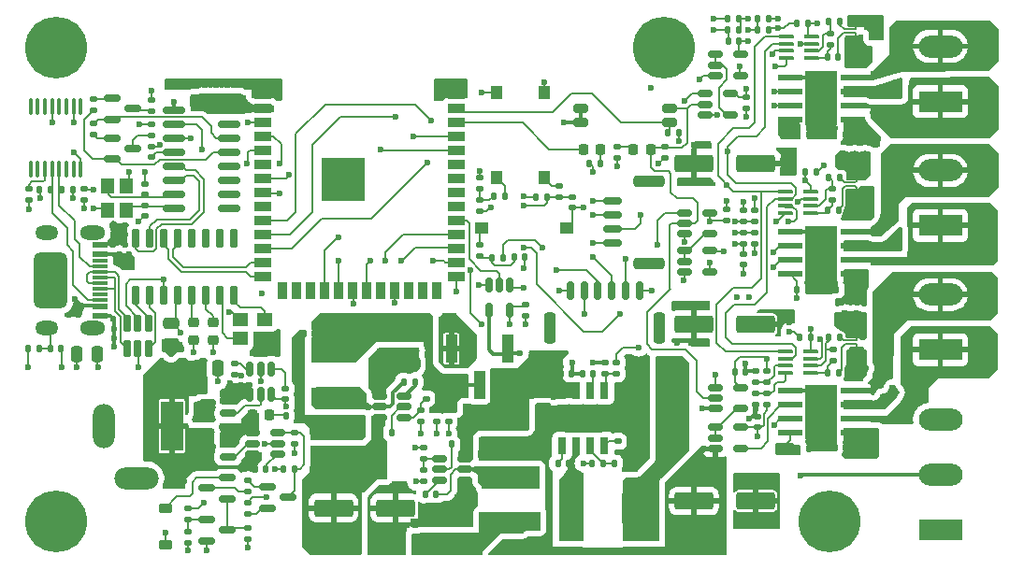
<source format=gbr>
%TF.GenerationSoftware,KiCad,Pcbnew,8.0.4*%
%TF.CreationDate,2025-02-12T19:06:00+01:00*%
%TF.ProjectId,SimpleLedController,53696d70-6c65-44c6-9564-436f6e74726f,A*%
%TF.SameCoordinates,Original*%
%TF.FileFunction,Copper,L1,Top*%
%TF.FilePolarity,Positive*%
%FSLAX46Y46*%
G04 Gerber Fmt 4.6, Leading zero omitted, Abs format (unit mm)*
G04 Created by KiCad (PCBNEW 8.0.4) date 2025-02-12 19:06:00*
%MOMM*%
%LPD*%
G01*
G04 APERTURE LIST*
G04 Aperture macros list*
%AMRoundRect*
0 Rectangle with rounded corners*
0 $1 Rounding radius*
0 $2 $3 $4 $5 $6 $7 $8 $9 X,Y pos of 4 corners*
0 Add a 4 corners polygon primitive as box body*
4,1,4,$2,$3,$4,$5,$6,$7,$8,$9,$2,$3,0*
0 Add four circle primitives for the rounded corners*
1,1,$1+$1,$2,$3*
1,1,$1+$1,$4,$5*
1,1,$1+$1,$6,$7*
1,1,$1+$1,$8,$9*
0 Add four rect primitives between the rounded corners*
20,1,$1+$1,$2,$3,$4,$5,0*
20,1,$1+$1,$4,$5,$6,$7,0*
20,1,$1+$1,$6,$7,$8,$9,0*
20,1,$1+$1,$8,$9,$2,$3,0*%
G04 Aperture macros list end*
%TA.AperFunction,SMDPad,CuDef*%
%ADD10RoundRect,0.135000X-0.135000X-0.185000X0.135000X-0.185000X0.135000X0.185000X-0.135000X0.185000X0*%
%TD*%
%TA.AperFunction,SMDPad,CuDef*%
%ADD11RoundRect,0.140000X0.170000X-0.140000X0.170000X0.140000X-0.170000X0.140000X-0.170000X-0.140000X0*%
%TD*%
%TA.AperFunction,SMDPad,CuDef*%
%ADD12R,1.000000X1.250000*%
%TD*%
%TA.AperFunction,SMDPad,CuDef*%
%ADD13RoundRect,0.140000X-0.170000X0.140000X-0.170000X-0.140000X0.170000X-0.140000X0.170000X0.140000X0*%
%TD*%
%TA.AperFunction,SMDPad,CuDef*%
%ADD14RoundRect,0.462500X-0.462500X-1.287500X0.462500X-1.287500X0.462500X1.287500X-0.462500X1.287500X0*%
%TD*%
%TA.AperFunction,SMDPad,CuDef*%
%ADD15RoundRect,0.140000X0.140000X0.170000X-0.140000X0.170000X-0.140000X-0.170000X0.140000X-0.170000X0*%
%TD*%
%TA.AperFunction,SMDPad,CuDef*%
%ADD16RoundRect,0.140000X-0.140000X-0.170000X0.140000X-0.170000X0.140000X0.170000X-0.140000X0.170000X0*%
%TD*%
%TA.AperFunction,SMDPad,CuDef*%
%ADD17RoundRect,0.135000X-0.185000X0.135000X-0.185000X-0.135000X0.185000X-0.135000X0.185000X0.135000X0*%
%TD*%
%TA.AperFunction,SMDPad,CuDef*%
%ADD18RoundRect,0.150000X-0.512500X-0.150000X0.512500X-0.150000X0.512500X0.150000X-0.512500X0.150000X0*%
%TD*%
%TA.AperFunction,SMDPad,CuDef*%
%ADD19RoundRect,0.200000X0.450000X0.200000X-0.450000X0.200000X-0.450000X-0.200000X0.450000X-0.200000X0*%
%TD*%
%TA.AperFunction,SMDPad,CuDef*%
%ADD20RoundRect,0.135000X0.185000X-0.135000X0.185000X0.135000X-0.185000X0.135000X-0.185000X-0.135000X0*%
%TD*%
%TA.AperFunction,SMDPad,CuDef*%
%ADD21RoundRect,0.250000X-0.250000X-0.475000X0.250000X-0.475000X0.250000X0.475000X-0.250000X0.475000X0*%
%TD*%
%TA.AperFunction,ComponentPad*%
%ADD22C,5.600000*%
%TD*%
%TA.AperFunction,SMDPad,CuDef*%
%ADD23RoundRect,0.150000X-0.587500X-0.150000X0.587500X-0.150000X0.587500X0.150000X-0.587500X0.150000X0*%
%TD*%
%TA.AperFunction,ComponentPad*%
%ADD24C,0.630000*%
%TD*%
%TA.AperFunction,SMDPad,CuDef*%
%ADD25R,2.950000X4.900000*%
%TD*%
%TA.AperFunction,ComponentPad*%
%ADD26C,0.600000*%
%TD*%
%TA.AperFunction,SMDPad,CuDef*%
%ADD27R,2.200000X0.500000*%
%TD*%
%TA.AperFunction,SMDPad,CuDef*%
%ADD28RoundRect,0.135000X0.135000X0.185000X-0.135000X0.185000X-0.135000X-0.185000X0.135000X-0.185000X0*%
%TD*%
%TA.AperFunction,SMDPad,CuDef*%
%ADD29RoundRect,0.250000X0.650000X-0.325000X0.650000X0.325000X-0.650000X0.325000X-0.650000X-0.325000X0*%
%TD*%
%TA.AperFunction,SMDPad,CuDef*%
%ADD30RoundRect,0.250000X-0.475000X0.250000X-0.475000X-0.250000X0.475000X-0.250000X0.475000X0.250000X0*%
%TD*%
%TA.AperFunction,SMDPad,CuDef*%
%ADD31RoundRect,0.250000X-0.650000X0.325000X-0.650000X-0.325000X0.650000X-0.325000X0.650000X0.325000X0*%
%TD*%
%TA.AperFunction,SMDPad,CuDef*%
%ADD32RoundRect,0.250000X0.325000X0.650000X-0.325000X0.650000X-0.325000X-0.650000X0.325000X-0.650000X0*%
%TD*%
%TA.AperFunction,SMDPad,CuDef*%
%ADD33RoundRect,0.150000X-0.150000X0.512500X-0.150000X-0.512500X0.150000X-0.512500X0.150000X0.512500X0*%
%TD*%
%TA.AperFunction,SMDPad,CuDef*%
%ADD34RoundRect,0.150000X-0.825000X-0.150000X0.825000X-0.150000X0.825000X0.150000X-0.825000X0.150000X0*%
%TD*%
%TA.AperFunction,SMDPad,CuDef*%
%ADD35R,2.500000X1.900000*%
%TD*%
%TA.AperFunction,ComponentPad*%
%ADD36O,4.000000X2.000000*%
%TD*%
%TA.AperFunction,ComponentPad*%
%ADD37O,2.000000X4.000000*%
%TD*%
%TA.AperFunction,ComponentPad*%
%ADD38R,2.000000X4.500000*%
%TD*%
%TA.AperFunction,ComponentPad*%
%ADD39O,3.960000X1.980000*%
%TD*%
%TA.AperFunction,ComponentPad*%
%ADD40R,3.960000X1.980000*%
%TD*%
%TA.AperFunction,SMDPad,CuDef*%
%ADD41RoundRect,0.100000X0.562500X0.100000X-0.562500X0.100000X-0.562500X-0.100000X0.562500X-0.100000X0*%
%TD*%
%TA.AperFunction,SMDPad,CuDef*%
%ADD42RoundRect,0.150000X0.512500X0.150000X-0.512500X0.150000X-0.512500X-0.150000X0.512500X-0.150000X0*%
%TD*%
%TA.AperFunction,SMDPad,CuDef*%
%ADD43RoundRect,0.225000X-0.375000X0.225000X-0.375000X-0.225000X0.375000X-0.225000X0.375000X0.225000X0*%
%TD*%
%TA.AperFunction,SMDPad,CuDef*%
%ADD44RoundRect,0.248780X0.451220X-0.261220X0.451220X0.261220X-0.451220X0.261220X-0.451220X-0.261220X0*%
%TD*%
%TA.AperFunction,SMDPad,CuDef*%
%ADD45RoundRect,0.225000X0.250000X-0.225000X0.250000X0.225000X-0.250000X0.225000X-0.250000X-0.225000X0*%
%TD*%
%TA.AperFunction,HeatsinkPad*%
%ADD46C,0.600000*%
%TD*%
%TA.AperFunction,SMDPad,CuDef*%
%ADD47R,3.900000X3.900000*%
%TD*%
%TA.AperFunction,SMDPad,CuDef*%
%ADD48R,1.500000X0.900000*%
%TD*%
%TA.AperFunction,SMDPad,CuDef*%
%ADD49R,0.900000X1.500000*%
%TD*%
%TA.AperFunction,SMDPad,CuDef*%
%ADD50RoundRect,0.250000X1.500000X0.550000X-1.500000X0.550000X-1.500000X-0.550000X1.500000X-0.550000X0*%
%TD*%
%TA.AperFunction,SMDPad,CuDef*%
%ADD51RoundRect,0.250000X-1.500000X-0.550000X1.500000X-0.550000X1.500000X0.550000X-1.500000X0.550000X0*%
%TD*%
%TA.AperFunction,SMDPad,CuDef*%
%ADD52RoundRect,0.250000X0.250000X0.475000X-0.250000X0.475000X-0.250000X-0.475000X0.250000X-0.475000X0*%
%TD*%
%TA.AperFunction,ComponentPad*%
%ADD53O,2.100000X1.300000*%
%TD*%
%TA.AperFunction,ComponentPad*%
%ADD54O,2.300000X1.300000*%
%TD*%
%TA.AperFunction,SMDPad,CuDef*%
%ADD55RoundRect,0.500000X-1.000000X2.000000X-1.000000X-2.000000X1.000000X-2.000000X1.000000X2.000000X0*%
%TD*%
%TA.AperFunction,SMDPad,CuDef*%
%ADD56R,1.400000X0.500000*%
%TD*%
%TA.AperFunction,SMDPad,CuDef*%
%ADD57R,1.400000X0.300000*%
%TD*%
%TA.AperFunction,SMDPad,CuDef*%
%ADD58RoundRect,0.218750X0.218750X0.256250X-0.218750X0.256250X-0.218750X-0.256250X0.218750X-0.256250X0*%
%TD*%
%TA.AperFunction,SMDPad,CuDef*%
%ADD59R,3.502000X2.613000*%
%TD*%
%TA.AperFunction,SMDPad,CuDef*%
%ADD60R,0.802000X1.505000*%
%TD*%
%TA.AperFunction,SMDPad,CuDef*%
%ADD61RoundRect,0.150000X0.587500X0.150000X-0.587500X0.150000X-0.587500X-0.150000X0.587500X-0.150000X0*%
%TD*%
%TA.AperFunction,SMDPad,CuDef*%
%ADD62RoundRect,0.150000X0.150000X-0.650000X0.150000X0.650000X-0.150000X0.650000X-0.150000X-0.650000X0*%
%TD*%
%TA.AperFunction,SMDPad,CuDef*%
%ADD63R,1.400000X1.200000*%
%TD*%
%TA.AperFunction,SMDPad,CuDef*%
%ADD64RoundRect,0.220000X0.220000X0.255000X-0.220000X0.255000X-0.220000X-0.255000X0.220000X-0.255000X0*%
%TD*%
%TA.AperFunction,SMDPad,CuDef*%
%ADD65RoundRect,0.250000X0.250000X1.150000X-0.250000X1.150000X-0.250000X-1.150000X0.250000X-1.150000X0*%
%TD*%
%TA.AperFunction,SMDPad,CuDef*%
%ADD66RoundRect,0.150000X0.150000X0.700000X-0.150000X0.700000X-0.150000X-0.700000X0.150000X-0.700000X0*%
%TD*%
%TA.AperFunction,SMDPad,CuDef*%
%ADD67RoundRect,0.218750X-0.218750X-0.256250X0.218750X-0.256250X0.218750X0.256250X-0.218750X0.256250X0*%
%TD*%
%TA.AperFunction,SMDPad,CuDef*%
%ADD68R,1.250000X1.000000*%
%TD*%
%TA.AperFunction,SMDPad,CuDef*%
%ADD69RoundRect,0.250000X0.475000X-0.250000X0.475000X0.250000X-0.475000X0.250000X-0.475000X-0.250000X0*%
%TD*%
%TA.AperFunction,SMDPad,CuDef*%
%ADD70R,1.000000X2.510000*%
%TD*%
%TA.AperFunction,SMDPad,CuDef*%
%ADD71R,1.200000X1.400000*%
%TD*%
%TA.AperFunction,SMDPad,CuDef*%
%ADD72RoundRect,0.150000X-0.150000X0.725000X-0.150000X-0.725000X0.150000X-0.725000X0.150000X0.725000X0*%
%TD*%
%TA.AperFunction,SMDPad,CuDef*%
%ADD73RoundRect,0.250000X-1.150000X0.250000X-1.150000X-0.250000X1.150000X-0.250000X1.150000X0.250000X0*%
%TD*%
%TA.AperFunction,SMDPad,CuDef*%
%ADD74RoundRect,0.150000X-0.700000X0.150000X-0.700000X-0.150000X0.700000X-0.150000X0.700000X0.150000X0*%
%TD*%
%TA.AperFunction,SMDPad,CuDef*%
%ADD75RoundRect,0.100000X-0.100000X0.637500X-0.100000X-0.637500X0.100000X-0.637500X0.100000X0.637500X0*%
%TD*%
%TA.AperFunction,ViaPad*%
%ADD76C,0.600000*%
%TD*%
%TA.AperFunction,Conductor*%
%ADD77C,0.200000*%
%TD*%
%TA.AperFunction,Conductor*%
%ADD78C,0.150000*%
%TD*%
%TA.AperFunction,Conductor*%
%ADD79C,0.300000*%
%TD*%
G04 APERTURE END LIST*
D10*
%TO.P,R20,2*%
%TO.N,Net-(U6-EN)*%
X133390600Y-100205000D03*
%TO.P,R20,1*%
%TO.N,/USB_PD/VBUS*%
X132370600Y-100205000D03*
%TD*%
D11*
%TO.P,C87,2*%
%TO.N,+3V3*%
X165484000Y-69882600D03*
%TO.P,C87,1*%
%TO.N,GND*%
X165484000Y-70842600D03*
%TD*%
D12*
%TO.P,SW4,2,2*%
%TO.N,GND*%
X142852600Y-69406000D03*
%TO.P,SW4,1,1*%
%TO.N,Net-(R18-Pad2)*%
X142852600Y-77156000D03*
%TD*%
D13*
%TO.P,C31,2*%
%TO.N,GND*%
X111008133Y-80619000D03*
%TO.P,C31,1*%
%TO.N,Net-(U18-XO)*%
X111008133Y-79659000D03*
%TD*%
D14*
%TO.P,L3,2,2*%
%TO.N,+12V*%
X155203400Y-107088400D03*
%TO.P,L3,1,1*%
%TO.N,Net-(U20-Lx)*%
X149653400Y-107088400D03*
%TD*%
D15*
%TO.P,C86,2*%
%TO.N,+3V3*%
X170185600Y-73222202D03*
%TO.P,C86,1*%
%TO.N,GND*%
X171145600Y-73222202D03*
%TD*%
D16*
%TO.P,R34,2*%
%TO.N,Net-(U24-ISEN)*%
X173834117Y-94812000D03*
%TO.P,R34,1*%
%TO.N,Net-(U7-IN+)*%
X172834117Y-94812000D03*
%TD*%
D17*
%TO.P,R48,2*%
%TO.N,GND*%
X153786600Y-75315000D03*
%TO.P,R48,1*%
%TO.N,Net-(D1-K)*%
X153786600Y-74295000D03*
%TD*%
D18*
%TO.P,U32,5,VCC*%
%TO.N,+3V3*%
X162156600Y-83761000D03*
%TO.P,U32,4*%
%TO.N,/MCU/POWER SECTION/DRV2/IN22*%
X162156600Y-85661000D03*
%TO.P,U32,3,GND*%
%TO.N,GND*%
X159881600Y-85661000D03*
%TO.P,U32,2*%
%TO.N,Net-(U31-Pad4)*%
X159881600Y-84711000D03*
%TO.P,U32,1*%
X159881600Y-83761000D03*
%TD*%
D19*
%TO.P,S1,4,4*%
%TO.N,+3V3*%
X150536600Y-72143000D03*
%TO.P,S1,3,3*%
X150536600Y-70873000D03*
%TO.P,S1,2,2*%
%TO.N,/MCU/POWER SECTION/DRV1/~{SAFE OPERATION}*%
X158536600Y-70863000D03*
%TO.P,S1,1,1*%
%TO.N,/MCU/5V WS2812 and Servo/Other.USER_SW*%
X158536600Y-72133000D03*
%TD*%
D20*
%TO.P,R13,2*%
%TO.N,Net-(R13-Pad2)*%
X148588907Y-77851000D03*
%TO.P,R13,1*%
%TO.N,/MCU/Buttons/Buttons.BTN1*%
X148588907Y-78871000D03*
%TD*%
D21*
%TO.P,C4,2*%
%TO.N,GND*%
X117655600Y-94418000D03*
%TO.P,C4,1*%
%TO.N,/USB_PD/UVP-OVP/Vin*%
X115755600Y-94418000D03*
%TD*%
D22*
%TO.P,H1,1,1*%
%TO.N,GND*%
X103000000Y-108317800D03*
%TD*%
D23*
%TO.P,Q9,3,C*%
%TO.N,Net-(Q5-B)*%
X118520000Y-109069203D03*
%TO.P,Q9,2,E*%
%TO.N,GND*%
X116645000Y-110019203D03*
%TO.P,Q9,1,B*%
%TO.N,Net-(Q9-B)*%
X116645000Y-108119203D03*
%TD*%
D18*
%TO.P,U25,5,VCC*%
%TO.N,+3V3*%
X164950600Y-96146000D03*
%TO.P,U25,4*%
%TO.N,Net-(U25-Pad4)*%
X164950600Y-98046000D03*
%TO.P,U25,3,GND*%
%TO.N,GND*%
X162675600Y-98046000D03*
%TO.P,U25,2*%
%TO.N,/MCU/POWER SECTION/DRV1/~{SAFE OPERATION}*%
X162675600Y-97096000D03*
%TO.P,U25,1*%
%TO.N,/MCU/ESP32S3/Hbridge3.IN2*%
X162675600Y-96146000D03*
%TD*%
D17*
%TO.P,R3,2*%
%TO.N,Net-(Q3-S)*%
X119141153Y-95015864D03*
%TO.P,R3,1*%
%TO.N,Net-(U2-EN)*%
X119141153Y-93995864D03*
%TD*%
D13*
%TO.P,C92,2*%
%TO.N,+3V3*%
X163686100Y-81000000D03*
%TO.P,C92,1*%
%TO.N,GND*%
X163686100Y-80040000D03*
%TD*%
D16*
%TO.P,R45,2*%
%TO.N,GND*%
X173959600Y-91569000D03*
%TO.P,R45,1*%
%TO.N,Net-(U7-IN-)*%
X172959600Y-91569000D03*
%TD*%
D24*
%TO.P,U24,9,GND*%
%TO.N,GND*%
X172954251Y-99669612D03*
X172954251Y-98369612D03*
X172954251Y-97069612D03*
D25*
X172304251Y-98369612D03*
D24*
X171654251Y-99669612D03*
X171654251Y-98369612D03*
D26*
X171654251Y-97069612D03*
D27*
%TO.P,U24,8,OUT2*%
%TO.N,Net-(J12-Pin_2)*%
X175179251Y-96464612D03*
%TO.P,U24,7,ISEN*%
%TO.N,Net-(U24-ISEN)*%
X175179251Y-97734612D03*
%TO.P,U24,6,OUT1*%
%TO.N,Net-(J12-Pin_1)*%
X175179251Y-99004612D03*
%TO.P,U24,5,VM*%
%TO.N,+12V*%
X175179251Y-100274612D03*
%TO.P,U24,4,VREF*%
%TO.N,+3V3*%
X169429251Y-100274612D03*
%TO.P,U24,3,IN1*%
%TO.N,/MCU/ESP32S3/Hbridge3.IN1*%
X169429251Y-99004612D03*
%TO.P,U24,2,IN2*%
%TO.N,/MCU/POWER SECTION/DRV3/IN22*%
X169429251Y-97734612D03*
%TO.P,U24,1,GND*%
%TO.N,GND*%
X169429251Y-96464612D03*
%TD*%
D15*
%TO.P,R27,2*%
%TO.N,GND*%
X163815600Y-63756000D03*
%TO.P,R27,1*%
%TO.N,Net-(U9-A0)*%
X164815600Y-63756000D03*
%TD*%
D28*
%TO.P,R19,2*%
%TO.N,Net-(U5-EN)*%
X138821888Y-101289800D03*
%TO.P,R19,1*%
%TO.N,/USB_PD/VBUS*%
X139841888Y-101289800D03*
%TD*%
D10*
%TO.P,R9,2*%
%TO.N,/MCU/Buttons/Buttons.BTN1*%
X147426600Y-78869000D03*
%TO.P,R9,1*%
%TO.N,+3V3*%
X146406600Y-78869000D03*
%TD*%
D29*
%TO.P,C57,2*%
%TO.N,GND*%
X139761800Y-107175800D03*
%TO.P,C57,1*%
%TO.N,+3V3*%
X139761800Y-110135800D03*
%TD*%
D20*
%TO.P,R1,2*%
%TO.N,Net-(U5-VFB)*%
X136257088Y-103632600D03*
%TO.P,R1,1*%
%TO.N,+3V3*%
X136257088Y-104652600D03*
%TD*%
D11*
%TO.P,C1,2*%
%TO.N,GND*%
X105505600Y-78163000D03*
%TO.P,C1,1*%
%TO.N,/USB_PD/VBUS*%
X105505600Y-79123000D03*
%TD*%
D30*
%TO.P,C54,2*%
%TO.N,GND*%
X147094400Y-98068000D03*
%TO.P,C54,1*%
%TO.N,/USB_PD/VBUS*%
X147094400Y-96168000D03*
%TD*%
D31*
%TO.P,C7,2*%
%TO.N,GND*%
X144513888Y-102220800D03*
%TO.P,C7,1*%
%TO.N,/USB_PD/VBUS*%
X144513888Y-99260800D03*
%TD*%
D32*
%TO.P,C59,2*%
%TO.N,GND*%
X155275600Y-96568000D03*
%TO.P,C59,1*%
%TO.N,+12V*%
X158235600Y-96568000D03*
%TD*%
D23*
%TO.P,Q4,3,C*%
%TO.N,/USB_PD/UVP-OVP/EN_OUT*%
X123978100Y-106113000D03*
%TO.P,Q4,2,E*%
%TO.N,Net-(Q4-E)*%
X122103100Y-107063000D03*
%TO.P,Q4,1,B*%
%TO.N,Net-(Q4-B)*%
X122103100Y-105163000D03*
%TD*%
D20*
%TO.P,R25,2*%
%TO.N,GND*%
X152730600Y-93883000D03*
%TO.P,R25,1*%
%TO.N,Net-(U20-FB)*%
X152730600Y-94903000D03*
%TD*%
D13*
%TO.P,R54,2*%
%TO.N,Net-(U7-A0)*%
X167389000Y-95683800D03*
%TO.P,R54,1*%
%TO.N,+3V3*%
X167389000Y-94683800D03*
%TD*%
D11*
%TO.P,C27,2*%
%TO.N,Net-(U9-IN-)*%
X173069083Y-64068799D03*
%TO.P,C27,1*%
%TO.N,Net-(U9-IN+)*%
X173069083Y-65068797D03*
%TD*%
D33*
%TO.P,U2,6,ANODE*%
%TO.N,Net-(Q3-S)*%
X122466600Y-96770500D03*
%TO.P,U2,5,GATE*%
%TO.N,Net-(Q3-G)*%
X121516600Y-96770500D03*
%TO.P,U2,4,CATHODE*%
%TO.N,/USB_PD/VBUS*%
X120566600Y-96770500D03*
%TO.P,U2,3,EN*%
%TO.N,Net-(U2-EN)*%
X120566600Y-94495500D03*
%TO.P,U2,2,GND*%
%TO.N,GND*%
X121516600Y-94495500D03*
%TO.P,U2,1,VCAP*%
%TO.N,Net-(U2-VCAP)*%
X122466600Y-94495500D03*
%TD*%
D34*
%TO.P,U18,16,VCC*%
%TO.N,+3V3*%
X118657600Y-70995000D03*
%TO.P,U18,15,R232*%
%TO.N,unconnected-(U18-R232-Pad15)*%
X118657600Y-72265000D03*
%TO.P,U18,14,~{RTS}*%
%TO.N,/MCU/CH340 prog/~{RTS}*%
X118657600Y-73535000D03*
%TO.P,U18,13,~{DTR}*%
%TO.N,/MCU/CH340 prog/~{DTR}*%
X118657600Y-74805000D03*
%TO.P,U18,12,~{DCD}*%
%TO.N,unconnected-(U18-~{DCD}-Pad12)*%
X118657600Y-76075000D03*
%TO.P,U18,11,~{RI}*%
%TO.N,unconnected-(U18-~{RI}-Pad11)*%
X118657600Y-77345000D03*
%TO.P,U18,10,~{DSR}*%
%TO.N,unconnected-(U18-~{DSR}-Pad10)*%
X118657600Y-78615000D03*
%TO.P,U18,9,~{CTS}*%
%TO.N,unconnected-(U18-~{CTS}-Pad9)*%
X118657600Y-79885000D03*
%TO.P,U18,8,XO*%
%TO.N,Net-(U18-XO)*%
X113707600Y-79885000D03*
%TO.P,U18,7,XI*%
%TO.N,Net-(U18-XI)*%
X113707600Y-78615000D03*
%TO.P,U18,6,UD-*%
%TO.N,/MCU/CH340 prog/USB_CH.-*%
X113707600Y-77345000D03*
%TO.P,U18,5,UD+*%
%TO.N,/MCU/CH340 prog/USB_CH.+*%
X113707600Y-76075000D03*
%TO.P,U18,4,V3*%
%TO.N,Net-(U18-V3)*%
X113707600Y-74805000D03*
%TO.P,U18,3,RXD*%
%TO.N,/MCU/CH340 prog/UART_PROG.RX*%
X113707600Y-73535000D03*
%TO.P,U18,2,TXD*%
%TO.N,/MCU/CH340 prog/UART_PROG.TX*%
X113707600Y-72265000D03*
%TO.P,U18,1,GND*%
%TO.N,GND*%
X113707600Y-70995000D03*
%TD*%
D31*
%TO.P,C39,2*%
%TO.N,GND*%
X132517555Y-93999663D03*
%TO.P,C39,1*%
%TO.N,+5V*%
X132517555Y-91039663D03*
%TD*%
D16*
%TO.P,C55,2*%
%TO.N,GND*%
X149654600Y-94871000D03*
%TO.P,C55,1*%
%TO.N,/USB_PD/VBUS*%
X148694600Y-94871000D03*
%TD*%
D10*
%TO.P,R21,2*%
%TO.N,Net-(U20-EN)*%
X152500600Y-102993000D03*
%TO.P,R21,1*%
%TO.N,/USB_PD/VBUS*%
X151480600Y-102993000D03*
%TD*%
D20*
%TO.P,R17,2*%
%TO.N,Net-(R17-Pad2)*%
X141328600Y-83185000D03*
%TO.P,R17,1*%
%TO.N,/MCU/Buttons/Buttons.BOOT*%
X141328600Y-84205000D03*
%TD*%
D35*
%TO.P,L1,2,2*%
%TO.N,+5V*%
X128374600Y-92948000D03*
%TO.P,L1,1,1*%
%TO.N,Net-(U6-SW)*%
X128374600Y-97048000D03*
%TD*%
D29*
%TO.P,C51,2*%
%TO.N,GND*%
X127419555Y-99391221D03*
%TO.P,C51,1*%
%TO.N,/USB_PD/VBUS*%
X127419555Y-102351221D03*
%TD*%
D17*
%TO.P,R43,2*%
%TO.N,GND*%
X124629100Y-101223000D03*
%TO.P,R43,1*%
%TO.N,/USB_PD/UVP-OVP/EN_OUT*%
X124629100Y-100203000D03*
%TD*%
D36*
%TO.P,J1,3*%
%TO.N,N/C*%
X110288600Y-104362000D03*
D37*
%TO.P,J1,2*%
%TO.N,GND*%
X107288600Y-99662000D03*
D38*
%TO.P,J1,1*%
%TO.N,/USB_PD/UVP-OVP/Vin*%
X113488600Y-99662000D03*
%TD*%
D16*
%TO.P,C53,2*%
%TO.N,Net-(U20-VCC)*%
X151640600Y-94868000D03*
%TO.P,C53,1*%
%TO.N,GND*%
X150680600Y-94868000D03*
%TD*%
D15*
%TO.P,R55,2*%
%TO.N,Net-(U9-A1)*%
X166482600Y-62740000D03*
%TO.P,R55,1*%
%TO.N,+3V3*%
X167482600Y-62740000D03*
%TD*%
D39*
%TO.P,J5,3,Pin_3*%
%TO.N,GND*%
X183071941Y-99024714D03*
%TO.P,J5,2,Pin_2*%
%TO.N,/MCU/5V WS2812 and Servo/5V Data{slash}PWM*%
X183071941Y-104024714D03*
D40*
%TO.P,J5,1,Pin_1*%
%TO.N,+12V*%
X183071941Y-109024714D03*
%TD*%
D17*
%TO.P,C12,2*%
%TO.N,GND*%
X137442400Y-99191000D03*
%TO.P,C12,1*%
%TO.N,+5V*%
X137442400Y-98171000D03*
%TD*%
D11*
%TO.P,C13,2*%
%TO.N,/MCU/Buttons/Buttons.BTN1*%
X149710600Y-78897000D03*
%TO.P,C13,1*%
%TO.N,GND*%
X149710600Y-79857000D03*
%TD*%
D16*
%TO.P,R32,2*%
%TO.N,GND*%
X167482600Y-63705200D03*
%TO.P,R32,1*%
%TO.N,Net-(U9-A1)*%
X166482600Y-63705200D03*
%TD*%
D41*
%TO.P,U7,8,A1*%
%TO.N,Net-(U7-A1)*%
X169045500Y-94830000D03*
%TO.P,U7,7,A0*%
%TO.N,Net-(U7-A0)*%
X169045500Y-94180000D03*
%TO.P,U7,6,SDA*%
%TO.N,/MCU/ESP32S3/I2C1.SDA*%
X169045500Y-93530000D03*
%TO.P,U7,5,SCL*%
%TO.N,/MCU/ESP32S3/I2C1.SCL*%
X169045500Y-92880000D03*
%TO.P,U7,4,VS*%
%TO.N,+3V3*%
X171320500Y-92880000D03*
%TO.P,U7,3,GND*%
%TO.N,GND*%
X171320500Y-93530000D03*
%TO.P,U7,2,IN-*%
%TO.N,Net-(U7-IN-)*%
X171320500Y-94180000D03*
%TO.P,U7,1,IN+*%
%TO.N,Net-(U7-IN+)*%
X171320500Y-94830000D03*
%TD*%
D16*
%TO.P,R46,2*%
%TO.N,GND*%
X173967600Y-62994000D03*
%TO.P,R46,1*%
%TO.N,Net-(U9-IN-)*%
X172967600Y-62994000D03*
%TD*%
D42*
%TO.P,U5,6,VBST*%
%TO.N,Net-(U5-VBST)*%
X137732800Y-104525800D03*
%TO.P,U5,5,EN*%
%TO.N,Net-(U5-EN)*%
X137732800Y-103575800D03*
%TO.P,U5,4,VFB*%
%TO.N,Net-(U5-VFB)*%
X137732800Y-102625800D03*
%TO.P,U5,3,VIN*%
%TO.N,/USB_PD/VBUS*%
X140007800Y-102625800D03*
%TO.P,U5,2,SW*%
%TO.N,Net-(U5-SW)*%
X140007800Y-103575800D03*
%TO.P,U5,1,GND*%
%TO.N,GND*%
X140007800Y-104525800D03*
%TD*%
D28*
%TO.P,R15,2*%
%TO.N,/MCU/Buttons/Buttons.BOOT*%
X142462478Y-84366511D03*
%TO.P,R15,1*%
%TO.N,+3V3*%
X143482478Y-84366511D03*
%TD*%
D11*
%TO.P,C28,2*%
%TO.N,Net-(U10-IN-)*%
X173281800Y-78115000D03*
%TO.P,C28,1*%
%TO.N,Net-(U10-IN+)*%
X173281800Y-79115000D03*
%TD*%
D41*
%TO.P,U9,8,A1*%
%TO.N,Net-(U9-A1)*%
X169147100Y-66296202D03*
%TO.P,U9,7,A0*%
%TO.N,Net-(U9-A0)*%
X169147100Y-65646202D03*
%TO.P,U9,6,SDA*%
%TO.N,/MCU/ESP32S3/I2C1.SDA*%
X169147100Y-64996202D03*
%TO.P,U9,5,SCL*%
%TO.N,/MCU/ESP32S3/I2C1.SCL*%
X169147100Y-64346202D03*
%TO.P,U9,4,VS*%
%TO.N,+3V3*%
X171422100Y-64346202D03*
%TO.P,U9,3,GND*%
%TO.N,GND*%
X171422100Y-64996202D03*
%TO.P,U9,2,IN-*%
%TO.N,Net-(U9-IN-)*%
X171422100Y-65646202D03*
%TO.P,U9,1,IN+*%
%TO.N,Net-(U9-IN+)*%
X171422100Y-66296202D03*
%TD*%
D43*
%TO.P,D4,2,A*%
%TO.N,GND*%
X112880600Y-110365000D03*
%TO.P,D4,1,K*%
%TO.N,Net-(D4-K)*%
X112880600Y-107065000D03*
%TD*%
D13*
%TO.P,C93,2*%
%TO.N,+3V3*%
X165255400Y-85038600D03*
%TO.P,C93,1*%
%TO.N,GND*%
X165255400Y-84078600D03*
%TD*%
D16*
%TO.P,C90,2*%
%TO.N,+12V*%
X174602600Y-87251000D03*
%TO.P,C90,1*%
%TO.N,GND*%
X173642600Y-87251000D03*
%TD*%
D44*
%TO.P,R51,2*%
%TO.N,GND*%
X175364600Y-62973000D03*
%TO.P,R51,1*%
%TO.N,Net-(U27-ISEN)*%
X175364600Y-64793000D03*
%TD*%
D33*
%TO.P,U8,5,VCC*%
%TO.N,+5V*%
X144097200Y-89130600D03*
%TO.P,U8,4*%
%TO.N,/MCU/5V WS2812 and Servo/5V Data{slash}PWM*%
X142197200Y-89130600D03*
%TO.P,U8,3,GND*%
%TO.N,GND*%
X142197200Y-86855600D03*
%TO.P,U8,2*%
%TO.N,/MCU/5V WS2812 and Servo/Other.5VPWM*%
X143147200Y-86855600D03*
%TO.P,U8,1*%
%TO.N,+3V3*%
X144097200Y-86855600D03*
%TD*%
D18*
%TO.P,U29,5,VCC*%
%TO.N,+3V3*%
X165000000Y-65981000D03*
%TO.P,U29,4*%
%TO.N,/MCU/POWER SECTION/DRV1/IN22*%
X165000000Y-67881000D03*
%TO.P,U29,3,GND*%
%TO.N,GND*%
X162725000Y-67881000D03*
%TO.P,U29,2*%
%TO.N,Net-(U28-Pad4)*%
X162725000Y-66931000D03*
%TO.P,U29,1*%
X162725000Y-65981000D03*
%TD*%
D12*
%TO.P,SW1,2,2*%
%TO.N,GND*%
X147170600Y-69406000D03*
%TO.P,SW1,1,1*%
%TO.N,Net-(R13-Pad2)*%
X147170600Y-77156000D03*
%TD*%
D16*
%TO.P,C44,2*%
%TO.N,Net-(U1-VCAP)*%
X121996600Y-103507000D03*
%TO.P,C44,1*%
%TO.N,/USB_PD/UVP-OVP/Vin*%
X121036600Y-103507000D03*
%TD*%
D45*
%TO.P,C33,2*%
%TO.N,Net-(U19-VDD33)*%
X115420600Y-90266000D03*
%TO.P,C33,1*%
%TO.N,GND*%
X115420600Y-91816000D03*
%TD*%
D11*
%TO.P,R26,2*%
%TO.N,GND*%
X136257088Y-101610600D03*
%TO.P,R26,1*%
%TO.N,Net-(U5-VFB)*%
X136257088Y-102610600D03*
%TD*%
D16*
%TO.P,C80,2*%
%TO.N,+12V*%
X174475600Y-101602000D03*
%TO.P,C80,1*%
%TO.N,GND*%
X173515600Y-101602000D03*
%TD*%
D10*
%TO.P,R18,2*%
%TO.N,Net-(R18-Pad2)*%
X143616600Y-78804000D03*
%TO.P,R18,1*%
%TO.N,/MCU/Buttons/Buttons.RST*%
X142596600Y-78804000D03*
%TD*%
D15*
%TO.P,C91,2*%
%TO.N,+3V3*%
X170080100Y-87251000D03*
%TO.P,C91,1*%
%TO.N,GND*%
X171040100Y-87251000D03*
%TD*%
D46*
%TO.P,U22,41,GND*%
%TO.N,GND*%
X130362808Y-77992820D03*
X130362808Y-76592820D03*
X129662808Y-78692820D03*
X129662808Y-77292820D03*
X129662808Y-75892820D03*
X128962808Y-77992820D03*
D47*
X128962808Y-77292820D03*
D46*
X128962808Y-76592820D03*
X128262808Y-78692820D03*
X128262808Y-77292820D03*
X128262808Y-75892820D03*
X127562808Y-77992820D03*
X127562808Y-76592820D03*
D48*
%TO.P,U22,40,GND*%
X139212808Y-69572820D03*
%TO.P,U22,39,IO1*%
%TO.N,/MCU/5V WS2812 and Servo/Other.USER_SW*%
X139212808Y-70842820D03*
%TO.P,U22,38,IO2*%
%TO.N,/MCU/5V WS2812 and Servo/Other.LED*%
X139212808Y-72112820D03*
%TO.P,U22,37,TXD0*%
%TO.N,/MCU/CH340 prog/UART_PROG.RX*%
X139212808Y-73382820D03*
%TO.P,U22,36,RXD0*%
%TO.N,/MCU/CH340 prog/UART_PROG.TX*%
X139212808Y-74652820D03*
%TO.P,U22,35,IO42*%
%TO.N,/MCU/ESP32S3/IO42*%
X139212808Y-75922820D03*
%TO.P,U22,34,IO41*%
%TO.N,/MCU/ESP32S3/IO41*%
X139212808Y-77192820D03*
%TO.P,U22,33,IO40*%
%TO.N,/MCU/ESP32S3/IO40*%
X139212808Y-78462820D03*
%TO.P,U22,32,IO39*%
%TO.N,/MCU/ESP32S3/IO39*%
X139212808Y-79732820D03*
%TO.P,U22,31,IO38*%
%TO.N,/MCU/5V WS2812 and Servo/Other.5VPWM*%
X139212808Y-81002820D03*
%TO.P,U22,30,IO37*%
%TO.N,/MCU/ESP32S3/Hbridge3.IN2*%
X139212808Y-82272820D03*
%TO.P,U22,29,IO36*%
%TO.N,/MCU/ESP32S3/Hbridge3.IN1*%
X139212808Y-83542820D03*
%TO.P,U22,28,IO35*%
%TO.N,/MCU/ESP32S3/Hbridge2.IN2*%
X139212808Y-84812820D03*
%TO.P,U22,27,IO0*%
%TO.N,/MCU/CH340 prog/UART_PROG.BOOT*%
X139212808Y-86082820D03*
D49*
%TO.P,U22,26,IO45*%
%TO.N,/MCU/ESP32S3/IO45*%
X137447808Y-87332820D03*
%TO.P,U22,25,IO48*%
%TO.N,/MCU/ESP32S3/IO48*%
X136177808Y-87332820D03*
%TO.P,U22,24,IO47*%
%TO.N,/MCU/ESP32S3/IO47*%
X134907808Y-87332820D03*
%TO.P,U22,23,IO21*%
%TO.N,/MCU/ESP32S3/Hbridge2.IN1*%
X133637808Y-87332820D03*
%TO.P,U22,22,IO14*%
%TO.N,/MCU/ESP32S3/IO14*%
X132367808Y-87332820D03*
%TO.P,U22,21,IO13*%
%TO.N,/MCU/ESP32S3/VSPI.MISO*%
X131097808Y-87332820D03*
%TO.P,U22,20,IO12*%
%TO.N,/MCU/ESP32S3/VSPI.SCK*%
X129827808Y-87332820D03*
%TO.P,U22,19,IO11*%
%TO.N,/MCU/ESP32S3/VSPI.MOSI*%
X128557808Y-87332820D03*
%TO.P,U22,18,IO10*%
%TO.N,/MCU/ESP32S3/VSPI.CS*%
X127287808Y-87332820D03*
%TO.P,U22,17,IO9*%
%TO.N,/MCU/ESP32S3/IO9*%
X126017808Y-87332820D03*
%TO.P,U22,16,IO46*%
%TO.N,/MCU/ESP32S3/IO46*%
X124747808Y-87332820D03*
%TO.P,U22,15,IO3*%
%TO.N,/MCU/ESP32S3/IO3*%
X123477808Y-87332820D03*
D48*
%TO.P,U22,14,IO20*%
%TO.N,/MCU/ESP32S3/USB.+*%
X121712808Y-86082820D03*
%TO.P,U22,13,IO19*%
%TO.N,/MCU/ESP32S3/USB.-*%
X121712808Y-84812820D03*
%TO.P,U22,12,IO8*%
%TO.N,/MCU/ESP32S3/I2C1.SCL*%
X121712808Y-83542820D03*
%TO.P,U22,11,IO18*%
%TO.N,/MCU/ESP32S3/Hbridge1.IN2*%
X121712808Y-82272820D03*
%TO.P,U22,10,IO17*%
%TO.N,/MCU/ESP32S3/Hbridge1.IN1*%
X121712808Y-81002820D03*
%TO.P,U22,9,IO16*%
%TO.N,/MCU/Buttons/Buttons.BTN2*%
X121712808Y-79732820D03*
%TO.P,U22,8,IO15*%
%TO.N,/MCU/Buttons/Buttons.BTN1*%
X121712808Y-78462820D03*
%TO.P,U22,7,IO7*%
%TO.N,/MCU/ESP32S3/I2C1.SDA*%
X121712808Y-77192820D03*
%TO.P,U22,6,IO6*%
%TO.N,/MCU/ESP32S3/IO6*%
X121712808Y-75922820D03*
%TO.P,U22,5,IO5*%
%TO.N,/MCU/ESP32S3/I2C2.SCL*%
X121712808Y-74652820D03*
%TO.P,U22,4,IO4*%
%TO.N,/MCU/ESP32S3/I2C2.SDA*%
X121712808Y-73382820D03*
%TO.P,U22,3,EN*%
%TO.N,/MCU/CH340 prog/UART_PROG.RST*%
X121712808Y-72112820D03*
%TO.P,U22,2,3V3*%
%TO.N,+3V3*%
X121712808Y-70842820D03*
%TO.P,U22,1,GND*%
%TO.N,GND*%
X121712808Y-69572820D03*
%TD*%
D44*
%TO.P,R50,2*%
%TO.N,GND*%
X175447057Y-91167000D03*
%TO.P,R50,1*%
%TO.N,Net-(U24-ISEN)*%
X175447057Y-92987000D03*
%TD*%
D11*
%TO.P,R57,2*%
%TO.N,Net-(U10-A1)*%
X166220600Y-82118000D03*
%TO.P,R57,1*%
%TO.N,+3V3*%
X166220600Y-83118000D03*
%TD*%
D50*
%TO.P,C79,2*%
%TO.N,GND*%
X160753600Y-106428000D03*
%TO.P,C79,1*%
%TO.N,+12V*%
X166353600Y-106428000D03*
%TD*%
D29*
%TO.P,C8,2*%
%TO.N,GND*%
X129880600Y-99413000D03*
%TO.P,C8,1*%
%TO.N,/USB_PD/VBUS*%
X129880600Y-102373000D03*
%TD*%
D17*
%TO.P,R22,2*%
%TO.N,/MCU/CH340 prog/~{DTR}*%
X106407816Y-70997000D03*
%TO.P,R22,1*%
%TO.N,Net-(Q6-B)*%
X106407816Y-69977000D03*
%TD*%
D15*
%TO.P,C81,2*%
%TO.N,+3V3*%
X170185600Y-101641612D03*
%TO.P,C81,1*%
%TO.N,GND*%
X171145600Y-101641612D03*
%TD*%
D16*
%TO.P,R49,2*%
%TO.N,GND*%
X173959600Y-77091000D03*
%TO.P,R49,1*%
%TO.N,Net-(U10-IN-)*%
X172959600Y-77091000D03*
%TD*%
D10*
%TO.P,R28,2*%
%TO.N,/USB_PD/UVP-OVP/EN_OUT*%
X124566600Y-103507000D03*
%TO.P,R28,1*%
%TO.N,/USB_PD/UVP-OVP/Vin*%
X123546600Y-103507000D03*
%TD*%
D32*
%TO.P,C49,2*%
%TO.N,GND*%
X155275600Y-98918000D03*
%TO.P,C49,1*%
%TO.N,+12V*%
X158235600Y-98918000D03*
%TD*%
D15*
%TO.P,C23,2*%
%TO.N,GND*%
X170300600Y-91569000D03*
%TO.P,C23,1*%
%TO.N,+3V3*%
X171300600Y-91569000D03*
%TD*%
%TO.P,C40,2*%
%TO.N,Net-(U6-SW)*%
X134478600Y-95633000D03*
%TO.P,C40,1*%
%TO.N,Net-(U6-VBST)*%
X135478600Y-95633000D03*
%TD*%
D31*
%TO.P,C9,2*%
%TO.N,GND*%
X142131888Y-102220800D03*
%TO.P,C9,1*%
%TO.N,/USB_PD/VBUS*%
X142131888Y-99260800D03*
%TD*%
D16*
%TO.P,C88,2*%
%TO.N,+3V3*%
X164821000Y-64746600D03*
%TO.P,C88,1*%
%TO.N,GND*%
X163861000Y-64746600D03*
%TD*%
%TO.P,R37,2*%
%TO.N,Net-(U27-ISEN)*%
X173824600Y-66169000D03*
%TO.P,R37,1*%
%TO.N,Net-(U9-IN+)*%
X172824600Y-66169000D03*
%TD*%
%TO.P,C3,2*%
%TO.N,GND*%
X103470600Y-92585000D03*
%TO.P,C3,1*%
%TO.N,Net-(J3-SHIELD)*%
X102510600Y-92585000D03*
%TD*%
D10*
%TO.P,R31,2*%
%TO.N,GND*%
X154532600Y-102993000D03*
%TO.P,R31,1*%
%TO.N,Net-(U20-EN)*%
X153512600Y-102993000D03*
%TD*%
D41*
%TO.P,U10,8,A1*%
%TO.N,Net-(U10-A1)*%
X169034783Y-80339861D03*
%TO.P,U10,7,A0*%
%TO.N,Net-(U10-A0)*%
X169034783Y-79689861D03*
%TO.P,U10,6,SDA*%
%TO.N,/MCU/ESP32S3/I2C1.SDA*%
X169034783Y-79039861D03*
%TO.P,U10,5,SCL*%
%TO.N,/MCU/ESP32S3/I2C1.SCL*%
X169034783Y-78389861D03*
%TO.P,U10,4,VS*%
%TO.N,+3V3*%
X171309783Y-78389861D03*
%TO.P,U10,3,GND*%
%TO.N,GND*%
X171309783Y-79039861D03*
%TO.P,U10,2,IN-*%
%TO.N,Net-(U10-IN-)*%
X171309783Y-79689861D03*
%TO.P,U10,1,IN+*%
%TO.N,Net-(U10-IN+)*%
X171309783Y-80339861D03*
%TD*%
D16*
%TO.P,C25,2*%
%TO.N,GND*%
X171823000Y-76581000D03*
%TO.P,C25,1*%
%TO.N,+3V3*%
X170823000Y-76581000D03*
%TD*%
D11*
%TO.P,C46,2*%
%TO.N,Net-(U20-SS)*%
X153855600Y-101038000D03*
%TO.P,C46,1*%
%TO.N,GND*%
X153855600Y-101998000D03*
%TD*%
D51*
%TO.P,C29,2*%
%TO.N,GND*%
X133714600Y-107063000D03*
%TO.P,C29,1*%
%TO.N,/USB_PD/VBUS*%
X128114600Y-107063000D03*
%TD*%
D17*
%TO.P,R36,2*%
%TO.N,Net-(Q7-C)*%
X111610600Y-73285000D03*
%TO.P,R36,1*%
%TO.N,/MCU/CH340 prog/UART_PROG.BOOT*%
X111610600Y-72265000D03*
%TD*%
D44*
%TO.P,R52,2*%
%TO.N,GND*%
X175447057Y-76816000D03*
%TO.P,R52,1*%
%TO.N,Net-(U30-ISEN)*%
X175447057Y-78636000D03*
%TD*%
D52*
%TO.P,C45,2*%
%TO.N,GND*%
X104869400Y-93093000D03*
%TO.P,C45,1*%
%TO.N,/USB_PD/VBUS*%
X106769400Y-93093000D03*
%TD*%
D17*
%TO.P,R42,2*%
%TO.N,Net-(Q5-C)*%
X120325100Y-105541000D03*
%TO.P,R42,1*%
%TO.N,Net-(Q4-B)*%
X120325100Y-104521000D03*
%TD*%
%TO.P,R39,2*%
%TO.N,Net-(Q4-E)*%
X120325100Y-107573000D03*
%TO.P,R39,1*%
%TO.N,/USB_PD/UVP-OVP/Vin*%
X120325100Y-106553000D03*
%TD*%
D53*
%TO.P,J3,S1,SHIELD*%
%TO.N,Net-(J3-SHIELD)*%
X102125000Y-90772800D03*
D54*
X106325000Y-90772800D03*
D26*
X101505000Y-88442800D03*
X103505000Y-88442800D03*
D55*
X102505000Y-86442800D03*
D26*
X101505000Y-84442800D03*
X103505000Y-84442800D03*
D53*
X102125000Y-82112800D03*
D54*
X106325000Y-82112800D03*
D56*
%TO.P,J3,B12A1,GND*%
%TO.N,GND*%
X107005000Y-83242800D03*
%TO.P,J3,B9A4,VBUS*%
%TO.N,Net-(Q3-S)*%
X107005000Y-84042800D03*
D57*
%TO.P,J3,B8,SBU2*%
%TO.N,unconnected-(J3-SBU2-PadB8)*%
X107005000Y-84692800D03*
%TO.P,J3,B7,D-*%
%TO.N,/USB_PD/USB_IN.-*%
X107005000Y-85692800D03*
%TO.P,J3,B6,D+*%
%TO.N,/USB_PD/USB_IN.+*%
X107005000Y-87192800D03*
%TO.P,J3,B5,CC2*%
%TO.N,Net-(J3-CC2)*%
X107005000Y-88192800D03*
D56*
%TO.P,J3,A12B1,GND*%
%TO.N,GND*%
X107005000Y-89642800D03*
%TO.P,J3,A9B4,VBUS*%
%TO.N,Net-(Q3-S)*%
X107005000Y-88842800D03*
D57*
%TO.P,J3,A8,SBU1*%
%TO.N,unconnected-(J3-SBU1-PadA8)*%
X107005000Y-87692800D03*
%TO.P,J3,A7,D-*%
%TO.N,/USB_PD/USB_IN.-*%
X107005000Y-86692800D03*
%TO.P,J3,A6,D+*%
%TO.N,/USB_PD/USB_IN.+*%
X107005000Y-86192800D03*
%TO.P,J3,A5,CC1*%
%TO.N,Net-(J3-CC1)*%
X107005000Y-85192800D03*
%TD*%
D13*
%TO.P,R58,2*%
%TO.N,Net-(U10-A0)*%
X166220600Y-81094450D03*
%TO.P,R58,1*%
%TO.N,+3V3*%
X166220600Y-80094450D03*
%TD*%
D16*
%TO.P,R12,2*%
%TO.N,GND*%
X159354600Y-73027000D03*
%TO.P,R12,1*%
%TO.N,/MCU/5V WS2812 and Servo/Other.USER_SW*%
X158354600Y-73027000D03*
%TD*%
D58*
%TO.P,D2,2,A*%
%TO.N,/USB_PD/VBUS*%
X120771756Y-98591914D03*
%TO.P,D2,1,K*%
%TO.N,Net-(D2-K)*%
X122346756Y-98591914D03*
%TD*%
D59*
%TO.P,U20,9,EPAD*%
%TO.N,GND*%
X150726600Y-98935000D03*
D60*
%TO.P,U20,8,Vin*%
%TO.N,/USB_PD/VBUS*%
X148821600Y-96437500D03*
%TO.P,U20,7,Vin*%
X150091600Y-96437500D03*
%TO.P,U20,6,VCC*%
%TO.N,Net-(U20-VCC)*%
X151361600Y-96437500D03*
%TO.P,U20,5,FB*%
%TO.N,Net-(U20-FB)*%
X152631600Y-96437500D03*
%TO.P,U20,4,SS*%
%TO.N,Net-(U20-SS)*%
X152631600Y-101432500D03*
%TO.P,U20,3,EN*%
%TO.N,Net-(U20-EN)*%
X151361600Y-101432500D03*
%TO.P,U20,2,Lx*%
%TO.N,Net-(U20-Lx)*%
X150091600Y-101432500D03*
%TO.P,U20,1,BST*%
%TO.N,Net-(U20-BST)*%
X148821600Y-101432500D03*
%TD*%
D61*
%TO.P,Q10,3,S*%
%TO.N,/USB_PD/UVP-OVP/Vin*%
X116690600Y-101475000D03*
%TO.P,Q10,2,D*%
%TO.N,/USB_PD/VBUS*%
X118565600Y-100525000D03*
%TO.P,Q10,1,G*%
%TO.N,Net-(Q10-G)*%
X118565600Y-102425000D03*
%TD*%
D11*
%TO.P,R53,2*%
%TO.N,Net-(U7-A1)*%
X167389000Y-96707800D03*
%TO.P,R53,1*%
%TO.N,+3V3*%
X167389000Y-97707800D03*
%TD*%
D22*
%TO.P,H4,1,1*%
%TO.N,unconnected-(H4-Pad1)*%
X103000000Y-65317800D03*
%TD*%
D23*
%TO.P,Q7,3,C*%
%TO.N,Net-(Q7-C)*%
X109929600Y-74516000D03*
%TO.P,Q7,2,E*%
%TO.N,/MCU/CH340 prog/~{DTR}*%
X108054600Y-75466000D03*
%TO.P,Q7,1,B*%
%TO.N,Net-(Q7-B)*%
X108054600Y-73566000D03*
%TD*%
D18*
%TO.P,U28,5,VCC*%
%TO.N,+3V3*%
X164061600Y-69537000D03*
%TO.P,U28,4*%
%TO.N,Net-(U28-Pad4)*%
X164061600Y-71437000D03*
%TO.P,U28,3,GND*%
%TO.N,GND*%
X161786600Y-71437000D03*
%TO.P,U28,2*%
%TO.N,/MCU/POWER SECTION/DRV1/~{SAFE OPERATION}*%
X161786600Y-70487000D03*
%TO.P,U28,1*%
%TO.N,/MCU/ESP32S3/Hbridge1.IN2*%
X161786600Y-69537000D03*
%TD*%
D17*
%TO.P,R35,2*%
%TO.N,Net-(Q6-C)*%
X111610600Y-71098600D03*
%TO.P,R35,1*%
%TO.N,/MCU/CH340 prog/UART_PROG.RST*%
X111610600Y-70078600D03*
%TD*%
D62*
%TO.P,U4,6*%
%TO.N,/USB_PD/USB_IN.-*%
X109456600Y-90299000D03*
%TO.P,U4,5,VP*%
%TO.N,+5V*%
X110406600Y-90299000D03*
%TO.P,U4,4*%
%TO.N,/MCU/USB.-*%
X111356600Y-90299000D03*
%TO.P,U4,3*%
%TO.N,/MCU/USB.+*%
X111356600Y-92599000D03*
%TO.P,U4,2,VN*%
%TO.N,GND*%
X110406600Y-92599000D03*
%TO.P,U4,1*%
%TO.N,/USB_PD/USB_IN.+*%
X109456600Y-92599000D03*
%TD*%
D16*
%TO.P,C5,2*%
%TO.N,+5V*%
X126410800Y-91264200D03*
%TO.P,C5,1*%
%TO.N,GND*%
X125410800Y-91264200D03*
%TD*%
D23*
%TO.P,Q6,3,C*%
%TO.N,Net-(Q6-C)*%
X109929600Y-70894000D03*
%TO.P,Q6,2,E*%
%TO.N,/MCU/CH340 prog/~{RTS}*%
X108054600Y-71844000D03*
%TO.P,Q6,1,B*%
%TO.N,Net-(Q6-B)*%
X108054600Y-69944000D03*
%TD*%
D20*
%TO.P,R16,2*%
%TO.N,/MCU/Buttons/Buttons.RST*%
X141328600Y-79151000D03*
%TO.P,R16,1*%
%TO.N,+3V3*%
X141328600Y-80171000D03*
%TD*%
D15*
%TO.P,C24,2*%
%TO.N,GND*%
X170089400Y-63146400D03*
%TO.P,C24,1*%
%TO.N,+3V3*%
X171089400Y-63146400D03*
%TD*%
D11*
%TO.P,C22,2*%
%TO.N,GND*%
X116436600Y-68717000D03*
%TO.P,C22,1*%
%TO.N,+3V3*%
X116436600Y-69717000D03*
%TD*%
D13*
%TO.P,R11,2*%
%TO.N,GND*%
X135994600Y-99225663D03*
%TO.P,R11,1*%
%TO.N,Net-(U6-VFB)*%
X135994600Y-98225663D03*
%TD*%
D15*
%TO.P,C16,2*%
%TO.N,/MCU/Buttons/Buttons.BOOT*%
X144506200Y-84355400D03*
%TO.P,C16,1*%
%TO.N,GND*%
X145466200Y-84355400D03*
%TD*%
D13*
%TO.P,C2,2*%
%TO.N,Net-(Q3-S)*%
X123777200Y-97223105D03*
%TO.P,C2,1*%
%TO.N,Net-(U2-VCAP)*%
X123777200Y-96263105D03*
%TD*%
D11*
%TO.P,C18,2*%
%TO.N,GND*%
X117452600Y-68725000D03*
%TO.P,C18,1*%
%TO.N,+3V3*%
X117452600Y-69725000D03*
%TD*%
D32*
%TO.P,C60,2*%
%TO.N,GND*%
X155275600Y-94218000D03*
%TO.P,C60,1*%
%TO.N,+12V*%
X158235600Y-94218000D03*
%TD*%
D13*
%TO.P,R33,2*%
%TO.N,GND*%
X165204600Y-83118000D03*
%TO.P,R33,1*%
%TO.N,Net-(U10-A1)*%
X165204600Y-82118000D03*
%TD*%
D17*
%TO.P,R24,2*%
%TO.N,Net-(U20-FB)*%
X153746600Y-94903000D03*
%TO.P,R24,1*%
%TO.N,+12V*%
X153746600Y-93883000D03*
%TD*%
D16*
%TO.P,C50,2*%
%TO.N,Net-(U20-Lx)*%
X149400600Y-102999000D03*
%TO.P,C50,1*%
%TO.N,Net-(U20-BST)*%
X148440600Y-102999000D03*
%TD*%
D35*
%TO.P,L2,2,2*%
%TO.N,+3V3*%
X144021000Y-108401800D03*
%TO.P,L2,1,1*%
%TO.N,Net-(U5-SW)*%
X144021000Y-104301800D03*
%TD*%
D28*
%TO.P,R6,2*%
%TO.N,GND*%
X101520600Y-78193000D03*
%TO.P,R6,1*%
%TO.N,Net-(J3-CC2)*%
X102540600Y-78193000D03*
%TD*%
D63*
%TO.P,Y2,4,4*%
%TO.N,GND*%
X119654600Y-89982400D03*
%TO.P,Y2,3,3*%
%TO.N,Net-(U19-XIN)*%
X121854600Y-89982400D03*
%TO.P,Y2,2,2*%
%TO.N,GND*%
X121854600Y-91682400D03*
%TO.P,Y2,1,1*%
%TO.N,Net-(U19-XOUT)*%
X119654600Y-91682400D03*
%TD*%
D20*
%TO.P,R23,2*%
%TO.N,/MCU/CH340 prog/~{RTS}*%
X106418447Y-72211259D03*
%TO.P,R23,1*%
%TO.N,Net-(Q7-B)*%
X106418447Y-73231259D03*
%TD*%
D17*
%TO.P,R4,2*%
%TO.N,/USB_PD/VBUS*%
X100530600Y-79153000D03*
%TO.P,R4,1*%
%TO.N,Net-(U3-SEL)*%
X100530600Y-78133000D03*
%TD*%
D13*
%TO.P,C83,2*%
%TO.N,+3V3*%
X166474600Y-99719800D03*
%TO.P,C83,1*%
%TO.N,GND*%
X166474600Y-98759800D03*
%TD*%
D64*
%TO.P,D3,2*%
%TO.N,/MCU/5V WS2812 and Servo/Other.LED*%
X150726600Y-74551000D03*
%TO.P,D3,1*%
%TO.N,Net-(D3-Pad1)*%
X152306600Y-74551000D03*
%TD*%
D32*
%TO.P,C48,2*%
%TO.N,GND*%
X155275600Y-101268000D03*
%TO.P,C48,1*%
%TO.N,+12V*%
X158235600Y-101268000D03*
%TD*%
D16*
%TO.P,C6,2*%
%TO.N,Net-(U5-SW)*%
X137409000Y-105843800D03*
%TO.P,C6,1*%
%TO.N,Net-(U5-VBST)*%
X136409000Y-105843800D03*
%TD*%
%TO.P,C85,2*%
%TO.N,+12V*%
X174447600Y-73222202D03*
%TO.P,C85,1*%
%TO.N,GND*%
X173487600Y-73222202D03*
%TD*%
D50*
%TO.P,C84,2*%
%TO.N,GND*%
X160753600Y-75821000D03*
%TO.P,C84,1*%
%TO.N,+12V*%
X166353600Y-75821000D03*
%TD*%
D61*
%TO.P,Q3,3,S*%
%TO.N,Net-(Q3-S)*%
X116718300Y-97526700D03*
%TO.P,Q3,2,D*%
%TO.N,/USB_PD/VBUS*%
X118593300Y-96576700D03*
%TO.P,Q3,1,G*%
%TO.N,Net-(Q3-G)*%
X118593300Y-98476700D03*
%TD*%
D31*
%TO.P,C10,2*%
%TO.N,GND*%
X135054800Y-93999663D03*
%TO.P,C10,1*%
%TO.N,+5V*%
X135054800Y-91039663D03*
%TD*%
D11*
%TO.P,C30,2*%
%TO.N,GND*%
X111008133Y-77726600D03*
%TO.P,C30,1*%
%TO.N,Net-(U18-XI)*%
X111008133Y-78686600D03*
%TD*%
D16*
%TO.P,R38,2*%
%TO.N,Net-(U30-ISEN)*%
X173834117Y-80093000D03*
%TO.P,R38,1*%
%TO.N,Net-(U10-IN+)*%
X172834117Y-80093000D03*
%TD*%
D11*
%TO.P,C21,2*%
%TO.N,GND*%
X111610600Y-74297000D03*
%TO.P,C21,1*%
%TO.N,Net-(U18-V3)*%
X111610600Y-75297000D03*
%TD*%
D13*
%TO.P,C58,2*%
%TO.N,+3V3*%
X135537400Y-109595000D03*
%TO.P,C58,1*%
%TO.N,GND*%
X135537400Y-108595000D03*
%TD*%
D11*
%TO.P,R2,2*%
%TO.N,GND*%
X166373000Y-94683800D03*
%TO.P,R2,1*%
%TO.N,Net-(U7-A0)*%
X166373000Y-95683800D03*
%TD*%
D65*
%TO.P,J6,MP*%
%TO.N,N/C*%
X147707400Y-90759200D03*
X157657400Y-90759200D03*
D66*
%TO.P,J6,6,Pin_6*%
%TO.N,GND*%
X149557400Y-87409200D03*
%TO.P,J6,5,Pin_5*%
%TO.N,/MCU/ESP32S3/VSPI.SCK*%
X150807400Y-87409200D03*
%TO.P,J6,4,Pin_4*%
%TO.N,/MCU/ESP32S3/VSPI.MISO*%
X152057400Y-87409200D03*
%TO.P,J6,3,Pin_3*%
%TO.N,/MCU/ESP32S3/VSPI.MOSI*%
X153307400Y-87409200D03*
%TO.P,J6,2,Pin_2*%
%TO.N,/MCU/ESP32S3/VSPI.CS*%
X154557400Y-87409200D03*
%TO.P,J6,1,Pin_1*%
%TO.N,+3V3*%
X155807400Y-87409200D03*
%TD*%
D67*
%TO.P,D1,2,A*%
%TO.N,/MCU/POWER SECTION/DRV1/~{SAFE OPERATION}*%
X156860100Y-74551000D03*
%TO.P,D1,1,K*%
%TO.N,Net-(D1-K)*%
X155285100Y-74551000D03*
%TD*%
D11*
%TO.P,R29,2*%
%TO.N,GND*%
X165204600Y-80086450D03*
%TO.P,R29,1*%
%TO.N,Net-(U10-A0)*%
X165204600Y-81086450D03*
%TD*%
D68*
%TO.P,SW3,2,2*%
%TO.N,GND*%
X149267600Y-81663000D03*
%TO.P,SW3,1,1*%
%TO.N,Net-(R17-Pad2)*%
X141517600Y-81663000D03*
%TD*%
D39*
%TO.P,J14,2,Pin_2*%
%TO.N,Net-(J14-Pin_2)*%
X183061941Y-76474898D03*
D40*
%TO.P,J14,1,Pin_1*%
%TO.N,Net-(J14-Pin_1)*%
X183061941Y-81474898D03*
%TD*%
D22*
%TO.P,H2,1,1*%
%TO.N,unconnected-(H2-Pad1)*%
X158000000Y-65317800D03*
%TD*%
D10*
%TO.P,R5,2*%
%TO.N,GND*%
X104508600Y-78193000D03*
%TO.P,R5,1*%
%TO.N,Net-(J3-CC1)*%
X103488600Y-78193000D03*
%TD*%
D69*
%TO.P,C43,2*%
%TO.N,GND*%
X113388600Y-90299000D03*
%TO.P,C43,1*%
%TO.N,Net-(Q3-S)*%
X113388600Y-92199000D03*
%TD*%
D18*
%TO.P,U6,6,VBST*%
%TO.N,Net-(U6-VBST)*%
X134538555Y-96947663D03*
%TO.P,U6,5,EN*%
%TO.N,Net-(U6-EN)*%
X134538555Y-97897663D03*
%TO.P,U6,4,VFB*%
%TO.N,Net-(U6-VFB)*%
X134538555Y-98847663D03*
%TO.P,U6,3,VIN*%
%TO.N,/USB_PD/VBUS*%
X132263555Y-98847663D03*
%TO.P,U6,2,SW*%
%TO.N,Net-(U6-SW)*%
X132263555Y-97897663D03*
%TO.P,U6,1,GND*%
%TO.N,GND*%
X132263555Y-96947663D03*
%TD*%
D70*
%TO.P,J4,3,Pin_3*%
%TO.N,GND*%
X138788600Y-92638000D03*
%TO.P,J4,2,Pin_2*%
%TO.N,+5V*%
X141328600Y-95948000D03*
%TO.P,J4,1,Pin_1*%
%TO.N,/MCU/5V WS2812 and Servo/5V Data{slash}PWM*%
X143868600Y-92638000D03*
%TD*%
D15*
%TO.P,R59,2*%
%TO.N,GND*%
X100450600Y-92585000D03*
%TO.P,R59,1*%
%TO.N,Net-(J3-SHIELD)*%
X101450600Y-92585000D03*
%TD*%
D39*
%TO.P,J13,2,Pin_2*%
%TO.N,Net-(J13-Pin_2)*%
X183061941Y-65229990D03*
D40*
%TO.P,J13,1,Pin_1*%
%TO.N,Net-(J13-Pin_1)*%
X183061941Y-70229990D03*
%TD*%
D42*
%TO.P,U1,6,ANODE*%
%TO.N,/USB_PD/UVP-OVP/Vin*%
X120765600Y-102171000D03*
%TO.P,U1,5,GATE*%
%TO.N,Net-(Q10-G)*%
X120765600Y-101221000D03*
%TO.P,U1,4,CATHODE*%
%TO.N,/USB_PD/VBUS*%
X120765600Y-100271000D03*
%TO.P,U1,3,EN*%
%TO.N,/USB_PD/UVP-OVP/EN_OUT*%
X123040600Y-100271000D03*
%TO.P,U1,2,GND*%
%TO.N,GND*%
X123040600Y-101221000D03*
%TO.P,U1,1,VCAP*%
%TO.N,Net-(U1-VCAP)*%
X123040600Y-102171000D03*
%TD*%
D20*
%TO.P,R41,2*%
%TO.N,Net-(Q5-B)*%
X120327100Y-108839000D03*
%TO.P,R41,1*%
%TO.N,/USB_PD/UVP-OVP/Vin*%
X120327100Y-109859000D03*
%TD*%
D13*
%TO.P,C17,2*%
%TO.N,/MCU/Buttons/Buttons.RST*%
X141328600Y-78107000D03*
%TO.P,C17,1*%
%TO.N,GND*%
X141328600Y-77147000D03*
%TD*%
D39*
%TO.P,J12,2,Pin_2*%
%TO.N,Net-(J12-Pin_2)*%
X183061941Y-87719806D03*
D40*
%TO.P,J12,1,Pin_1*%
%TO.N,Net-(J12-Pin_1)*%
X183061941Y-92719806D03*
%TD*%
D17*
%TO.P,R40,2*%
%TO.N,Net-(Q9-B)*%
X114912600Y-108079000D03*
%TO.P,R40,1*%
%TO.N,/USB_PD/UVP-OVP/Vin*%
X114912600Y-107059000D03*
%TD*%
D11*
%TO.P,C15,2*%
%TO.N,+5V*%
X145502800Y-88658700D03*
%TO.P,C15,1*%
%TO.N,GND*%
X145502800Y-89618700D03*
%TD*%
D24*
%TO.P,U27,9,GND*%
%TO.N,GND*%
X172954251Y-71249000D03*
X172954251Y-69949000D03*
X172954251Y-68649000D03*
D25*
X172304251Y-69949000D03*
D24*
X171654251Y-71249000D03*
X171654251Y-69949000D03*
X171654251Y-68649000D03*
D27*
%TO.P,U27,8,OUT2*%
%TO.N,Net-(J13-Pin_2)*%
X175179251Y-68044000D03*
%TO.P,U27,7,ISEN*%
%TO.N,Net-(U27-ISEN)*%
X175179251Y-69314000D03*
%TO.P,U27,6,OUT1*%
%TO.N,Net-(J13-Pin_1)*%
X175179251Y-70584000D03*
%TO.P,U27,5,VM*%
%TO.N,+12V*%
X175179251Y-71854000D03*
%TO.P,U27,4,VREF*%
%TO.N,+3V3*%
X169429251Y-71854000D03*
%TO.P,U27,3,IN1*%
%TO.N,/MCU/ESP32S3/Hbridge1.IN1*%
X169429251Y-70584000D03*
%TO.P,U27,2,IN2*%
%TO.N,/MCU/POWER SECTION/DRV1/IN22*%
X169429251Y-69314000D03*
%TO.P,U27,1,GND*%
%TO.N,GND*%
X169429251Y-68044000D03*
%TD*%
D22*
%TO.P,H3,1,1*%
%TO.N,unconnected-(H3-Pad1)*%
X173000000Y-108317800D03*
%TD*%
D71*
%TO.P,Y1,4,4*%
%TO.N,GND*%
X107633400Y-80068600D03*
%TO.P,Y1,3,3*%
%TO.N,Net-(U18-XI)*%
X107633400Y-77868600D03*
%TO.P,Y1,2,2*%
%TO.N,GND*%
X109333400Y-77868600D03*
%TO.P,Y1,1,1*%
%TO.N,Net-(U18-XO)*%
X109333400Y-80068600D03*
%TD*%
D16*
%TO.P,R56,2*%
%TO.N,Net-(U9-A0)*%
X164823600Y-62740000D03*
%TO.P,R56,1*%
%TO.N,+3V3*%
X163823600Y-62740000D03*
%TD*%
D18*
%TO.P,U26,5,VCC*%
%TO.N,+3V3*%
X164950600Y-99768000D03*
%TO.P,U26,4*%
%TO.N,/MCU/POWER SECTION/DRV3/IN22*%
X164950600Y-101668000D03*
%TO.P,U26,3,GND*%
%TO.N,GND*%
X162675600Y-101668000D03*
%TO.P,U26,2*%
%TO.N,Net-(U25-Pad4)*%
X162675600Y-100718000D03*
%TO.P,U26,1*%
X162675600Y-99768000D03*
%TD*%
D61*
%TO.P,Q5,3,C*%
%TO.N,Net-(Q5-C)*%
X116660948Y-105273693D03*
%TO.P,Q5,2,E*%
%TO.N,Net-(D4-K)*%
X118535948Y-104323693D03*
%TO.P,Q5,1,B*%
%TO.N,Net-(Q5-B)*%
X118535948Y-106223693D03*
%TD*%
D72*
%TO.P,U19,16,XIN*%
%TO.N,Net-(U19-XIN)*%
X119103600Y-87794000D03*
%TO.P,U19,15,XOUT*%
%TO.N,Net-(U19-XOUT)*%
X117833600Y-87794000D03*
%TO.P,U19,14,VDD18*%
%TO.N,Net-(U19-VDD18)*%
X116563600Y-87794000D03*
%TO.P,U19,13,VDD33*%
%TO.N,Net-(U19-VDD33)*%
X115293600Y-87794000D03*
%TO.P,U19,12,GND*%
%TO.N,GND*%
X114023600Y-87794000D03*
%TO.P,U19,11,VDD5*%
%TO.N,+5V*%
X112753600Y-87794000D03*
%TO.P,U19,10,DP*%
%TO.N,/MCU/USB.+*%
X111483600Y-87794000D03*
%TO.P,U19,9,DM*%
%TO.N,/MCU/USB.-*%
X110213600Y-87794000D03*
%TO.P,U19,8,DP1*%
%TO.N,/MCU/CH340 prog/USB_CH.+*%
X110213600Y-82644000D03*
%TO.P,U19,7,DM1*%
%TO.N,/MCU/CH340 prog/USB_CH.-*%
X111483600Y-82644000D03*
%TO.P,U19,6,DP2*%
%TO.N,/MCU/ESP32S3/USB.+*%
X112753600Y-82644000D03*
%TO.P,U19,5,DM2*%
%TO.N,/MCU/ESP32S3/USB.-*%
X114023600Y-82644000D03*
%TO.P,U19,4,DP3*%
%TO.N,unconnected-(U19-DP3-Pad4)*%
X115293600Y-82644000D03*
%TO.P,U19,3,DM3*%
%TO.N,unconnected-(U19-DM3-Pad3)*%
X116563600Y-82644000D03*
%TO.P,U19,2,DP4*%
%TO.N,unconnected-(U19-DP4-Pad2)*%
X117833600Y-82644000D03*
%TO.P,U19,1,DM4*%
%TO.N,unconnected-(U19-DM4-Pad1)*%
X119103600Y-82644000D03*
%TD*%
D10*
%TO.P,R7,2*%
%TO.N,GND*%
X124820600Y-98681000D03*
%TO.P,R7,1*%
%TO.N,Net-(D2-K)*%
X123800600Y-98681000D03*
%TD*%
D18*
%TO.P,U31,5,VCC*%
%TO.N,+3V3*%
X162156600Y-80332000D03*
%TO.P,U31,4*%
%TO.N,Net-(U31-Pad4)*%
X162156600Y-82232000D03*
%TO.P,U31,3,GND*%
%TO.N,GND*%
X159881600Y-82232000D03*
%TO.P,U31,2*%
%TO.N,/MCU/POWER SECTION/DRV1/~{SAFE OPERATION}*%
X159881600Y-81282000D03*
%TO.P,U31,1*%
%TO.N,/MCU/ESP32S3/Hbridge2.IN2*%
X159881600Y-80332000D03*
%TD*%
D17*
%TO.P,R47,2*%
%TO.N,GND*%
X158104600Y-75313000D03*
%TO.P,R47,1*%
%TO.N,/MCU/POWER SECTION/DRV1/~{SAFE OPERATION}*%
X158104600Y-74293000D03*
%TD*%
D13*
%TO.P,R30,2*%
%TO.N,GND*%
X166373000Y-97707800D03*
%TO.P,R30,1*%
%TO.N,Net-(U7-A1)*%
X166373000Y-96707800D03*
%TD*%
D29*
%TO.P,C52,2*%
%TO.N,GND*%
X137133550Y-107175800D03*
%TO.P,C52,1*%
%TO.N,+3V3*%
X137133550Y-110135800D03*
%TD*%
D11*
%TO.P,C26,2*%
%TO.N,Net-(U7-IN-)*%
X173332600Y-92720000D03*
%TO.P,C26,1*%
%TO.N,Net-(U7-IN+)*%
X173332600Y-93720000D03*
%TD*%
D15*
%TO.P,C82,2*%
%TO.N,+3V3*%
X164470600Y-94744000D03*
%TO.P,C82,1*%
%TO.N,GND*%
X165430600Y-94744000D03*
%TD*%
D24*
%TO.P,U30,9,GND*%
%TO.N,GND*%
X172954251Y-85242520D03*
X172954251Y-83942520D03*
X172954251Y-82642520D03*
D25*
X172304251Y-83942520D03*
D24*
X171654251Y-85242520D03*
X171654251Y-83942520D03*
X171654251Y-82642520D03*
D27*
%TO.P,U30,8,OUT2*%
%TO.N,Net-(J14-Pin_2)*%
X175179251Y-82037520D03*
%TO.P,U30,7,ISEN*%
%TO.N,Net-(U30-ISEN)*%
X175179251Y-83307520D03*
%TO.P,U30,6,OUT1*%
%TO.N,Net-(J14-Pin_1)*%
X175179251Y-84577520D03*
%TO.P,U30,5,VM*%
%TO.N,+12V*%
X175179251Y-85847520D03*
%TO.P,U30,4,VREF*%
%TO.N,+3V3*%
X169429251Y-85847520D03*
%TO.P,U30,3,IN1*%
%TO.N,/MCU/ESP32S3/Hbridge2.IN1*%
X169429251Y-84577520D03*
%TO.P,U30,2,IN2*%
%TO.N,/MCU/POWER SECTION/DRV2/IN22*%
X169429251Y-83307520D03*
%TO.P,U30,1,GND*%
%TO.N,GND*%
X169429251Y-82037520D03*
%TD*%
D17*
%TO.P,R44,2*%
%TO.N,GND*%
X114912600Y-110239000D03*
%TO.P,R44,1*%
%TO.N,Net-(Q9-B)*%
X114912600Y-109219000D03*
%TD*%
D15*
%TO.P,R8,2*%
%TO.N,GND*%
X151254600Y-75821000D03*
%TO.P,R8,1*%
%TO.N,Net-(D3-Pad1)*%
X152254600Y-75821000D03*
%TD*%
D50*
%TO.P,C89,2*%
%TO.N,GND*%
X160753600Y-90426000D03*
%TO.P,C89,1*%
%TO.N,+12V*%
X166353600Y-90426000D03*
%TD*%
D11*
%TO.P,C19,2*%
%TO.N,GND*%
X118468600Y-68725000D03*
%TO.P,C19,1*%
%TO.N,+3V3*%
X118468600Y-69725000D03*
%TD*%
D17*
%TO.P,R10,2*%
%TO.N,Net-(U6-VFB)*%
X136502600Y-97159000D03*
%TO.P,R10,1*%
%TO.N,+5V*%
X136502600Y-96139000D03*
%TD*%
D45*
%TO.P,C32,2*%
%TO.N,Net-(U19-VDD18)*%
X117198600Y-90264000D03*
%TO.P,C32,1*%
%TO.N,GND*%
X117198600Y-91814000D03*
%TD*%
D17*
%TO.P,C11,2*%
%TO.N,GND*%
X138534600Y-99191000D03*
%TO.P,C11,1*%
%TO.N,+5V*%
X138534600Y-98171000D03*
%TD*%
D11*
%TO.P,C20,2*%
%TO.N,GND*%
X119484600Y-68733000D03*
%TO.P,C20,1*%
%TO.N,+3V3*%
X119484600Y-69733000D03*
%TD*%
D73*
%TO.P,J2,MP*%
%TO.N,N/C*%
X156698600Y-84880000D03*
X156698600Y-77430000D03*
D74*
%TO.P,J2,4,Pin_4*%
%TO.N,GND*%
X153348600Y-83030000D03*
%TO.P,J2,3,Pin_3*%
%TO.N,/MCU/ESP32S3/I2C2.SDA*%
X153348600Y-81780000D03*
%TO.P,J2,2,Pin_2*%
%TO.N,/MCU/ESP32S3/I2C2.SCL*%
X153348600Y-80530000D03*
%TO.P,J2,1,Pin_1*%
%TO.N,+3V3*%
X153348600Y-79280000D03*
%TD*%
D75*
%TO.P,U3,16,VBUS*%
%TO.N,/USB_PD/VBUS*%
X105249600Y-76397500D03*
%TO.P,U3,15,NC*%
%TO.N,unconnected-(U3-NC-Pad15)*%
X104599600Y-76397500D03*
%TO.P,U3,14,NC*%
%TO.N,unconnected-(U3-NC-Pad14)*%
X103949600Y-76397500D03*
%TO.P,U3,13,CC1*%
%TO.N,Net-(J3-CC1)*%
X103299600Y-76397500D03*
%TO.P,U3,12,CC2*%
%TO.N,Net-(J3-CC2)*%
X102649600Y-76397500D03*
%TO.P,U3,11,SEL*%
%TO.N,Net-(U3-SEL)*%
X101999600Y-76397500D03*
%TO.P,U3,10,NC*%
%TO.N,unconnected-(U3-NC-Pad10)*%
X101349600Y-76397500D03*
%TO.P,U3,9,NC*%
%TO.N,unconnected-(U3-NC-Pad9)*%
X100699600Y-76397500D03*
%TO.P,U3,8,NC*%
%TO.N,unconnected-(U3-NC-Pad8)*%
X100699600Y-70672500D03*
%TO.P,U3,7,NC*%
%TO.N,unconnected-(U3-NC-Pad7)*%
X101349600Y-70672500D03*
%TO.P,U3,6,NC*%
%TO.N,unconnected-(U3-NC-Pad6)*%
X101999600Y-70672500D03*
%TO.P,U3,5,GND*%
%TO.N,GND*%
X102649600Y-70672500D03*
%TO.P,U3,4,NC*%
%TO.N,unconnected-(U3-NC-Pad4)*%
X103299600Y-70672500D03*
%TO.P,U3,3,NC*%
%TO.N,unconnected-(U3-NC-Pad3)*%
X103949600Y-70672500D03*
%TO.P,U3,2,VIN*%
%TO.N,/USB_PD/VBUS*%
X104599600Y-70672500D03*
%TO.P,U3,1,VBUSG*%
%TO.N,unconnected-(U3-VBUSG-Pad1)*%
X105249600Y-70672500D03*
%TD*%
D76*
%TO.N,GND*%
X132308600Y-92837000D03*
X177396600Y-63474600D03*
X109245400Y-81483200D03*
X156413200Y-96030142D03*
X140360400Y-106121200D03*
X145110200Y-100990400D03*
X103482600Y-94337600D03*
X156413200Y-99524455D03*
X133451600Y-92837000D03*
X127358600Y-100459000D03*
X140480600Y-92093000D03*
X146111614Y-111000000D03*
X120446800Y-68656200D03*
X172720000Y-101600000D03*
X114303000Y-91188000D03*
X141252400Y-86819200D03*
X108256600Y-90805000D03*
X139880600Y-92693000D03*
X156413200Y-98359684D03*
X156413200Y-100689226D03*
X102644400Y-72112600D03*
X174421800Y-89382600D03*
X106429000Y-78234000D03*
X117681200Y-95607600D03*
X139344400Y-106121200D03*
X164503750Y-83110800D03*
X165430200Y-93970400D03*
X161390684Y-111000000D03*
X143924866Y-100990400D03*
X108161496Y-89933104D03*
X132816600Y-95885000D03*
X176301400Y-75793600D03*
X134493000Y-92811600D03*
X160518300Y-92102400D03*
X138534600Y-100306600D03*
X159845200Y-86463600D03*
X159032400Y-88698800D03*
X115420600Y-92966000D03*
X121607185Y-87595634D03*
X168354200Y-63578200D03*
X104879600Y-94337600D03*
X132410200Y-109169200D03*
X116665200Y-110898400D03*
X156413200Y-93700600D03*
X101526800Y-79021400D03*
X159385000Y-73847400D03*
X161521600Y-98046000D03*
X156413200Y-97194913D03*
X120983200Y-92966000D03*
X139776200Y-108331000D03*
X153862000Y-98894900D03*
X151564800Y-83034600D03*
X156413200Y-101854000D03*
X171808600Y-87251000D03*
X117198600Y-92966000D03*
X156806963Y-111000000D03*
X124968000Y-95402400D03*
X159261000Y-92102400D03*
X176453800Y-63474600D03*
X157530800Y-75869800D03*
X145494200Y-90451400D03*
X161547000Y-88698800D03*
X133553200Y-109169200D03*
X153774600Y-76075000D03*
X162537600Y-63756000D03*
X148567600Y-87403400D03*
X163375800Y-105005600D03*
X100434600Y-94337600D03*
X162918600Y-111000000D03*
X139750800Y-105359200D03*
X126596600Y-100459000D03*
X175818800Y-75107800D03*
X110416800Y-94337600D03*
X174917100Y-90170000D03*
X160289700Y-88698800D03*
X155279056Y-111000000D03*
X151615600Y-93855000D03*
X108204000Y-82321400D03*
X148437600Y-99441000D03*
X175945800Y-90170000D03*
X159692800Y-77546200D03*
X118637200Y-89283000D03*
X151564800Y-76608400D03*
X144583707Y-111000000D03*
X160756600Y-77546200D03*
X135486600Y-101602000D03*
X143055800Y-111000000D03*
X142739533Y-100990400D03*
X147142200Y-99441000D03*
X124615400Y-102084600D03*
X137137600Y-108331000D03*
X106429000Y-79908400D03*
X129136600Y-100459000D03*
X153873200Y-97967800D03*
X147624800Y-109829600D03*
X161848800Y-77546200D03*
X159862777Y-111000000D03*
X139880600Y-91493000D03*
X122140132Y-68656200D03*
X124968000Y-92354400D03*
X156413200Y-94865371D03*
X128120600Y-100459000D03*
X131724400Y-95885000D03*
X162885535Y-71454865D03*
X121948400Y-92966000D03*
X172824600Y-87251000D03*
X122986800Y-68656200D03*
X170441398Y-64996202D03*
X131800600Y-111023400D03*
X111051800Y-76583000D03*
X161848800Y-74144600D03*
X161775600Y-92102400D03*
X140480600Y-93293000D03*
X108204000Y-81483200D03*
X152223242Y-111000000D03*
X124968000Y-93878400D03*
X121928100Y-101221000D03*
X110493000Y-81129600D03*
X165204600Y-79300800D03*
X114912600Y-110898400D03*
X121538369Y-95608000D03*
X133400800Y-111023400D03*
X177396600Y-62654000D03*
X109245400Y-82321400D03*
X113693400Y-70233000D03*
X108204000Y-83210400D03*
X165478500Y-71655400D03*
X108256600Y-91668600D03*
X149167428Y-111000000D03*
X175450500Y-89382600D03*
X109578600Y-76583000D03*
X129898600Y-100459000D03*
X137769600Y-69429800D03*
X145316400Y-85320600D03*
X149710600Y-93855000D03*
X156895800Y-68986400D03*
X150695335Y-111000000D03*
X130660600Y-100459000D03*
X139725400Y-68554600D03*
X172182241Y-91804105D03*
X104498600Y-78996000D03*
X108229400Y-92481400D03*
X112414759Y-74199554D03*
X174117000Y-75793600D03*
X147639521Y-111000000D03*
X161531565Y-101830235D03*
X159870600Y-82961001D03*
X141503400Y-69392800D03*
X160756600Y-74154200D03*
X114557000Y-68656200D03*
X109245400Y-83210400D03*
X171935600Y-73222202D03*
X171907200Y-101600000D03*
X138379200Y-68580000D03*
X141328600Y-76497200D03*
X169395600Y-91073603D03*
X175260000Y-75742800D03*
X137442400Y-100332000D03*
X161239200Y-68224400D03*
X176453800Y-62654000D03*
X153751149Y-111000000D03*
X134213600Y-111023400D03*
X177393600Y-64312800D03*
X148440600Y-98348800D03*
X158334870Y-111000000D03*
X112906000Y-109323600D03*
X163375800Y-107825000D03*
X172697600Y-73222202D03*
X150726600Y-79834200D03*
X174599600Y-75107800D03*
X153850800Y-99822000D03*
X133375400Y-95173800D03*
X165712600Y-98935000D03*
X132588000Y-111023400D03*
X135610600Y-92811600D03*
X135994600Y-100332000D03*
X121293466Y-68656200D03*
X172542200Y-75996800D03*
X173888400Y-90170000D03*
X147167600Y-68453000D03*
X132334000Y-95173800D03*
X124968000Y-96926400D03*
X170172283Y-79364861D03*
X140716000Y-105359200D03*
X163680600Y-79275400D03*
X141554200Y-100990400D03*
X163375800Y-106415300D03*
X115420600Y-68656200D03*
X113693400Y-68656200D03*
%TO.N,+5V*%
X135216800Y-89763600D03*
X144097200Y-90451400D03*
X112779000Y-86362000D03*
X131902200Y-89763600D03*
X133057600Y-89763600D03*
X136296400Y-89763600D03*
X134137200Y-89763600D03*
%TO.N,+3V3*%
X166220600Y-83949000D03*
X170815000Y-77419200D03*
X137769600Y-111043600D03*
X168354200Y-62740000D03*
X136474200Y-111043600D03*
X156898800Y-87378000D03*
X116332000Y-70764400D03*
X165636400Y-64772000D03*
X139192000Y-111023400D03*
X135588200Y-104650000D03*
X169421000Y-101652800D03*
X147015200Y-83464400D03*
X148999400Y-72163400D03*
X165735000Y-87985600D03*
X145316400Y-87082800D03*
X164668200Y-87985600D03*
X145316400Y-78843600D03*
X170132200Y-72468200D03*
X166246000Y-79005200D03*
X165478500Y-69039200D03*
X168659000Y-72468200D03*
X169395600Y-72468200D03*
X166474600Y-100535200D03*
X171300600Y-90857800D03*
X171935600Y-63146400D03*
X135534400Y-110617000D03*
X115468400Y-70764400D03*
X168659000Y-101678200D03*
X142363100Y-79791178D03*
X163452000Y-83771200D03*
X170081400Y-88063800D03*
X140385800Y-111023400D03*
X162537600Y-62765400D03*
X120269000Y-70764400D03*
X165230000Y-85828600D03*
X115468400Y-69850000D03*
X151564800Y-79250000D03*
X167354000Y-93575600D03*
X162156600Y-81078800D03*
X117170200Y-70764400D03*
%TO.N,/MCU/Buttons/Buttons.BTN1*%
X123218400Y-78538800D03*
X145316400Y-79656400D03*
%TO.N,/USB_PD/UVP-OVP/Vin*%
X113058400Y-104142000D03*
X114125200Y-104142000D03*
X114633200Y-104650000D03*
X122075400Y-106072400D03*
X113591800Y-104650000D03*
X120322800Y-110644400D03*
X116411200Y-106555000D03*
X122776600Y-103532400D03*
X120145000Y-103507000D03*
%TO.N,Net-(Q3-S)*%
X115595400Y-99009200D03*
X109474000Y-84861400D03*
X105279000Y-88692800D03*
X109626400Y-84074000D03*
X116382800Y-99009200D03*
X123802600Y-97842800D03*
X117170200Y-99009200D03*
X116814600Y-98298000D03*
X104724200Y-88138000D03*
X113414000Y-93067600D03*
X104216200Y-89585800D03*
X115976400Y-98298000D03*
X119766869Y-95039167D03*
X105079800Y-89611200D03*
X108740400Y-84050600D03*
X108661200Y-84861400D03*
%TO.N,/MCU/ESP32S3/I2C1.SDA*%
X163807600Y-74752200D03*
X124117000Y-76887800D03*
%TO.N,+12V*%
X159667400Y-100609400D03*
X169595800Y-75615800D03*
X175361600Y-102260400D03*
X176631600Y-73964800D03*
X175765000Y-101572600D03*
X159664400Y-99441000D03*
X176199800Y-73304400D03*
X168808400Y-74777600D03*
X169595800Y-74752200D03*
X169395600Y-90273600D03*
X159664400Y-94716600D03*
X174091600Y-88493600D03*
X168024000Y-104192800D03*
X165771866Y-105000000D03*
X169395600Y-89486200D03*
X174828200Y-88087200D03*
X164645800Y-105000000D03*
X175539400Y-88468200D03*
X176022000Y-87782400D03*
X159667400Y-98298000D03*
X164645800Y-104192800D03*
X168808400Y-75615800D03*
X159664400Y-101752400D03*
X176225200Y-102260400D03*
X168808400Y-76454000D03*
X168608200Y-90273600D03*
X176682400Y-101574600D03*
X168608200Y-89511600D03*
X166897932Y-104192800D03*
X175742600Y-73990200D03*
X175272700Y-73304400D03*
X174828200Y-73990200D03*
X165771866Y-104192800D03*
X168024000Y-105000000D03*
X166897932Y-105000000D03*
X169595800Y-76428600D03*
X177088800Y-102260400D03*
X159664400Y-97104200D03*
X159667400Y-93624400D03*
X159667400Y-95961200D03*
X175463200Y-87096600D03*
X155778200Y-92549200D03*
%TO.N,/MCU/ESP32S3/I2C1.SCL*%
X163680600Y-77776800D03*
X136629600Y-75770200D03*
%TO.N,/MCU/5V WS2812 and Servo/5V Data{slash}PWM*%
X145011600Y-93042200D03*
X170386200Y-104142000D03*
%TO.N,/MCU/CH340 prog/UART_PROG.RST*%
X111610600Y-69267800D03*
X120348200Y-72087200D03*
%TO.N,/MCU/CH340 prog/UART_PROG.BOOT*%
X110518400Y-72265000D03*
X139220400Y-87413000D03*
%TO.N,/USB_PD/VBUS*%
X143129000Y-97891600D03*
X147523200Y-94665800D03*
X128240366Y-104573800D03*
X148085000Y-96979200D03*
X127702733Y-105308400D03*
X106784600Y-94337600D03*
X119100600Y-99618800D03*
X144957800Y-97866200D03*
X128811866Y-105308400D03*
X129921000Y-105308400D03*
X118036800Y-99644200D03*
X118113000Y-97385600D03*
X132305600Y-102844600D03*
X146558000Y-93751400D03*
X104651000Y-72112600D03*
X143179800Y-95326200D03*
X150743591Y-103022400D03*
X144119600Y-95300800D03*
X126593600Y-105308400D03*
X104651000Y-74855800D03*
X131495800Y-102362000D03*
X147497800Y-93726000D03*
X131495800Y-103200200D03*
X118062200Y-101322600D03*
X131448000Y-101551200D03*
X129387600Y-104573800D03*
X119100600Y-101295200D03*
X144068800Y-97866200D03*
X120091200Y-99491800D03*
X119049800Y-97383600D03*
X121056400Y-99466400D03*
X132257800Y-101195600D03*
X119862600Y-96951800D03*
X132280200Y-101981000D03*
X100510800Y-79961200D03*
X118795800Y-95785400D03*
X127093133Y-104573800D03*
X119786400Y-95935800D03*
X105537000Y-79908400D03*
X146583400Y-94691200D03*
X145008600Y-95300800D03*
%TO.N,/MCU/ESP32S3/I2C2.SDA*%
X155920900Y-80494600D03*
X123218400Y-75871800D03*
%TO.N,/MCU/ESP32S3/VSPI.CS*%
X154536600Y-84457000D03*
X128603200Y-82552000D03*
%TO.N,/MCU/ESP32S3/Hbridge2.IN1*%
X167960600Y-85217000D03*
X133632400Y-88493000D03*
%TO.N,/MCU/ESP32S3/VSPI.MISO*%
X131439533Y-84660200D03*
X148262800Y-85473000D03*
%TO.N,/MCU/ESP32S3/I2C2.SCL*%
X120297400Y-75871800D03*
X151564800Y-80494600D03*
%TO.N,/MCU/CH340 prog/UART_PROG.TX*%
X116182600Y-74551000D03*
X132413200Y-74551000D03*
%TO.N,/MCU/ESP32S3/Hbridge1.IN1*%
X136972500Y-71947500D03*
X167989000Y-70639400D03*
%TO.N,/MCU/ESP32S3/Hbridge3.IN2*%
X140489673Y-85533400D03*
X132819600Y-84660200D03*
X162690000Y-94972600D03*
X141557200Y-90451400D03*
%TO.N,/MCU/ESP32S3/Hbridge2.IN2*%
X157457600Y-83212400D03*
X137112200Y-84660200D03*
%TO.N,/MCU/ESP32S3/VSPI.MOSI*%
X128603200Y-84660200D03*
X151564800Y-84304600D03*
%TO.N,/MCU/ESP32S3/Hbridge3.IN1*%
X145316400Y-83466400D03*
X154028600Y-89486200D03*
X168044332Y-99539532D03*
X134275866Y-84660200D03*
%TO.N,/MCU/CH340 prog/UART_PROG.RX*%
X115217400Y-73535000D03*
X135359600Y-73382820D03*
%TO.N,/MCU/ESP32S3/VSPI.SCK*%
X150828200Y-89486200D03*
X129898600Y-88521000D03*
%TO.N,/MCU/ESP32S3/Hbridge1.IN2*%
X133708600Y-71604600D03*
X159921400Y-70156800D03*
%TO.N,/MCU/POWER SECTION/DRV1/IN22*%
X164934100Y-67066900D03*
X167989000Y-69318600D03*
%TO.N,/MCU/POWER SECTION/DRV2/IN22*%
X162156600Y-84787200D03*
X167960600Y-83921600D03*
%TO.N,Net-(U9-A0)*%
X167834865Y-65911265D03*
X165636400Y-62740000D03*
%TO.N,Net-(U10-A0)*%
X164503750Y-81086450D03*
X169341800Y-81105972D03*
%TO.N,Net-(U9-A1)*%
X168118588Y-67058000D03*
X165636400Y-63724385D03*
%TO.N,Net-(U10-A1)*%
X164503750Y-82120200D03*
X168224200Y-81127600D03*
%TO.N,Net-(U24-ISEN)*%
X174701200Y-94386400D03*
X178638200Y-97053400D03*
X175031400Y-95123000D03*
X175844200Y-95148400D03*
X177012600Y-97612200D03*
X177800000Y-97764600D03*
X177850800Y-97002600D03*
X176301400Y-94386400D03*
X175488600Y-94386400D03*
X178714400Y-96215200D03*
%TO.N,Net-(U27-ISEN)*%
X174802800Y-66090800D03*
X176809400Y-69291200D03*
X175641000Y-66090800D03*
X175209200Y-66827400D03*
X178451932Y-69291200D03*
X177630666Y-69291200D03*
X179324000Y-69545200D03*
X176098200Y-66827400D03*
X176504600Y-66090800D03*
X178866800Y-68554600D03*
%TO.N,Net-(U30-ISEN)*%
X176784000Y-83362800D03*
X178384200Y-83362800D03*
X176174400Y-79883000D03*
X178943000Y-82626200D03*
X179247800Y-83362800D03*
X176555400Y-80594200D03*
X177546000Y-83362800D03*
X175107600Y-79883000D03*
X174574200Y-80568800D03*
X175590200Y-80568800D03*
%TD*%
D77*
%TO.N,+3V3*%
X170823000Y-77411200D02*
X170815000Y-77419200D01*
X170823000Y-76581000D02*
X170823000Y-77411200D01*
D78*
%TO.N,GND*%
X175305200Y-77577200D02*
X175447057Y-77435343D01*
D79*
X113693400Y-70980800D02*
X113707600Y-70995000D01*
D77*
X153774600Y-75327000D02*
X153786600Y-75315000D01*
X159354600Y-73817000D02*
X159354600Y-73027000D01*
X145466200Y-85318000D02*
X145468800Y-85320600D01*
D78*
X175447057Y-77435343D02*
X175447057Y-76816000D01*
D79*
X165430600Y-93970800D02*
X165430600Y-94744000D01*
D77*
X109578600Y-76583000D02*
X109578600Y-77584019D01*
X109578600Y-77584019D02*
X109406133Y-77756486D01*
X159385000Y-73847400D02*
X159354600Y-73817000D01*
X145494200Y-90451400D02*
X145494200Y-89711700D01*
D79*
X166373000Y-94683800D02*
X165490800Y-94683800D01*
D77*
X116665200Y-110039403D02*
X116645000Y-110019203D01*
X170335400Y-91534200D02*
X170300600Y-91569000D01*
X104498600Y-78203000D02*
X104508600Y-78193000D01*
D78*
X173967600Y-63303999D02*
X174347001Y-63683400D01*
D77*
X111008133Y-76626667D02*
X111051800Y-76583000D01*
X114303000Y-91188000D02*
X114303000Y-91061000D01*
X124615400Y-102084600D02*
X124615400Y-101236700D01*
X162537600Y-63756000D02*
X163815600Y-63756000D01*
X117681200Y-94443600D02*
X117655600Y-94418000D01*
D78*
X175361600Y-63683400D02*
X175364600Y-63680400D01*
D77*
X148573400Y-87409200D02*
X148567600Y-87403400D01*
X118637200Y-89283000D02*
X118955200Y-89283000D01*
X101526800Y-78199200D02*
X101520600Y-78193000D01*
X104869400Y-93093000D02*
X104869400Y-94327400D01*
X100434600Y-94337600D02*
X100434600Y-92601000D01*
X151564800Y-76131200D02*
X151254600Y-75821000D01*
X153348600Y-83030000D02*
X151798000Y-83030000D01*
X157547800Y-75869800D02*
X158104600Y-75313000D01*
D79*
X152758600Y-93855000D02*
X152730600Y-93883000D01*
D77*
X172542200Y-75996800D02*
X172516800Y-75996800D01*
X115420600Y-92839000D02*
X115420600Y-91816000D01*
X118955200Y-89283000D02*
X119654600Y-89982400D01*
D78*
X174402000Y-77577200D02*
X175305200Y-77577200D01*
D77*
X110416800Y-94185200D02*
X110416800Y-92609200D01*
X161582600Y-67881000D02*
X162659100Y-67881000D01*
D79*
X169429251Y-68044000D02*
X170898800Y-68044000D01*
D77*
X169805203Y-91073603D02*
X170300600Y-91569000D01*
D78*
X174262400Y-91871800D02*
X175437800Y-91871800D01*
D77*
X141516600Y-69406000D02*
X141503400Y-69392800D01*
X104869400Y-94327400D02*
X104879600Y-94337600D01*
X112414759Y-74199554D02*
X112317313Y-74297000D01*
X167660400Y-63578200D02*
X167482600Y-63756000D01*
X117198600Y-92839000D02*
X117198600Y-91814000D01*
X100434600Y-92601000D02*
X100450600Y-92585000D01*
X106530600Y-79961200D02*
X106535314Y-79956486D01*
X159881600Y-85661000D02*
X159881600Y-86427200D01*
X151798000Y-83030000D02*
X151793400Y-83034600D01*
X112317313Y-74297000D02*
X111610600Y-74297000D01*
X170089400Y-63146400D02*
X169344800Y-63146400D01*
X149557400Y-87409200D02*
X148573400Y-87409200D01*
X113388600Y-90299000D02*
X113388600Y-90375200D01*
X168913000Y-63578200D02*
X168354200Y-63578200D01*
D79*
X113693400Y-70233000D02*
X113693400Y-70980800D01*
D77*
X172182241Y-91804105D02*
X172322600Y-91944464D01*
D79*
X107877230Y-89648838D02*
X107291175Y-89648838D01*
D77*
X142852600Y-69406000D02*
X141516600Y-69406000D01*
X114303000Y-91061000D02*
X113820400Y-90578400D01*
X142197200Y-86855600D02*
X141288800Y-86855600D01*
X168379600Y-63578200D02*
X167660400Y-63578200D01*
X112880600Y-110365000D02*
X112880600Y-109349000D01*
X165204600Y-83118000D02*
X164551400Y-83118000D01*
X164551400Y-83118000D02*
X164544200Y-83110800D01*
D79*
X108161496Y-89933104D02*
X107877230Y-89648838D01*
X108256600Y-90028208D02*
X108256600Y-92454200D01*
D77*
X147170600Y-68456000D02*
X147167600Y-68453000D01*
X169344800Y-63146400D02*
X168913000Y-63578200D01*
X159881600Y-82950001D02*
X159870600Y-82961001D01*
X135486600Y-101602000D02*
X136248488Y-101602000D01*
X163686100Y-79280900D02*
X163680600Y-79275400D01*
D78*
X175447057Y-91862543D02*
X175447057Y-91167000D01*
D77*
X110497533Y-81129600D02*
X111008133Y-80619000D01*
D79*
X170922811Y-82037520D02*
X171195731Y-81764600D01*
D78*
X173967600Y-62994000D02*
X173967600Y-63303999D01*
D77*
X165478500Y-71655400D02*
X165478500Y-70848100D01*
X149710600Y-79857000D02*
X149710600Y-81220000D01*
X117681200Y-95607600D02*
X117681200Y-94443600D01*
X149710600Y-81220000D02*
X149267600Y-81663000D01*
X113820400Y-90578400D02*
X113820400Y-87997200D01*
D79*
X169429251Y-82037520D02*
X170922811Y-82037520D01*
D77*
X165204600Y-80086450D02*
X165204600Y-79300800D01*
X102644400Y-70677700D02*
X102649600Y-70672500D01*
X157530800Y-75869800D02*
X157547800Y-75869800D01*
X106535314Y-79956486D02*
X107706133Y-79956486D01*
X163686100Y-80040000D02*
X163686100Y-79280900D01*
D79*
X162675600Y-98046000D02*
X161521600Y-98046000D01*
D77*
X153774600Y-76075000D02*
X153774600Y-75327000D01*
X141328600Y-77147000D02*
X141328600Y-76497200D01*
D78*
X173959600Y-91569000D02*
X174262400Y-91871800D01*
D77*
X145697400Y-90375200D02*
X145680600Y-90358400D01*
X147170600Y-69406000D02*
X147170600Y-68456000D01*
X161239200Y-68224400D02*
X161582600Y-67881000D01*
X163807600Y-63764000D02*
X163815600Y-63756000D01*
D79*
X150680600Y-94868000D02*
X149657600Y-94868000D01*
D78*
X173959600Y-77134800D02*
X174402000Y-77577200D01*
D77*
X135994600Y-100052600D02*
X135994600Y-99225663D01*
X159881600Y-86427200D02*
X159845200Y-86463600D01*
X136248488Y-101602000D02*
X136257088Y-101610600D01*
X105576600Y-78234000D02*
X105505600Y-78163000D01*
X172322600Y-93386800D02*
X172179400Y-93530000D01*
X102644400Y-72011000D02*
X102644400Y-70677700D01*
X162885535Y-71454865D02*
X161804465Y-71454865D01*
X170441398Y-64996202D02*
X171422100Y-64996202D01*
X114912600Y-110898400D02*
X114912600Y-110239000D01*
D78*
X175364600Y-63680400D02*
X175364600Y-62973000D01*
D77*
X113820400Y-87997200D02*
X114023600Y-87794000D01*
X124615400Y-101236700D02*
X124629100Y-101223000D01*
D79*
X170926188Y-96464612D02*
X171173600Y-96217200D01*
D77*
X138534600Y-100027200D02*
X138534600Y-99191000D01*
X161804465Y-71454865D02*
X161786600Y-71437000D01*
X112880600Y-109349000D02*
X112906000Y-109323600D01*
X101526800Y-78869000D02*
X101526800Y-78199200D01*
X172322600Y-91944464D02*
X172322600Y-93386800D01*
X111008133Y-77627000D02*
X111008133Y-76626667D01*
X145466200Y-84355400D02*
X145466200Y-85318000D01*
D79*
X149710600Y-94815000D02*
X149654600Y-94871000D01*
D77*
X163861000Y-63801400D02*
X163815600Y-63756000D01*
X159881600Y-82232000D02*
X159881600Y-82950001D01*
X170172283Y-79364861D02*
X170497283Y-79039861D01*
D79*
X165490800Y-94683800D02*
X165430600Y-94744000D01*
D77*
X141288800Y-86855600D02*
X141252400Y-86819200D01*
X165255400Y-83168800D02*
X165204600Y-83118000D01*
X170497283Y-79039861D02*
X171309783Y-79039861D01*
X110493000Y-81129600D02*
X110497533Y-81129600D01*
X121928100Y-101221000D02*
X123040600Y-101221000D01*
X137442400Y-100052600D02*
X137442400Y-99191000D01*
X110416800Y-92609200D02*
X110406600Y-92599000D01*
X103482600Y-94337600D02*
X103482600Y-92597000D01*
D78*
X173959600Y-77091000D02*
X173959600Y-77134800D01*
X175437800Y-91871800D02*
X175447057Y-91862543D01*
D79*
X108256600Y-92454200D02*
X108229400Y-92481400D01*
D77*
X172179400Y-93530000D02*
X171320500Y-93530000D01*
X150726600Y-79834200D02*
X150703800Y-79857000D01*
X121538369Y-95608000D02*
X121516600Y-95586231D01*
X150703800Y-79857000D02*
X149710600Y-79857000D01*
D79*
X151615600Y-93855000D02*
X152702600Y-93855000D01*
X108161496Y-89933104D02*
X108256600Y-90028208D01*
X152702600Y-93855000D02*
X152730600Y-93883000D01*
D77*
X116665200Y-110898400D02*
X116665200Y-110039403D01*
X151564800Y-76608400D02*
X151564800Y-76131200D01*
D79*
X149710600Y-93855000D02*
X149710600Y-94815000D01*
D77*
X172516800Y-75996800D02*
X171800600Y-76713000D01*
D79*
X149657600Y-94868000D02*
X149654600Y-94871000D01*
X170898800Y-68044000D02*
X171148200Y-67794600D01*
X165430200Y-93970400D02*
X165430600Y-93970800D01*
D77*
X169395600Y-91073603D02*
X169805203Y-91073603D01*
D78*
X174347001Y-63683400D02*
X175361600Y-63683400D01*
D77*
X163861000Y-64746600D02*
X163861000Y-63801400D01*
X103482600Y-92597000D02*
X103470600Y-92585000D01*
X165255400Y-84078600D02*
X165255400Y-83168800D01*
X121516600Y-95586231D02*
X121516600Y-94495500D01*
X104498600Y-78843600D02*
X104498600Y-78203000D01*
X106429000Y-78234000D02*
X105576600Y-78234000D01*
D79*
X169429251Y-96464612D02*
X170926188Y-96464612D01*
D77*
%TO.N,Net-(J3-SHIELD)*%
X101450600Y-92585000D02*
X102510600Y-92585000D01*
X102510600Y-92585000D02*
X102510600Y-90960000D01*
X102510600Y-90960000D02*
X102661600Y-90809000D01*
D79*
%TO.N,Net-(U6-VBST)*%
X135478600Y-95633000D02*
X135478600Y-96007618D01*
X135478600Y-96007618D02*
X134538555Y-96947663D01*
%TO.N,Net-(U6-SW)*%
X133196537Y-97897663D02*
X132263555Y-97897663D01*
X133505400Y-96606200D02*
X133505400Y-97588800D01*
X133505400Y-97588800D02*
X133196537Y-97897663D01*
X134478600Y-95633000D02*
X133505400Y-96606200D01*
D77*
%TO.N,+5V*%
X145515500Y-88823800D02*
X144404000Y-88823800D01*
X110406600Y-89808448D02*
X109350000Y-88751848D01*
X144404000Y-88823800D02*
X144097200Y-89130600D01*
X109350000Y-88751848D02*
X109350000Y-86743000D01*
X145680600Y-88658700D02*
X145515500Y-88823800D01*
D79*
X139916400Y-95948000D02*
X139906200Y-95937800D01*
D77*
X112779000Y-86362000D02*
X112779000Y-87768600D01*
X109731000Y-86362000D02*
X112779000Y-86362000D01*
X109350000Y-86743000D02*
X109731000Y-86362000D01*
X112779000Y-87768600D02*
X112753600Y-87794000D01*
X110406600Y-90299000D02*
X110406600Y-89788851D01*
D79*
X141328600Y-95948000D02*
X139916400Y-95948000D01*
D77*
X110406600Y-90299000D02*
X110406600Y-89808448D01*
X144097200Y-89130600D02*
X144097200Y-90426000D01*
%TO.N,+3V3*%
X164821000Y-65867900D02*
X164934100Y-65981000D01*
X171089400Y-64346202D02*
X171422100Y-64346202D01*
X153348600Y-79280000D02*
X151620200Y-79280000D01*
X166474600Y-99719800D02*
X166474600Y-100535200D01*
X171300600Y-92860100D02*
X171320500Y-92880000D01*
X170185600Y-101641612D02*
X169432188Y-101641612D01*
X171309783Y-77913983D02*
X171309783Y-78389861D01*
X156867600Y-87409200D02*
X156898800Y-87378000D01*
X163452000Y-83771200D02*
X162166800Y-83771200D01*
X166474600Y-99719800D02*
X164998800Y-99719800D01*
X167148800Y-93370400D02*
X164896800Y-93370400D01*
X162613800Y-62740000D02*
X162588400Y-62765400D01*
X144324400Y-87082800D02*
X144097200Y-86855600D01*
D78*
X146354800Y-82804000D02*
X143891000Y-82804000D01*
D77*
X170815000Y-77419200D02*
X171309783Y-77913983D01*
D79*
X149019800Y-72143000D02*
X148999400Y-72163400D01*
D77*
X168354200Y-62740000D02*
X167482600Y-62740000D01*
D79*
X150536600Y-72143000D02*
X149019800Y-72143000D01*
D77*
X141983278Y-80171000D02*
X141328600Y-80171000D01*
X145316400Y-87082800D02*
X144324400Y-87082800D01*
X164846400Y-64772000D02*
X164821000Y-64746600D01*
X165230000Y-85828600D02*
X165230000Y-85064000D01*
D78*
X143891000Y-82804000D02*
X143482478Y-83212522D01*
X166474600Y-99719800D02*
X166878600Y-99719800D01*
D77*
X142431522Y-79722756D02*
X141983278Y-80171000D01*
X168659000Y-101678200D02*
X169429251Y-100907949D01*
X164896800Y-93370400D02*
X164470600Y-93796600D01*
X170080100Y-88062500D02*
X170080100Y-87251000D01*
X171300600Y-91569000D02*
X171300600Y-92860100D01*
X165484000Y-69882600D02*
X164828800Y-69882600D01*
D78*
X147015200Y-83464400D02*
X146354800Y-82804000D01*
D77*
X171089400Y-63146400D02*
X171089400Y-64346202D01*
X163823600Y-62740000D02*
X162613800Y-62740000D01*
X162235400Y-81000000D02*
X163686100Y-81000000D01*
X166220600Y-80094450D02*
X166220600Y-79030600D01*
X164483200Y-69537000D02*
X164061600Y-69537000D01*
D78*
X143482478Y-83212522D02*
X143482478Y-84366511D01*
D77*
X169432188Y-101641612D02*
X169421000Y-101652800D01*
X164998800Y-99719800D02*
X164950600Y-99768000D01*
X162156600Y-81078800D02*
X162156600Y-80332000D01*
X162166800Y-83771200D02*
X162156600Y-83761000D01*
X162156600Y-81078800D02*
X162235400Y-81000000D01*
X146406600Y-78869000D02*
X145494200Y-78869000D01*
D78*
X167389000Y-98244200D02*
X167389000Y-97707800D01*
D77*
X166220600Y-83118000D02*
X166220600Y-83949000D01*
X170080100Y-86498369D02*
X169429251Y-85847520D01*
X136257088Y-104652600D02*
X135590800Y-104652600D01*
X164470600Y-94744000D02*
X164470600Y-95666000D01*
X167389000Y-93610600D02*
X167389000Y-94683800D01*
X135590800Y-104652600D02*
X135588200Y-104650000D01*
X151620200Y-79280000D02*
X151590200Y-79250000D01*
X165230000Y-85064000D02*
X165255400Y-85038600D01*
X166220600Y-79030600D02*
X166246000Y-79005200D01*
X167354000Y-93575600D02*
X167389000Y-93610600D01*
X165611000Y-64772000D02*
X164846400Y-64772000D01*
X171300600Y-91569000D02*
X171300600Y-90857800D01*
X170080100Y-87251000D02*
X170080100Y-86498369D01*
X167354000Y-93575600D02*
X167148800Y-93370400D01*
X164828800Y-69882600D02*
X164483200Y-69537000D01*
X171089400Y-63146400D02*
X171935600Y-63146400D01*
D78*
X167069332Y-99529068D02*
X167069332Y-98563868D01*
D77*
X170081400Y-88063800D02*
X170080100Y-88062500D01*
X164470600Y-95666000D02*
X164950600Y-96146000D01*
X155807400Y-87409200D02*
X156867600Y-87409200D01*
D78*
X167069332Y-98563868D02*
X167389000Y-98244200D01*
D77*
X165484000Y-69039200D02*
X165484000Y-69882600D01*
D78*
X166878600Y-99719800D02*
X167069332Y-99529068D01*
D79*
X150536600Y-70873000D02*
X150536600Y-72143000D01*
D77*
X169429251Y-100907949D02*
X169429251Y-100274612D01*
X164821000Y-64746600D02*
X164821000Y-65867900D01*
X164470600Y-93796600D02*
X164470600Y-94744000D01*
%TO.N,Net-(U18-XI)*%
X113867133Y-78772486D02*
X113696419Y-78943200D01*
X107992847Y-78943200D02*
X107706133Y-78656486D01*
X107706133Y-78656486D02*
X107706133Y-77756486D01*
X113696419Y-78943200D02*
X107992847Y-78943200D01*
%TO.N,Net-(U18-XO)*%
X109620132Y-79742487D02*
X109406133Y-79956486D01*
X113567134Y-79742487D02*
X109620132Y-79742487D01*
%TO.N,/MCU/Buttons/Buttons.BTN1*%
X121788788Y-78538800D02*
X121712808Y-78462820D01*
X147426600Y-78869000D02*
X147426600Y-79395400D01*
X147454600Y-78897000D02*
X147426600Y-78869000D01*
X149710600Y-78897000D02*
X147454600Y-78897000D01*
X147426600Y-79395400D02*
X147165600Y-79656400D01*
X123218400Y-78538800D02*
X121788788Y-78538800D01*
X147165600Y-79656400D02*
X145316400Y-79656400D01*
%TO.N,/USB_PD/UVP-OVP/Vin*%
X120145000Y-103507000D02*
X121036600Y-103507000D01*
X116411200Y-106555000D02*
X115907200Y-107059000D01*
X120325100Y-106553000D02*
X120805700Y-106072400D01*
X120327100Y-109859000D02*
X120327100Y-110640100D01*
X123546600Y-103507000D02*
X122802000Y-103507000D01*
X120327100Y-110640100D02*
X120322800Y-110644400D01*
X122802000Y-103507000D02*
X122776600Y-103532400D01*
X120805700Y-106072400D02*
X122075400Y-106072400D01*
X115907200Y-107059000D02*
X114912600Y-107059000D01*
%TO.N,Net-(D4-K)*%
X115073600Y-106000000D02*
X115330600Y-105743000D01*
X112880600Y-107065000D02*
X113945600Y-106000000D01*
X115330600Y-104693000D02*
X115699907Y-104323693D01*
X115699907Y-104323693D02*
X118535948Y-104323693D01*
X113945600Y-106000000D02*
X115073600Y-106000000D01*
X115330600Y-105743000D02*
X115330600Y-104693000D01*
%TO.N,Net-(Q3-G)*%
X121356686Y-97816914D02*
X120069286Y-97816914D01*
X121516600Y-97657000D02*
X121356686Y-97816914D01*
X120069286Y-97816914D02*
X119433800Y-98452400D01*
X121516600Y-96770500D02*
X121516600Y-97657000D01*
X118617600Y-98452400D02*
X118593300Y-98476700D01*
X119433800Y-98452400D02*
X118617600Y-98452400D01*
%TO.N,Net-(Q3-S)*%
X123911405Y-97223105D02*
X122919205Y-97223105D01*
D79*
X105279000Y-88692800D02*
X106855000Y-88692800D01*
X107292937Y-84050600D02*
X107291175Y-84048838D01*
X106855000Y-88692800D02*
X107005000Y-88842800D01*
D77*
X119164456Y-95039167D02*
X119141153Y-95015864D01*
X123777200Y-97223105D02*
X123777200Y-97817400D01*
X122919205Y-97223105D02*
X122466600Y-96770500D01*
X123777200Y-97817400D02*
X123802600Y-97842800D01*
D79*
X107231175Y-88788838D02*
X107291175Y-88848838D01*
X104724200Y-88138000D02*
X105279000Y-88692800D01*
X108740400Y-84050600D02*
X107292937Y-84050600D01*
D77*
X119766869Y-95039167D02*
X119164456Y-95039167D01*
%TO.N,Net-(U19-VDD18)*%
X117198600Y-89686000D02*
X116563600Y-89051000D01*
X117198600Y-90264000D02*
X117198600Y-89686000D01*
X116563600Y-89051000D02*
X116563600Y-87540000D01*
%TO.N,Net-(Q6-B)*%
X108021600Y-69977000D02*
X108054600Y-69944000D01*
X106407816Y-69977000D02*
X108021600Y-69977000D01*
D78*
%TO.N,/MCU/CH340 prog/~{RTS}*%
X116181600Y-71655400D02*
X108243200Y-71655400D01*
D77*
X106785706Y-71844000D02*
X106418447Y-72211259D01*
D78*
X108243200Y-71655400D02*
X108054600Y-71844000D01*
X118657600Y-73535000D02*
X117503400Y-73535000D01*
X117503400Y-73535000D02*
X117020800Y-73052400D01*
X117020800Y-73052400D02*
X117020800Y-72494600D01*
X117020800Y-72494600D02*
X116181600Y-71655400D01*
D77*
X108054600Y-71844000D02*
X106785706Y-71844000D01*
%TO.N,/MCU/CH340 prog/~{DTR}*%
X118657600Y-74805000D02*
X117198600Y-74805000D01*
X106328600Y-75466000D02*
X108054600Y-75466000D01*
X105562400Y-74699800D02*
X106328600Y-75466000D01*
X116528600Y-75475000D02*
X112368734Y-75475000D01*
X106407816Y-70997000D02*
X105562400Y-71842416D01*
X111925734Y-75918000D02*
X108930600Y-75918000D01*
X112368734Y-75475000D02*
X111925734Y-75918000D01*
X108478600Y-75466000D02*
X108054600Y-75466000D01*
X117198600Y-74805000D02*
X116528600Y-75475000D01*
X108930600Y-75918000D02*
X108478600Y-75466000D01*
X105562400Y-71842416D02*
X105562400Y-74699800D01*
%TO.N,/MCU/Buttons/Buttons.BOOT*%
X142462478Y-84366511D02*
X142462478Y-84829878D01*
X142722600Y-85090000D02*
X144170400Y-85090000D01*
X144506200Y-84754200D02*
X144506200Y-84355400D01*
X141490111Y-84366511D02*
X141328600Y-84205000D01*
X144170400Y-85090000D02*
X144506200Y-84754200D01*
X142462478Y-84829878D02*
X142722600Y-85090000D01*
X142462478Y-84366511D02*
X141490111Y-84366511D01*
%TO.N,Net-(Q7-B)*%
X106753188Y-73566000D02*
X106418447Y-73231259D01*
X108054600Y-73566000D02*
X106753188Y-73566000D01*
%TO.N,Net-(U3-SEL)*%
X100805600Y-77493000D02*
X100530600Y-77768000D01*
X101999600Y-76397500D02*
X101999600Y-77349000D01*
X101999600Y-77349000D02*
X101855600Y-77493000D01*
X101855600Y-77493000D02*
X100805600Y-77493000D01*
X100530600Y-77768000D02*
X100530600Y-78133000D01*
%TO.N,Net-(J3-CC1)*%
X104698800Y-82677000D02*
X105156000Y-83134200D01*
X103299600Y-76397500D02*
X103299600Y-79626800D01*
X104698800Y-81026000D02*
X104698800Y-82677000D01*
X105156000Y-83134200D02*
X105156000Y-84293800D01*
X106061038Y-85198838D02*
X107291175Y-85198838D01*
X105156000Y-84293800D02*
X106061038Y-85198838D01*
X103299600Y-79626800D02*
X104698800Y-81026000D01*
%TO.N,Net-(D2-K)*%
X122346756Y-98591914D02*
X123711514Y-98591914D01*
X123711514Y-98591914D02*
X123800600Y-98681000D01*
%TO.N,Net-(U6-EN)*%
X134185503Y-97897663D02*
X134538555Y-97897663D01*
X133390600Y-98692566D02*
X134185503Y-97897663D01*
X133390600Y-100205000D02*
X133390600Y-98692566D01*
%TO.N,Net-(U6-VFB)*%
X136414600Y-97159000D02*
X135994600Y-97579000D01*
X135994600Y-97579000D02*
X135994600Y-98225663D01*
X135372600Y-98847663D02*
X135994600Y-98225663D01*
X136502600Y-97159000D02*
X136414600Y-97159000D01*
X134538555Y-98847663D02*
X135372600Y-98847663D01*
%TO.N,/MCU/Buttons/Buttons.RST*%
X142249600Y-79151000D02*
X142596600Y-78804000D01*
X141328600Y-78107000D02*
X141328600Y-79151000D01*
X141328600Y-79151000D02*
X142249600Y-79151000D01*
%TO.N,Net-(R17-Pad2)*%
X141328600Y-81852000D02*
X141517600Y-81663000D01*
X141328600Y-83185000D02*
X141328600Y-81852000D01*
%TO.N,/MCU/POWER SECTION/DRV1/~{SAFE OPERATION}*%
X161039000Y-96548400D02*
X161039000Y-93753400D01*
X161586600Y-97096000D02*
X161039000Y-96548400D01*
X158259000Y-74447400D02*
X158104600Y-74293000D01*
X156860100Y-76188700D02*
X156860100Y-74551000D01*
X161713287Y-70560313D02*
X161786600Y-70487000D01*
X160124600Y-70863000D02*
X160121600Y-70866000D01*
X160121600Y-70866000D02*
X160121600Y-74015600D01*
X156492400Y-92229400D02*
X156492400Y-89308400D01*
X161064400Y-79377000D02*
X160658000Y-78970600D01*
X156963700Y-74447400D02*
X156860100Y-74551000D01*
X158753000Y-81282000D02*
X159881600Y-81282000D01*
X156492400Y-89308400D02*
X158600600Y-87200200D01*
X159748600Y-70863000D02*
X160124600Y-70863000D01*
X160121600Y-74015600D02*
X159689800Y-74447400D01*
X159184800Y-78970600D02*
X158651400Y-78437200D01*
X160500600Y-70487000D02*
X161786600Y-70487000D01*
X159689800Y-74447400D02*
X158259000Y-74447400D01*
X156965400Y-92702400D02*
X156492400Y-92229400D01*
X159881600Y-81282000D02*
X160835800Y-81282000D01*
X158600600Y-87200200D02*
X158575200Y-87174800D01*
X158104600Y-74293000D02*
X157950200Y-74447400D01*
X160835800Y-81282000D02*
X161064400Y-81053400D01*
X157950200Y-74447400D02*
X156963700Y-74447400D01*
X160658000Y-78970600D02*
X159184800Y-78970600D01*
X162675600Y-97096000D02*
X161586600Y-97096000D01*
X158575200Y-81459800D02*
X158753000Y-81282000D01*
X158651400Y-76760800D02*
X158422800Y-76532200D01*
X161039000Y-93753400D02*
X159988000Y-92702400D01*
X158536600Y-70863000D02*
X159748600Y-70863000D01*
X158651400Y-78437200D02*
X158651400Y-76760800D01*
X157203600Y-76532200D02*
X156860100Y-76188700D01*
X158422800Y-76532200D02*
X157203600Y-76532200D01*
X159988000Y-92702400D02*
X156965400Y-92702400D01*
X161064400Y-81053400D02*
X161064400Y-79377000D01*
X160124600Y-70863000D02*
X160500600Y-70487000D01*
X158575200Y-87174800D02*
X158575200Y-81459800D01*
X156860100Y-74551000D02*
X157076600Y-74334500D01*
%TO.N,Net-(U1-VCAP)*%
X121996600Y-103215000D02*
X123040600Y-102171000D01*
X121996600Y-103507000D02*
X121996600Y-103215000D01*
%TO.N,Net-(U2-EN)*%
X119141153Y-93995864D02*
X119658464Y-93995864D01*
X119658464Y-93995864D02*
X120158100Y-94495500D01*
X120158100Y-94495500D02*
X120566600Y-94495500D01*
%TO.N,Net-(U2-VCAP)*%
X123777200Y-94839600D02*
X123777200Y-96128900D01*
X123433100Y-94495500D02*
X123777200Y-94839600D01*
X122466600Y-94495500D02*
X123433100Y-94495500D01*
X123777200Y-96128900D02*
X123911405Y-96263105D01*
%TO.N,/USB_PD/USB_IN.-*%
X106055000Y-85692800D02*
X105841800Y-85906000D01*
X108474285Y-85866263D02*
X108306860Y-85698838D01*
X108306860Y-85698838D02*
X107291175Y-85698838D01*
X109456600Y-89796000D02*
X108708600Y-89048000D01*
X108708600Y-86100577D02*
X108474285Y-85866263D01*
X107291175Y-85698838D02*
X106341175Y-85698838D01*
X105994200Y-86664800D02*
X106977000Y-86664800D01*
X105841800Y-85906000D02*
X105841800Y-86512400D01*
X105841800Y-86512400D02*
X105994200Y-86664800D01*
X106341175Y-86698838D02*
X107291175Y-86698838D01*
X106977000Y-86664800D02*
X107005000Y-86692800D01*
X109456600Y-90299000D02*
X109456600Y-89796000D01*
X108708600Y-89048000D02*
X108708600Y-86100577D01*
X107005000Y-85692800D02*
X106055000Y-85692800D01*
%TO.N,/USB_PD/USB_IN.+*%
X108241175Y-87198838D02*
X108308600Y-87131413D01*
X108308600Y-86743000D02*
X108308600Y-86266263D01*
X108856600Y-91999000D02*
X109456600Y-92599000D01*
X107291175Y-87198838D02*
X108241175Y-87198838D01*
X108308600Y-89213686D02*
X108856600Y-89761686D01*
X108308600Y-86743000D02*
X108308600Y-89213686D01*
X108308600Y-86266263D02*
X108241175Y-86198838D01*
X108856600Y-89761686D02*
X108856600Y-91999000D01*
X108308600Y-87131413D02*
X108308600Y-86743000D01*
X108241175Y-86198838D02*
X107291175Y-86198838D01*
%TO.N,/MCU/USB.+*%
X111356600Y-92599000D02*
X111956600Y-91999000D01*
X111483600Y-88902000D02*
X111483600Y-87794000D01*
X111956600Y-89375000D02*
X111483600Y-88902000D01*
X111956600Y-91999000D02*
X111956600Y-89375000D01*
%TO.N,/MCU/USB.-*%
X110213600Y-88665448D02*
X110213600Y-87794000D01*
X111356600Y-90299000D02*
X111356600Y-89808448D01*
X111356600Y-89808448D02*
X110213600Y-88665448D01*
%TO.N,Net-(D1-K)*%
X155029100Y-74295000D02*
X155285100Y-74551000D01*
X153786600Y-74295000D02*
X155029100Y-74295000D01*
%TO.N,/MCU/ESP32S3/I2C1.SDA*%
X170008000Y-93184506D02*
X170008000Y-92563400D01*
X169045500Y-93530000D02*
X169662506Y-93530000D01*
X169621200Y-92176600D02*
X164185600Y-92176600D01*
X166258329Y-88646000D02*
X167360600Y-87543729D01*
X168081739Y-79039861D02*
X169034783Y-79039861D01*
X164566600Y-77647800D02*
X163807600Y-76888800D01*
X164719000Y-73380600D02*
X166395400Y-73380600D01*
X167901398Y-64996202D02*
X169147100Y-64996202D01*
X163807600Y-74292000D02*
X164719000Y-73380600D01*
X167211200Y-72564800D02*
X167211200Y-65686400D01*
X163626800Y-91617800D02*
X163626800Y-89382600D01*
X121712808Y-77192820D02*
X123811980Y-77192820D01*
X169596800Y-77647800D02*
X164566600Y-77647800D01*
X167211200Y-65686400D02*
X167901398Y-64996202D01*
X164185600Y-92176600D02*
X163626800Y-91617800D01*
D78*
X169997283Y-78659011D02*
X169997283Y-78048283D01*
D77*
X169662506Y-93530000D02*
X170008000Y-93184506D01*
X163626800Y-89382600D02*
X164363400Y-88646000D01*
X167360600Y-87543729D02*
X167360600Y-79761000D01*
X166395400Y-73380600D02*
X167211200Y-72564800D01*
D78*
X169034783Y-79039861D02*
X169616433Y-79039861D01*
D77*
X163807600Y-76888800D02*
X163807600Y-74292000D01*
X167360600Y-79761000D02*
X168081739Y-79039861D01*
X164363400Y-88646000D02*
X166258329Y-88646000D01*
X123811980Y-77192820D02*
X124117000Y-76887800D01*
X170008000Y-92563400D02*
X169621200Y-92176600D01*
D78*
X169616433Y-79039861D02*
X169997283Y-78659011D01*
D77*
X169997283Y-78048283D02*
X169596800Y-77647800D01*
%TO.N,+12V*%
X154025600Y-92811600D02*
X154288000Y-92549200D01*
X153746600Y-93090600D02*
X154025600Y-92811600D01*
X153746600Y-93883000D02*
X153746600Y-93090600D01*
X154288000Y-92549200D02*
X155778200Y-92549200D01*
%TO.N,/MCU/ESP32S3/I2C1.SCL*%
X167744600Y-78389861D02*
X169034783Y-78389861D01*
X166855600Y-86235000D02*
X165966600Y-87124000D01*
X127048800Y-80875600D02*
X124381800Y-83542600D01*
X163594600Y-92880000D02*
X169045500Y-92880000D01*
X166220600Y-65305400D02*
X166220600Y-72138000D01*
X169147100Y-64346202D02*
X167179798Y-64346202D01*
X162791600Y-91222744D02*
X162791600Y-92077000D01*
X162918600Y-76964000D02*
X164344461Y-78389861D01*
X162791600Y-89629256D02*
X162803600Y-89641256D01*
X162803600Y-89641256D02*
X162803600Y-91210744D01*
X166220600Y-72138000D02*
X165712600Y-72646000D01*
X162791600Y-88648000D02*
X162791600Y-89629256D01*
X165712600Y-72646000D02*
X164315600Y-72646000D01*
X124381800Y-83542600D02*
X123575396Y-83542600D01*
X167744600Y-78389861D02*
X166855600Y-78389861D01*
X165966600Y-87124000D02*
X164315600Y-87124000D01*
X162791600Y-92077000D02*
X163594600Y-92880000D01*
X164344461Y-78389861D02*
X167744600Y-78389861D01*
X136655000Y-75795600D02*
X131575000Y-80875600D01*
X162803600Y-91210744D02*
X162791600Y-91222744D01*
X166855600Y-78389861D02*
X166855600Y-86235000D01*
X164315600Y-87124000D02*
X162791600Y-88648000D01*
X164315600Y-72646000D02*
X162918600Y-74043000D01*
X167179798Y-64346202D02*
X166220600Y-65305400D01*
X162918600Y-74043000D02*
X162918600Y-76964000D01*
X123575176Y-83542820D02*
X121712808Y-83542820D01*
X123575396Y-83542600D02*
X123575176Y-83542820D01*
X136655000Y-75770200D02*
X136655000Y-75795600D01*
X131575000Y-80875600D02*
X127048800Y-80875600D01*
%TO.N,/MCU/5V WS2812 and Servo/Other.5VPWM*%
X143325000Y-86855600D02*
X143147200Y-86677800D01*
X140162808Y-81002820D02*
X139212808Y-81002820D01*
X140414200Y-81254212D02*
X140162808Y-81002820D01*
X143147200Y-86677800D02*
X143147200Y-85819400D01*
X143147200Y-85819400D02*
X142900400Y-85572600D01*
X142900400Y-85572600D02*
X141478000Y-85572600D01*
X141478000Y-85572600D02*
X140414200Y-84508800D01*
X140414200Y-84508800D02*
X140414200Y-81254212D01*
%TO.N,Net-(R13-Pad2)*%
X147865600Y-77851000D02*
X147170600Y-77156000D01*
X148588907Y-77851000D02*
X147865600Y-77851000D01*
D79*
%TO.N,/MCU/5V WS2812 and Servo/5V Data{slash}PWM*%
X144272800Y-93042200D02*
X143868600Y-92638000D01*
X142573200Y-93093000D02*
X143413600Y-93093000D01*
X170386200Y-104142000D02*
X170503486Y-104024714D01*
X142197200Y-89130600D02*
X142207200Y-89140600D01*
X142207200Y-89140600D02*
X142207200Y-92727000D01*
X145011600Y-93042200D02*
X144272800Y-93042200D01*
X170503486Y-104024714D02*
X183071941Y-104024714D01*
X142207200Y-92727000D02*
X142573200Y-93093000D01*
X143413600Y-93093000D02*
X143868600Y-92638000D01*
D77*
%TO.N,Net-(R18-Pad2)*%
X143616600Y-77920000D02*
X142852600Y-77156000D01*
X143616600Y-78804000D02*
X143616600Y-77920000D01*
%TO.N,/MCU/CH340 prog/UART_PROG.RST*%
X121712808Y-72112820D02*
X120373820Y-72112820D01*
X120373820Y-72112820D02*
X120348200Y-72087200D01*
X111610600Y-69267800D02*
X111610600Y-69977000D01*
%TO.N,/MCU/CH340 prog/UART_PROG.BOOT*%
X111610600Y-72265000D02*
X110518400Y-72265000D01*
X139220400Y-86090412D02*
X139212808Y-86082820D01*
X139220400Y-87413000D02*
X139220400Y-86090412D01*
%TO.N,/MCU/CH340 prog/USB_CH.-*%
X114382600Y-77345000D02*
X114792600Y-76935000D01*
X111483600Y-81536000D02*
X111483600Y-82644000D01*
X112124052Y-80895548D02*
X111483600Y-81536000D01*
X115454400Y-76935000D02*
X115957600Y-77438200D01*
X113707600Y-77345000D02*
X114382600Y-77345000D01*
X115957600Y-80045800D02*
X115107852Y-80895548D01*
X115107852Y-80895548D02*
X112124052Y-80895548D01*
X114792600Y-76935000D02*
X115454400Y-76935000D01*
X115957600Y-77438200D02*
X115957600Y-80045800D01*
%TO.N,/MCU/ESP32S3/USB.-*%
X114545230Y-85222820D02*
X120177807Y-85222820D01*
X120587807Y-84812820D02*
X121712808Y-84812820D01*
X120177807Y-85222820D02*
X120587807Y-84812820D01*
X113613600Y-84291190D02*
X114545230Y-85222820D01*
X114023600Y-82644000D02*
X114023600Y-83219000D01*
X113613600Y-83629000D02*
X113613600Y-84291190D01*
X114023600Y-83219000D02*
X113613600Y-83629000D01*
%TO.N,/MCU/ESP32S3/USB.+*%
X112753600Y-82644000D02*
X112753600Y-83219000D01*
X114358830Y-85672820D02*
X120177807Y-85672820D01*
X113163600Y-83629000D02*
X113163600Y-84477590D01*
X112753600Y-83219000D02*
X113163600Y-83629000D01*
X120587807Y-86082820D02*
X121712808Y-86082820D01*
X113163600Y-84477590D02*
X114358830Y-85672820D01*
X120177807Y-85672820D02*
X120587807Y-86082820D01*
%TO.N,/MCU/CH340 prog/USB_CH.+*%
X116407600Y-80232200D02*
X115294252Y-81345548D01*
X110464600Y-83819000D02*
X110213600Y-83568000D01*
X110213600Y-83568000D02*
X110213600Y-82644000D01*
X111824152Y-83819000D02*
X110464600Y-83819000D01*
X112536500Y-81345548D02*
X112083600Y-81798448D01*
X116407600Y-77251800D02*
X116407600Y-80232200D01*
X114382600Y-76075000D02*
X114792600Y-76485000D01*
X112083600Y-83559552D02*
X111824152Y-83819000D01*
X112083600Y-81798448D02*
X112083600Y-83559552D01*
X113707600Y-76075000D02*
X114382600Y-76075000D01*
X115294252Y-81345548D02*
X112536500Y-81345548D01*
X114792600Y-76485000D02*
X115640800Y-76485000D01*
X115640800Y-76485000D02*
X116407600Y-77251800D01*
%TO.N,Net-(U19-VDD33)*%
X115293600Y-87540000D02*
X115293600Y-90139000D01*
X115293600Y-90139000D02*
X115420600Y-90266000D01*
%TO.N,/MCU/5V WS2812 and Servo/Other.LED*%
X145225420Y-72112820D02*
X139212808Y-72112820D01*
X150726600Y-74551000D02*
X147663600Y-74551000D01*
X147663600Y-74551000D02*
X145225420Y-72112820D01*
%TO.N,Net-(U19-XOUT)*%
X118520000Y-91682400D02*
X118037200Y-91199600D01*
X118037200Y-91199600D02*
X118037200Y-87743600D01*
X119654600Y-91682400D02*
X118520000Y-91682400D01*
X118037200Y-87743600D02*
X117833600Y-87540000D01*
%TO.N,Net-(U19-XIN)*%
X119103600Y-88369600D02*
X119652000Y-88918000D01*
X119652000Y-88918000D02*
X121530600Y-88918000D01*
X121530600Y-88918000D02*
X121854600Y-89242000D01*
X119103600Y-87540000D02*
X119103600Y-88369600D01*
X121854600Y-89242000D02*
X121854600Y-89982400D01*
%TO.N,Net-(Q4-E)*%
X120325100Y-107573000D02*
X121150600Y-107573000D01*
X121150600Y-107573000D02*
X121660600Y-107063000D01*
X121660600Y-107063000D02*
X122103100Y-107063000D01*
%TO.N,/USB_PD/UVP-OVP/EN_OUT*%
X125070600Y-100203000D02*
X124629100Y-100203000D01*
X124629100Y-100203000D02*
X123108600Y-100203000D01*
X125430600Y-100563000D02*
X125070600Y-100203000D01*
X123108600Y-100203000D02*
X123040600Y-100271000D01*
X125430600Y-103149000D02*
X125430600Y-100563000D01*
X124566600Y-103507000D02*
X125072600Y-103507000D01*
X124566600Y-103507000D02*
X124566600Y-105524500D01*
X125072600Y-103507000D02*
X125430600Y-103149000D01*
X124566600Y-105524500D02*
X123978100Y-106113000D01*
%TO.N,Net-(Q4-B)*%
X120967100Y-105163000D02*
X120325100Y-104521000D01*
X122103100Y-105163000D02*
X120967100Y-105163000D01*
%TO.N,Net-(Q5-C)*%
X120325100Y-105541000D02*
X119486600Y-105541000D01*
X119486600Y-105541000D02*
X119219293Y-105273693D01*
X119219293Y-105273693D02*
X116660948Y-105273693D01*
%TO.N,Net-(Q5-B)*%
X118520000Y-109069203D02*
X118696203Y-108893000D01*
X118535948Y-109053255D02*
X118520000Y-109069203D01*
X118696203Y-108893000D02*
X120273100Y-108893000D01*
X120273100Y-108893000D02*
X120327100Y-108839000D01*
X118535948Y-106223693D02*
X118535948Y-109053255D01*
%TO.N,Net-(Q9-B)*%
X114952803Y-108119203D02*
X114912600Y-108079000D01*
X116645000Y-108119203D02*
X114952803Y-108119203D01*
X114912600Y-109219000D02*
X114912600Y-108079000D01*
%TO.N,Net-(Q10-G)*%
X120765600Y-101221000D02*
X120373600Y-101221000D01*
X119169600Y-102425000D02*
X118565600Y-102425000D01*
X120373600Y-101221000D02*
X119169600Y-102425000D01*
%TO.N,Net-(U5-VBST)*%
X136409000Y-105843800D02*
X136414800Y-105843800D01*
X136414800Y-105843800D02*
X137732800Y-104525800D01*
%TO.N,/USB_PD/VBUS*%
X151082200Y-103024400D02*
X151449200Y-103024400D01*
X150743591Y-103022400D02*
X151080200Y-103022400D01*
X151449200Y-103024400D02*
X151480600Y-102993000D01*
X151080200Y-103022400D02*
X151082200Y-103024400D01*
X105505600Y-79825200D02*
X105514600Y-79834200D01*
X105249600Y-75454400D02*
X104651000Y-74855800D01*
X104599600Y-72086600D02*
X104625600Y-72112600D01*
X105505600Y-79123000D02*
X105505600Y-79825200D01*
X100530600Y-79153000D02*
X100530600Y-79890600D01*
X106769400Y-93093000D02*
X106769400Y-94322400D01*
X100530600Y-79890600D02*
X100510800Y-79910400D01*
X104599600Y-70672500D02*
X104599600Y-72086600D01*
X105249600Y-76397500D02*
X105249600Y-75454400D01*
X106769400Y-94322400D02*
X106784600Y-94337600D01*
%TO.N,Net-(U20-SS)*%
X153855600Y-101038000D02*
X153026100Y-101038000D01*
X153026100Y-101038000D02*
X152631600Y-101432500D01*
%TO.N,Net-(U20-BST)*%
X148821600Y-101432500D02*
X148821600Y-102618000D01*
X148821600Y-102618000D02*
X148440600Y-102999000D01*
%TO.N,Net-(U20-VCC)*%
X151640600Y-96158500D02*
X151361600Y-96437500D01*
D78*
X151361600Y-96437500D02*
X151590200Y-96208900D01*
D77*
X151640600Y-94868000D02*
X151640600Y-96158500D01*
%TO.N,Net-(U20-EN)*%
X151361600Y-101854000D02*
X151361600Y-101432500D01*
X152500600Y-102993000D02*
X151361600Y-101854000D01*
X153512600Y-102993000D02*
X152500600Y-102993000D01*
%TO.N,Net-(U20-FB)*%
X152758600Y-94903000D02*
X152758600Y-96310500D01*
X153774600Y-94873000D02*
X153744600Y-94903000D01*
X152758600Y-96310500D02*
X152631600Y-96437500D01*
X153744600Y-94903000D02*
X152758600Y-94903000D01*
%TO.N,Net-(Q6-C)*%
X110032600Y-70997000D02*
X109929600Y-70894000D01*
X111610600Y-70997000D02*
X110032600Y-70997000D01*
%TO.N,Net-(Q7-C)*%
X109929600Y-73769000D02*
X109929600Y-74516000D01*
X110413600Y-73285000D02*
X109929600Y-73769000D01*
X111610600Y-73285000D02*
X110413600Y-73285000D01*
%TO.N,/MCU/ESP32S3/I2C2.SDA*%
X122662808Y-73382820D02*
X121712808Y-73382820D01*
X155920900Y-80431100D02*
X155920900Y-81269300D01*
X123396200Y-74116212D02*
X122662808Y-73382820D01*
X155410200Y-81780000D02*
X153348600Y-81780000D01*
X123396200Y-75846400D02*
X123396200Y-74116212D01*
X155920900Y-81269300D02*
X155410200Y-81780000D01*
%TO.N,/MCU/ESP32S3/VSPI.CS*%
X154536600Y-84457000D02*
X154557400Y-84477800D01*
X127287808Y-83765792D02*
X127287808Y-87332820D01*
X154557400Y-84477800D02*
X154557400Y-87409200D01*
X128501600Y-82552000D02*
X127287808Y-83765792D01*
%TO.N,/MCU/ESP32S3/Hbridge2.IN1*%
X133637808Y-88487592D02*
X133637808Y-87332820D01*
X167960600Y-85217000D02*
X168600080Y-84577520D01*
X133632400Y-88493000D02*
X133637808Y-88487592D01*
X168600080Y-84577520D02*
X169429251Y-84577520D01*
%TO.N,/MCU/ESP32S3/VSPI.MISO*%
X131439533Y-84660200D02*
X131097808Y-85001925D01*
X131168600Y-87262028D02*
X131097808Y-87332820D01*
X131097808Y-85001925D02*
X131097808Y-87332820D01*
X152057400Y-86559201D02*
X152057400Y-87409200D01*
X150971199Y-85473000D02*
X152057400Y-86559201D01*
X148262800Y-85473000D02*
X150971199Y-85473000D01*
%TO.N,/MCU/ESP32S3/I2C2.SCL*%
X151600200Y-80530000D02*
X151564800Y-80494600D01*
X120500380Y-74652820D02*
X121712808Y-74652820D01*
X120297400Y-75871800D02*
X120322800Y-75846400D01*
X153348600Y-80530000D02*
X151600200Y-80530000D01*
X120322800Y-74830400D02*
X120500380Y-74652820D01*
X120322800Y-75846400D02*
X120322800Y-74830400D01*
%TO.N,/MCU/CH340 prog/UART_PROG.TX*%
X132413200Y-74551000D02*
X132515020Y-74652820D01*
X132515020Y-74652820D02*
X139212808Y-74652820D01*
X115674600Y-72265000D02*
X113707600Y-72265000D01*
X116182600Y-72773000D02*
X115674600Y-72265000D01*
X116182600Y-74551000D02*
X116182600Y-72773000D01*
%TO.N,/MCU/ESP32S3/Hbridge1.IN1*%
X124717000Y-80240600D02*
X123954780Y-81002820D01*
X168044400Y-70584000D02*
X169429251Y-70584000D01*
X127358600Y-70487000D02*
X124717000Y-73128600D01*
X136972500Y-71947500D02*
X135512000Y-70487000D01*
X135512000Y-70487000D02*
X127358600Y-70487000D01*
X124717000Y-73128600D02*
X124717000Y-80240600D01*
X167989000Y-70639400D02*
X168044400Y-70584000D01*
X123954780Y-81002820D02*
X121712808Y-81002820D01*
%TO.N,/MCU/ESP32S3/Hbridge3.IN2*%
X140489673Y-89383873D02*
X140489673Y-85533400D01*
X134419580Y-82272820D02*
X139212808Y-82272820D01*
X132819600Y-84660200D02*
X132819600Y-83872800D01*
X141557200Y-90451400D02*
X140489673Y-89383873D01*
X162675600Y-94987000D02*
X162690000Y-94972600D01*
X132819600Y-83872800D02*
X134419580Y-82272820D01*
X162675600Y-96146000D02*
X162675600Y-94987000D01*
%TO.N,/MCU/ESP32S3/Hbridge2.IN2*%
X157457600Y-81002600D02*
X157457600Y-83212400D01*
X138109521Y-84660200D02*
X138262141Y-84812820D01*
X158128200Y-80332000D02*
X157457600Y-81002600D01*
X159881600Y-80332000D02*
X158128200Y-80332000D01*
X137112200Y-84660200D02*
X138109521Y-84660200D01*
X138262141Y-84812820D02*
X139212808Y-84812820D01*
%TO.N,/MCU/ESP32S3/VSPI.MOSI*%
X128628600Y-84507800D02*
X128628600Y-84711000D01*
X128557808Y-84527792D02*
X128603200Y-84482400D01*
X153307400Y-86047200D02*
X153307400Y-87409200D01*
X128603200Y-84482400D02*
X128628600Y-84507800D01*
X128557808Y-87332820D02*
X128557808Y-84527792D01*
X151564800Y-84304600D02*
X153307400Y-86047200D01*
%TO.N,/MCU/ESP32S3/Hbridge3.IN1*%
X146532600Y-84023200D02*
X145975800Y-83466400D01*
X146532600Y-86817200D02*
X146532600Y-84023200D01*
X168044332Y-99539532D02*
X168044332Y-99539531D01*
X152455800Y-91059000D02*
X150774400Y-91059000D01*
X154028600Y-89486200D02*
X152455800Y-91059000D01*
X134275866Y-84660200D02*
X134292800Y-84660200D01*
X134292800Y-84660200D02*
X135486600Y-83466400D01*
X168579251Y-99004612D02*
X169429251Y-99004612D01*
X135486600Y-83466400D02*
X139136388Y-83466400D01*
X139136388Y-83466400D02*
X139212808Y-83542820D01*
X145975800Y-83466400D02*
X145316400Y-83466400D01*
X168044332Y-99539531D02*
X168579251Y-99004612D01*
X150774400Y-91059000D02*
X146532600Y-86817200D01*
%TO.N,/MCU/CH340 prog/UART_PROG.RX*%
X135359600Y-73382820D02*
X139212808Y-73382820D01*
X115217400Y-73535000D02*
X113707600Y-73535000D01*
%TO.N,/MCU/ESP32S3/VSPI.SCK*%
X129898600Y-88521000D02*
X129898600Y-87403612D01*
X129898600Y-87403612D02*
X129827808Y-87332820D01*
X150828200Y-89419600D02*
X150807400Y-89398800D01*
X150807400Y-89398800D02*
X150807400Y-87409200D01*
%TO.N,/MCU/ESP32S3/Hbridge1.IN2*%
X121712808Y-82272820D02*
X124208780Y-82272820D01*
X160566600Y-69537000D02*
X161786600Y-69537000D01*
X124208780Y-82272820D02*
X126215600Y-80266000D01*
X159921400Y-70182200D02*
X160566600Y-69537000D01*
X126215600Y-74170000D02*
X128781000Y-71604600D01*
X126215600Y-80266000D02*
X126215600Y-74170000D01*
X128781000Y-71604600D02*
X133708600Y-71604600D01*
%TO.N,/MCU/POWER SECTION/DRV3/IN22*%
X167444332Y-101033668D02*
X167444332Y-98925468D01*
X164950600Y-101668000D02*
X166810000Y-101668000D01*
X167444332Y-98925468D02*
X168635188Y-97734612D01*
X166810000Y-101668000D02*
X167444332Y-101033668D01*
X168635188Y-97734612D02*
X169429251Y-97734612D01*
%TO.N,Net-(U5-SW)*%
X138712400Y-105513600D02*
X138382200Y-105843800D01*
X139171888Y-103575800D02*
X138712400Y-104035288D01*
X138382200Y-105843800D02*
X137409000Y-105843800D01*
X138712400Y-104035288D02*
X138712400Y-105513600D01*
X140007800Y-103575800D02*
X139171888Y-103575800D01*
%TO.N,Net-(U5-VFB)*%
X136257088Y-103632600D02*
X136257088Y-102610600D01*
X136272288Y-102625800D02*
X136257088Y-102610600D01*
X137732800Y-102625800D02*
X136272288Y-102625800D01*
%TO.N,Net-(U5-EN)*%
X138606202Y-103575800D02*
X137732800Y-103575800D01*
X138821888Y-103360114D02*
X138606202Y-103575800D01*
X138821888Y-101289800D02*
X138821888Y-103360114D01*
%TO.N,Net-(U25-Pad4)*%
X162949200Y-99768000D02*
X162675600Y-99768000D01*
X164671200Y-98046000D02*
X162949200Y-99768000D01*
X162675600Y-99768000D02*
X162675600Y-100718000D01*
X164950600Y-98046000D02*
X164671200Y-98046000D01*
%TO.N,/MCU/POWER SECTION/DRV1/IN22*%
X164934100Y-67066900D02*
X164934100Y-67881000D01*
X167989000Y-69318600D02*
X167993600Y-69314000D01*
X167993600Y-69314000D02*
X169429251Y-69314000D01*
%TO.N,Net-(U28-Pad4)*%
X163375800Y-66931000D02*
X162659100Y-66931000D01*
X163020200Y-68963000D02*
X163731400Y-68251800D01*
X163020200Y-70741000D02*
X163020200Y-68963000D01*
X164061600Y-71437000D02*
X163716200Y-71437000D01*
X163731400Y-67286600D02*
X163375800Y-66931000D01*
X163731400Y-68251800D02*
X163731400Y-67286600D01*
X163716200Y-71437000D02*
X163020200Y-70741000D01*
X162659100Y-66931000D02*
X162659100Y-65981000D01*
%TO.N,/MCU/POWER SECTION/DRV2/IN22*%
X167960600Y-83921600D02*
X168574680Y-83307520D01*
X162156600Y-84787200D02*
X162156600Y-85661000D01*
X168574680Y-83307520D02*
X169429251Y-83307520D01*
%TO.N,Net-(U31-Pad4)*%
X162156600Y-82232000D02*
X161765400Y-82232000D01*
X159881600Y-83761000D02*
X159881600Y-84711000D01*
X161765400Y-82232000D02*
X160236400Y-83761000D01*
X160236400Y-83761000D02*
X159881600Y-83761000D01*
%TO.N,Net-(U18-V3)*%
X112102600Y-74805000D02*
X111610600Y-75297000D01*
X113707600Y-74805000D02*
X112102600Y-74805000D01*
%TO.N,Net-(U7-IN+)*%
X172834117Y-94812000D02*
X172834117Y-94218483D01*
X172834117Y-94218483D02*
X173332600Y-93720000D01*
X172834117Y-94812000D02*
X171338500Y-94812000D01*
X171338500Y-94812000D02*
X171320500Y-94830000D01*
%TO.N,Net-(U7-IN-)*%
X171320500Y-94180000D02*
X172240600Y-94180000D01*
X172722600Y-92712000D02*
X172722600Y-92138529D01*
X172722600Y-93698000D02*
X172722600Y-92712000D01*
X172959600Y-91569000D02*
X173078600Y-91688000D01*
X172730600Y-92720000D02*
X172722600Y-92712000D01*
X172240600Y-94180000D02*
X172722600Y-93698000D01*
X173332600Y-92720000D02*
X172730600Y-92720000D01*
X172959600Y-91901529D02*
X172959600Y-91569000D01*
X172722600Y-92138529D02*
X172959600Y-91901529D01*
%TO.N,Net-(U9-IN-)*%
X173069083Y-64068799D02*
X173069083Y-63230483D01*
X172443600Y-65287201D02*
X172443600Y-64264000D01*
X172084599Y-65646202D02*
X172443600Y-65287201D01*
X172443600Y-64264000D02*
X172638801Y-64068799D01*
X171422100Y-65646202D02*
X172084599Y-65646202D01*
X173069083Y-63230483D02*
X172832600Y-62994000D01*
X172638801Y-64068799D02*
X173069083Y-64068799D01*
%TO.N,Net-(U9-IN+)*%
X172697398Y-66296202D02*
X171422100Y-66296202D01*
X173069083Y-65068797D02*
X173069083Y-65416517D01*
X172824600Y-65661000D02*
X172824600Y-66169000D01*
X173069083Y-65416517D02*
X172824600Y-65661000D01*
X172824600Y-66169000D02*
X172697398Y-66296202D01*
%TO.N,Net-(U10-IN-)*%
X172671800Y-78285200D02*
X172842000Y-78115000D01*
X173281800Y-78115000D02*
X173281800Y-77413200D01*
X173281800Y-77413200D02*
X172959600Y-77091000D01*
X172842000Y-78115000D02*
X173332600Y-78115000D01*
X171309783Y-79689861D02*
X172054539Y-79689861D01*
X172054539Y-79689861D02*
X172671800Y-79072600D01*
X172671800Y-79072600D02*
X172671800Y-78285200D01*
%TO.N,Net-(U10-IN+)*%
X172587256Y-80339861D02*
X171309783Y-80339861D01*
X173281800Y-79645317D02*
X172834117Y-80093000D01*
X172834117Y-80093000D02*
X172587256Y-80339861D01*
X173281800Y-79115000D02*
X173281800Y-79645317D01*
%TO.N,Net-(U7-A0)*%
X168100400Y-94180000D02*
X169045500Y-94180000D01*
X167389000Y-95683800D02*
X167999000Y-95073800D01*
X167999000Y-94281400D02*
X168100400Y-94180000D01*
X167999000Y-95073800D02*
X167999000Y-94281400D01*
X166373000Y-95683800D02*
X167389000Y-95683800D01*
%TO.N,Net-(U9-A0)*%
X164942600Y-62859000D02*
X164823600Y-62740000D01*
X165560200Y-62740000D02*
X164823600Y-62740000D01*
X164942600Y-63756000D02*
X164942600Y-62859000D01*
D79*
X164942600Y-62766000D02*
X164950600Y-62758000D01*
D77*
X167834865Y-65911265D02*
X168099928Y-65646202D01*
X168099928Y-65646202D02*
X169147100Y-65646202D01*
D78*
%TO.N,Net-(U10-A0)*%
X170053000Y-80126428D02*
X169741433Y-79814861D01*
X169741433Y-79814861D02*
X169034783Y-79814861D01*
X169769828Y-81105972D02*
X170053000Y-80822800D01*
D77*
X166220600Y-81094450D02*
X165212600Y-81094450D01*
D78*
X169341800Y-81105972D02*
X169769828Y-81105972D01*
D77*
X165212600Y-81094450D02*
X165204600Y-81086450D01*
D78*
X170053000Y-80822800D02*
X170053000Y-80126428D01*
D77*
X164503750Y-81086450D02*
X165204600Y-81086450D01*
D78*
X169034783Y-79814861D02*
X169034783Y-79689861D01*
D77*
%TO.N,Net-(U7-A1)*%
X169045500Y-95500500D02*
X168889600Y-95656400D01*
X169045500Y-94830000D02*
X169045500Y-95500500D01*
X168029251Y-96410149D02*
X167731600Y-96707800D01*
X168029251Y-95927549D02*
X168029251Y-96410149D01*
X168889600Y-95656400D02*
X168300400Y-95656400D01*
X167389000Y-96707800D02*
X166373000Y-96707800D01*
X167731600Y-96707800D02*
X167389000Y-96707800D01*
X168300400Y-95656400D02*
X168029251Y-95927549D01*
%TO.N,Net-(U9-A1)*%
X166482600Y-63756000D02*
X166482600Y-62740000D01*
X168989200Y-67058000D02*
X169147100Y-66900100D01*
X166490600Y-63502000D02*
X166236600Y-63756000D01*
X165821600Y-63756000D02*
X165712600Y-63647000D01*
X166236600Y-63756000D02*
X165821600Y-63756000D01*
X169147100Y-66900100D02*
X169147100Y-66296202D01*
X168074800Y-67058000D02*
X168989200Y-67058000D01*
%TO.N,Net-(U10-A1)*%
X168247044Y-81127600D02*
X169034783Y-80339861D01*
X168224200Y-81127600D02*
X168247044Y-81127600D01*
X165204600Y-82118000D02*
X166220600Y-82118000D01*
X164518800Y-82120200D02*
X164521000Y-82118000D01*
X164521000Y-82118000D02*
X165204600Y-82118000D01*
D78*
%TO.N,Net-(U24-ISEN)*%
X174091600Y-94554517D02*
X173834117Y-94812000D01*
X175447057Y-92987000D02*
X175447057Y-92221800D01*
X175447057Y-92221800D02*
X174427400Y-92221800D01*
X174091600Y-92557600D02*
X174091600Y-94554517D01*
X174427400Y-92221800D02*
X174091600Y-92557600D01*
%TO.N,Net-(U27-ISEN)*%
X173824600Y-64529000D02*
X174320200Y-64033400D01*
X174320200Y-64033400D02*
X175361600Y-64033400D01*
X173824600Y-66169000D02*
X173824600Y-64529000D01*
X175364600Y-64036400D02*
X175364600Y-64793000D01*
X175361600Y-64033400D02*
X175364600Y-64036400D01*
%TO.N,Net-(U30-ISEN)*%
X173834117Y-80093000D02*
X174244000Y-79683117D01*
X174447200Y-77927200D02*
X175336200Y-77927200D01*
X175447057Y-78038057D02*
X175447057Y-78636000D01*
X174244000Y-79683117D02*
X174244000Y-78130400D01*
X175336200Y-77927200D02*
X175447057Y-78038057D01*
X174244000Y-78130400D02*
X174447200Y-77927200D01*
D77*
%TO.N,Net-(J3-CC2)*%
X105911438Y-88198838D02*
X107291175Y-88198838D01*
X102649600Y-76397500D02*
X102649600Y-80337000D01*
X104546400Y-83783800D02*
X104546400Y-86833800D01*
X104546400Y-86833800D02*
X105911438Y-88198838D01*
X102649600Y-80337000D02*
X103980600Y-81668000D01*
X103980600Y-81668000D02*
X103980600Y-83218000D01*
X103980600Y-83218000D02*
X104546400Y-83783800D01*
%TO.N,Net-(D3-Pad1)*%
X152254600Y-74603000D02*
X152306600Y-74551000D01*
X152254600Y-75821000D02*
X152254600Y-74603000D01*
%TO.N,/MCU/5V WS2812 and Servo/Other.USER_SW*%
X158536600Y-72845000D02*
X158354600Y-73027000D01*
X151521800Y-69521800D02*
X149659800Y-69521800D01*
X154133000Y-72133000D02*
X151521800Y-69521800D01*
X147960000Y-71221600D02*
X139591588Y-71221600D01*
X149659800Y-69521800D02*
X147960000Y-71221600D01*
X139591588Y-71221600D02*
X139212808Y-70842820D01*
X158536600Y-72133000D02*
X154133000Y-72133000D01*
X158536600Y-72133000D02*
X158536600Y-72845000D01*
%TD*%
%TA.AperFunction,Conductor*%
%TO.N,GND*%
G36*
X135784232Y-92510185D02*
G01*
X135829987Y-92562989D01*
X135834229Y-92574456D01*
X135834368Y-92574406D01*
X135835862Y-92578492D01*
X135859909Y-92632231D01*
X135863766Y-92641924D01*
X135895408Y-92732353D01*
X135901586Y-92759419D01*
X135905902Y-92797719D01*
X135905902Y-92825480D01*
X135903175Y-92849680D01*
X135901587Y-92863775D01*
X135895409Y-92890842D01*
X135856955Y-93000740D01*
X135856951Y-93000751D01*
X135856242Y-93003367D01*
X135853330Y-93008109D01*
X135842025Y-93055561D01*
X135841081Y-93059269D01*
X135837981Y-93070700D01*
X135837838Y-93071604D01*
X135836010Y-93080827D01*
X135832631Y-93095022D01*
X135818976Y-93202733D01*
X135818975Y-93202739D01*
X135836813Y-93345504D01*
X135836814Y-93345509D01*
X135855255Y-93412899D01*
X135912591Y-93544856D01*
X135912593Y-93544860D01*
X135912596Y-93544865D01*
X135920747Y-93558080D01*
X135932912Y-93584169D01*
X135943269Y-93615423D01*
X135948921Y-93641813D01*
X135949156Y-93644111D01*
X135949799Y-93656726D01*
X135949799Y-94342596D01*
X135949156Y-94355205D01*
X135948921Y-94357504D01*
X135943270Y-94383899D01*
X135932914Y-94415151D01*
X135920748Y-94441241D01*
X135894019Y-94484578D01*
X135861697Y-94519560D01*
X135859882Y-94520887D01*
X135854207Y-94525375D01*
X135837899Y-94540280D01*
X135828575Y-94548000D01*
X135826074Y-94549872D01*
X135813883Y-94562063D01*
X135809865Y-94565905D01*
X135801022Y-94573987D01*
X135796622Y-94578971D01*
X135796347Y-94578728D01*
X135793039Y-94582608D01*
X135785941Y-94592118D01*
X135727823Y-94659548D01*
X135727819Y-94659555D01*
X135719726Y-94675665D01*
X135672042Y-94726733D01*
X135608923Y-94744000D01*
X135359600Y-94744000D01*
X135341779Y-94761820D01*
X135339915Y-94768170D01*
X135287111Y-94813925D01*
X135245331Y-94824749D01*
X135237607Y-94825356D01*
X135237602Y-94825357D01*
X135082209Y-94870504D01*
X135082204Y-94870506D01*
X135041719Y-94894448D01*
X134973994Y-94911629D01*
X134915481Y-94894448D01*
X134874995Y-94870506D01*
X134874990Y-94870504D01*
X134719597Y-94825357D01*
X134719591Y-94825356D01*
X134683297Y-94822500D01*
X134683290Y-94822500D01*
X134273910Y-94822500D01*
X134273902Y-94822500D01*
X134237608Y-94825356D01*
X134237602Y-94825357D01*
X134082209Y-94870504D01*
X134082206Y-94870505D01*
X133942915Y-94952881D01*
X133942907Y-94952887D01*
X133828487Y-95067307D01*
X133828481Y-95067315D01*
X133746105Y-95206606D01*
X133746104Y-95206609D01*
X133700957Y-95362002D01*
X133700956Y-95362008D01*
X133698100Y-95398302D01*
X133698100Y-95442192D01*
X133678415Y-95509231D01*
X133661781Y-95529873D01*
X133000122Y-96191531D01*
X133000118Y-96191536D01*
X132954681Y-96259541D01*
X132954679Y-96259544D01*
X132928939Y-96298064D01*
X132928933Y-96298075D01*
X132879899Y-96416455D01*
X132879897Y-96416461D01*
X132854900Y-96542128D01*
X132854900Y-96973163D01*
X132835215Y-97040202D01*
X132782411Y-97085957D01*
X132730900Y-97097163D01*
X131710100Y-97097163D01*
X131643061Y-97077478D01*
X131597306Y-97024674D01*
X131586100Y-96973163D01*
X131586100Y-96703159D01*
X131583202Y-96649111D01*
X131583202Y-96649110D01*
X131580370Y-96622777D01*
X131580367Y-96622750D01*
X131571714Y-96569354D01*
X131571714Y-96569352D01*
X131521433Y-96434547D01*
X131521432Y-96434543D01*
X131487947Y-96373220D01*
X131401723Y-96258039D01*
X131401718Y-96258034D01*
X131401713Y-96258028D01*
X131281119Y-96137434D01*
X131247634Y-96076111D01*
X131244800Y-96049753D01*
X131244800Y-93529045D01*
X131264485Y-93462006D01*
X131281119Y-93441364D01*
X132195664Y-92526819D01*
X132256987Y-92493334D01*
X132283345Y-92490500D01*
X135717193Y-92490500D01*
X135784232Y-92510185D01*
G37*
%TD.AperFunction*%
%TD*%
%TA.AperFunction,Conductor*%
%TO.N,GND*%
G36*
X162169031Y-88318085D02*
G01*
X162214786Y-88370889D01*
X162224730Y-88440047D01*
X162221770Y-88454478D01*
X162191099Y-88568943D01*
X162191099Y-88568945D01*
X162191099Y-88737046D01*
X162191100Y-88737059D01*
X162191100Y-89002000D01*
X162171415Y-89069039D01*
X162118611Y-89114794D01*
X162067100Y-89126000D01*
X161003600Y-89126000D01*
X161003600Y-91725999D01*
X162067100Y-91725999D01*
X162134139Y-91745684D01*
X162179894Y-91798488D01*
X162191100Y-91849999D01*
X162191100Y-91990330D01*
X162191099Y-91990348D01*
X162191099Y-92156054D01*
X162191098Y-92156054D01*
X162191099Y-92156057D01*
X162218175Y-92257107D01*
X162216513Y-92326956D01*
X162177351Y-92384819D01*
X162113123Y-92412323D01*
X162098401Y-92413200D01*
X160599397Y-92413200D01*
X160532358Y-92393515D01*
X160511716Y-92376881D01*
X160475590Y-92340755D01*
X160475588Y-92340752D01*
X160356717Y-92221881D01*
X160356716Y-92221880D01*
X160269904Y-92171760D01*
X160269904Y-92171759D01*
X160269900Y-92171758D01*
X160219785Y-92142823D01*
X160067057Y-92101899D01*
X159908943Y-92101899D01*
X159901347Y-92101899D01*
X159901331Y-92101900D01*
X158873600Y-92101900D01*
X158806561Y-92082215D01*
X158760806Y-92029411D01*
X158749600Y-91977900D01*
X158749600Y-91768498D01*
X158769285Y-91701459D01*
X158822089Y-91655704D01*
X158891247Y-91645760D01*
X158927228Y-91658808D01*
X158927930Y-91657304D01*
X158934480Y-91660358D01*
X159100902Y-91715505D01*
X159100909Y-91715506D01*
X159203619Y-91725999D01*
X160503599Y-91725999D01*
X160503600Y-91725998D01*
X160503600Y-89126000D01*
X159203628Y-89126000D01*
X159203612Y-89126001D01*
X159100902Y-89136494D01*
X158934480Y-89191641D01*
X158927930Y-89194696D01*
X158926810Y-89192294D01*
X158871295Y-89207480D01*
X158804633Y-89186552D01*
X158759868Y-89132907D01*
X158749600Y-89083501D01*
X158749600Y-88422400D01*
X158769285Y-88355361D01*
X158822089Y-88309606D01*
X158873600Y-88298400D01*
X162101992Y-88298400D01*
X162169031Y-88318085D01*
G37*
%TD.AperFunction*%
%TD*%
%TA.AperFunction,Conductor*%
%TO.N,Net-(J14-Pin_1)*%
G36*
X187497277Y-79396685D02*
G01*
X187517919Y-79413319D01*
X188231481Y-80126881D01*
X188264966Y-80188204D01*
X188267800Y-80214562D01*
X188267800Y-84582638D01*
X188248115Y-84649677D01*
X188231481Y-84670319D01*
X187846119Y-85055681D01*
X187784796Y-85089166D01*
X187758438Y-85092000D01*
X176907963Y-85092000D01*
X176840924Y-85072315D01*
X176826760Y-85061713D01*
X176819799Y-85055681D01*
X176813875Y-85050547D01*
X176776102Y-84991771D01*
X176774800Y-84942906D01*
X176772020Y-84942608D01*
X176779250Y-84875364D01*
X176779251Y-84875347D01*
X176779251Y-84827520D01*
X175053251Y-84827520D01*
X174986212Y-84807835D01*
X174940457Y-84755031D01*
X174929251Y-84703520D01*
X174929251Y-84451520D01*
X174948936Y-84384481D01*
X175001740Y-84338726D01*
X175053251Y-84327520D01*
X176830447Y-84327520D01*
X176830633Y-84327500D01*
X179482390Y-84327500D01*
X179482400Y-84327500D01*
X179589856Y-84315947D01*
X179641367Y-84304741D01*
X179641376Y-84304737D01*
X179644573Y-84303862D01*
X179644738Y-84304464D01*
X179678950Y-84298920D01*
X180038200Y-84298920D01*
X180038200Y-84007870D01*
X180049406Y-83956357D01*
X180071738Y-83907459D01*
X180091423Y-83840420D01*
X180091424Y-83840416D01*
X180111900Y-83698000D01*
X180111900Y-81703706D01*
X180111899Y-81702539D01*
X180111898Y-81702106D01*
X180111896Y-81701511D01*
X180090923Y-81559167D01*
X180072293Y-81496527D01*
X180071392Y-81493034D01*
X180049586Y-81445722D01*
X180038200Y-81393818D01*
X180038200Y-80437053D01*
X180581941Y-80437053D01*
X180581941Y-81224898D01*
X182451116Y-81224898D01*
X182427305Y-81282383D01*
X182401941Y-81409894D01*
X182401941Y-81539902D01*
X182427305Y-81667413D01*
X182451116Y-81724898D01*
X180581941Y-81724898D01*
X180581941Y-82512742D01*
X180588342Y-82572270D01*
X180588344Y-82572277D01*
X180638586Y-82706984D01*
X180638590Y-82706991D01*
X180724750Y-82822085D01*
X180724753Y-82822088D01*
X180839847Y-82908248D01*
X180839854Y-82908252D01*
X180974561Y-82958494D01*
X180974568Y-82958496D01*
X181034096Y-82964897D01*
X181034113Y-82964898D01*
X182811941Y-82964898D01*
X182811941Y-82085722D01*
X182869426Y-82109534D01*
X182996937Y-82134898D01*
X183126945Y-82134898D01*
X183254456Y-82109534D01*
X183311941Y-82085722D01*
X183311941Y-82964898D01*
X185089769Y-82964898D01*
X185089785Y-82964897D01*
X185149313Y-82958496D01*
X185149320Y-82958494D01*
X185284027Y-82908252D01*
X185284034Y-82908248D01*
X185399128Y-82822088D01*
X185399131Y-82822085D01*
X185485291Y-82706991D01*
X185485295Y-82706984D01*
X185535537Y-82572277D01*
X185535539Y-82572270D01*
X185541940Y-82512742D01*
X185541941Y-82512725D01*
X185541941Y-81724898D01*
X183672766Y-81724898D01*
X183696577Y-81667413D01*
X183721941Y-81539902D01*
X183721941Y-81409894D01*
X183696577Y-81282383D01*
X183672766Y-81224898D01*
X185541941Y-81224898D01*
X185541941Y-80437070D01*
X185541940Y-80437053D01*
X185535539Y-80377525D01*
X185535537Y-80377518D01*
X185485295Y-80242811D01*
X185485291Y-80242804D01*
X185399131Y-80127710D01*
X185399128Y-80127707D01*
X185284034Y-80041547D01*
X185284027Y-80041543D01*
X185149320Y-79991301D01*
X185149313Y-79991299D01*
X185089785Y-79984898D01*
X183311941Y-79984898D01*
X183311941Y-80864073D01*
X183254456Y-80840262D01*
X183126945Y-80814898D01*
X182996937Y-80814898D01*
X182869426Y-80840262D01*
X182811941Y-80864073D01*
X182811941Y-79984898D01*
X181034096Y-79984898D01*
X180974568Y-79991299D01*
X180974561Y-79991301D01*
X180839854Y-80041543D01*
X180839847Y-80041547D01*
X180724753Y-80127707D01*
X180724750Y-80127710D01*
X180638590Y-80242804D01*
X180638586Y-80242811D01*
X180588344Y-80377518D01*
X180588342Y-80377525D01*
X180581941Y-80437053D01*
X180038200Y-80437053D01*
X180038200Y-79961762D01*
X180057885Y-79894723D01*
X180074519Y-79874081D01*
X180535281Y-79413319D01*
X180596604Y-79379834D01*
X180622962Y-79377000D01*
X187430238Y-79377000D01*
X187497277Y-79396685D01*
G37*
%TD.AperFunction*%
%TD*%
%TA.AperFunction,Conductor*%
%TO.N,/USB_PD/UVP-OVP/Vin*%
G36*
X114988800Y-95937800D02*
G01*
X114988800Y-96928400D01*
X114988800Y-98434436D01*
X114969249Y-98501018D01*
X114969288Y-98501043D01*
X114969201Y-98501180D01*
X114969115Y-98501475D01*
X114968316Y-98502589D01*
X114917593Y-98583314D01*
X114865259Y-98629604D01*
X114796205Y-98640252D01*
X114732357Y-98611877D01*
X114693985Y-98553487D01*
X114688600Y-98517341D01*
X114688600Y-97392301D01*
X114688599Y-97392297D01*
X114676997Y-97333966D01*
X114676996Y-97333965D01*
X114632791Y-97267808D01*
X114566634Y-97223603D01*
X114566633Y-97223602D01*
X114508302Y-97212000D01*
X113738600Y-97212000D01*
X113738600Y-97978988D01*
X113681593Y-97946075D01*
X113554426Y-97912000D01*
X113422774Y-97912000D01*
X113295607Y-97946075D01*
X113238600Y-97978988D01*
X113238600Y-97212000D01*
X112468897Y-97212000D01*
X112410566Y-97223602D01*
X112410565Y-97223603D01*
X112344408Y-97267808D01*
X112300203Y-97333965D01*
X112300202Y-97333966D01*
X112288600Y-97392297D01*
X112288600Y-99412000D01*
X112988600Y-99412000D01*
X112988600Y-99912000D01*
X112288600Y-99912000D01*
X112288600Y-101931702D01*
X112300202Y-101990033D01*
X112300203Y-101990034D01*
X112344408Y-102056191D01*
X112410565Y-102100396D01*
X112410566Y-102100397D01*
X112468897Y-102111999D01*
X112468901Y-102112000D01*
X113238600Y-102112000D01*
X113238600Y-101345012D01*
X113295607Y-101377925D01*
X113422774Y-101412000D01*
X113554426Y-101412000D01*
X113681593Y-101377925D01*
X113738600Y-101345012D01*
X113738600Y-102112000D01*
X114508299Y-102112000D01*
X114508302Y-102111999D01*
X114566633Y-102100397D01*
X114566634Y-102100396D01*
X114632791Y-102056191D01*
X114676996Y-101990034D01*
X114676997Y-101990033D01*
X114688599Y-101931702D01*
X114688600Y-101931699D01*
X114688600Y-99912000D01*
X113988600Y-99912000D01*
X113988600Y-99412000D01*
X114688599Y-99412000D01*
X114710371Y-99390228D01*
X114771694Y-99356742D01*
X114841386Y-99361726D01*
X114897319Y-99403597D01*
X114903046Y-99411935D01*
X114969288Y-99517357D01*
X114966761Y-99518944D01*
X114988153Y-99571313D01*
X114988800Y-99583963D01*
X114988800Y-99849400D01*
X115395200Y-99849400D01*
X115395200Y-103806217D01*
X115331192Y-103843172D01*
X115331189Y-103843174D01*
X114850081Y-104324282D01*
X114850080Y-104324284D01*
X114804778Y-104402750D01*
X114771023Y-104461215D01*
X114730099Y-104613943D01*
X114730099Y-104613945D01*
X114730099Y-104782046D01*
X114730100Y-104782059D01*
X114730100Y-105186400D01*
X114710415Y-105253439D01*
X114657611Y-105299194D01*
X114606100Y-105310400D01*
X112792660Y-105310400D01*
X112725621Y-105290715D01*
X112691167Y-105257640D01*
X112632708Y-105174356D01*
X112610304Y-105108176D01*
X112623717Y-105046820D01*
X112679165Y-104937998D01*
X112679165Y-104937997D01*
X112679168Y-104937992D01*
X112752153Y-104713368D01*
X112767900Y-104613945D01*
X112789100Y-104480097D01*
X112789100Y-104243902D01*
X112752153Y-104010631D01*
X112679166Y-103786003D01*
X112571942Y-103575566D01*
X112433117Y-103384490D01*
X112266110Y-103217483D01*
X112075033Y-103078657D01*
X111864596Y-102971433D01*
X111639968Y-102898446D01*
X111406697Y-102861500D01*
X111406692Y-102861500D01*
X111073720Y-102861500D01*
X111006681Y-102841815D01*
X110972227Y-102808740D01*
X110896507Y-102700864D01*
X110874103Y-102634683D01*
X110874000Y-102629624D01*
X110874000Y-95709200D01*
X114988800Y-95709200D01*
X114988800Y-95937800D01*
G37*
%TD.AperFunction*%
%TD*%
%TA.AperFunction,Conductor*%
%TO.N,+12V*%
G36*
X168500439Y-103933085D02*
G01*
X168546194Y-103985889D01*
X168557400Y-104037400D01*
X168557400Y-108869400D01*
X168537715Y-108936439D01*
X168484911Y-108982194D01*
X168433400Y-108993400D01*
X164414200Y-108993400D01*
X164347161Y-108973715D01*
X164301406Y-108920911D01*
X164290200Y-108869400D01*
X164290200Y-107349256D01*
X164309885Y-107282217D01*
X164362689Y-107236462D01*
X164431847Y-107226518D01*
X164495403Y-107255543D01*
X164513971Y-107275623D01*
X164531808Y-107299792D01*
X164640954Y-107380346D01*
X164768997Y-107425149D01*
X164799392Y-107427999D01*
X166103599Y-107427999D01*
X166603600Y-107427999D01*
X167907796Y-107427999D01*
X167938206Y-107425148D01*
X168066245Y-107380346D01*
X168175392Y-107299792D01*
X168255946Y-107190645D01*
X168300749Y-107062604D01*
X168300749Y-107062600D01*
X168303600Y-107032206D01*
X168303600Y-106678000D01*
X166603600Y-106678000D01*
X166603600Y-107427999D01*
X166103599Y-107427999D01*
X166103600Y-107427998D01*
X166103600Y-106178000D01*
X166603600Y-106178000D01*
X168303599Y-106178000D01*
X168303599Y-105823803D01*
X168300748Y-105793393D01*
X168255946Y-105665354D01*
X168175392Y-105556207D01*
X168066245Y-105475653D01*
X167938202Y-105430850D01*
X167907807Y-105428000D01*
X166603600Y-105428000D01*
X166603600Y-106178000D01*
X166103600Y-106178000D01*
X166103600Y-105428000D01*
X164799403Y-105428000D01*
X164768993Y-105430851D01*
X164640954Y-105475653D01*
X164531807Y-105556207D01*
X164513970Y-105580377D01*
X164458322Y-105622628D01*
X164388666Y-105628086D01*
X164327117Y-105595018D01*
X164293216Y-105533924D01*
X164290200Y-105506743D01*
X164290200Y-104037400D01*
X164309885Y-103970361D01*
X164362689Y-103924606D01*
X164414200Y-103913400D01*
X168433400Y-103913400D01*
X168500439Y-103933085D01*
G37*
%TD.AperFunction*%
%TD*%
%TA.AperFunction,Conductor*%
%TO.N,+3V3*%
G36*
X146834239Y-107412885D02*
G01*
X146879994Y-107465689D01*
X146891200Y-107517200D01*
X146891200Y-108973500D01*
X146871515Y-109040539D01*
X146818711Y-109086294D01*
X146767200Y-109097500D01*
X145770222Y-109097500D01*
X145680483Y-109105530D01*
X145680481Y-109105530D01*
X145637144Y-109113348D01*
X145550244Y-109137187D01*
X145550243Y-109137188D01*
X145423962Y-109206140D01*
X145368038Y-109248003D01*
X145368023Y-109248016D01*
X145305560Y-109310480D01*
X145244237Y-109343965D01*
X145217879Y-109346799D01*
X143492854Y-109346799D01*
X143438804Y-109349696D01*
X143438777Y-109349699D01*
X143412468Y-109352528D01*
X143412452Y-109352530D01*
X143359058Y-109361183D01*
X143359056Y-109361183D01*
X143224247Y-109411464D01*
X143224245Y-109411465D01*
X143169419Y-109441401D01*
X143168310Y-109441924D01*
X143162924Y-109444947D01*
X143047741Y-109531173D01*
X143047729Y-109531183D01*
X142388840Y-110190075D01*
X141794561Y-110784353D01*
X141782025Y-110797344D01*
X141776010Y-110803803D01*
X141763915Y-110817267D01*
X141686130Y-110938304D01*
X141686120Y-110938322D01*
X141657362Y-111001296D01*
X141657109Y-111001845D01*
X141616569Y-111139917D01*
X141616570Y-111229499D01*
X141596886Y-111296538D01*
X141544083Y-111342294D01*
X141492570Y-111353500D01*
X135280400Y-111353500D01*
X135213361Y-111333815D01*
X135167606Y-111281011D01*
X135156400Y-111229500D01*
X135156400Y-109498127D01*
X135176085Y-109431088D01*
X135228889Y-109385333D01*
X135290133Y-109374510D01*
X135297466Y-109375087D01*
X135302694Y-109375499D01*
X135302700Y-109375499D01*
X135302710Y-109375500D01*
X135302718Y-109375500D01*
X135772082Y-109375500D01*
X135772090Y-109375500D01*
X135808393Y-109372643D01*
X135808395Y-109372642D01*
X135808397Y-109372642D01*
X135877618Y-109352531D01*
X135963795Y-109327494D01*
X135963797Y-109327492D01*
X135969097Y-109325200D01*
X136018346Y-109315000D01*
X141235600Y-109315000D01*
X141277800Y-109272800D01*
X141277800Y-107517200D01*
X141297485Y-107450161D01*
X141350289Y-107404406D01*
X141401800Y-107393200D01*
X146767200Y-107393200D01*
X146834239Y-107412885D01*
G37*
%TD.AperFunction*%
%TD*%
%TA.AperFunction,Conductor*%
%TO.N,GND*%
G36*
X156479953Y-93082037D02*
G01*
X156524301Y-93110537D01*
X156596684Y-93182920D01*
X156683495Y-93233039D01*
X156693598Y-93238872D01*
X156741813Y-93289435D01*
X156755600Y-93346260D01*
X156755600Y-102557438D01*
X156735915Y-102624477D01*
X156719281Y-102645119D01*
X155639719Y-103724681D01*
X155578396Y-103758166D01*
X155552038Y-103761000D01*
X154330400Y-103761000D01*
X154263361Y-103741315D01*
X154217606Y-103688511D01*
X154206400Y-103637000D01*
X154206400Y-103515468D01*
X154223668Y-103452347D01*
X154235469Y-103432393D01*
X154280265Y-103278204D01*
X154283100Y-103242181D01*
X154283099Y-102743820D01*
X154280265Y-102707796D01*
X154235469Y-102553607D01*
X154153735Y-102415402D01*
X154153733Y-102415400D01*
X154153730Y-102415396D01*
X154040203Y-102301869D01*
X154040195Y-102301863D01*
X153901993Y-102220131D01*
X153901988Y-102220129D01*
X153747808Y-102175335D01*
X153747802Y-102175334D01*
X153711788Y-102172500D01*
X153711781Y-102172500D01*
X153657099Y-102172500D01*
X153590060Y-102152815D01*
X153544305Y-102100011D01*
X153533099Y-102048500D01*
X153533099Y-101942500D01*
X153552784Y-101875461D01*
X153605588Y-101829706D01*
X153657099Y-101818500D01*
X154090282Y-101818500D01*
X154090290Y-101818500D01*
X154126593Y-101815643D01*
X154126595Y-101815642D01*
X154126597Y-101815642D01*
X154178102Y-101800678D01*
X154281995Y-101770494D01*
X154421287Y-101688117D01*
X154535717Y-101573687D01*
X154618094Y-101434395D01*
X154663243Y-101278993D01*
X154666100Y-101242690D01*
X154666100Y-100833310D01*
X154663243Y-100797007D01*
X154618094Y-100641605D01*
X154535717Y-100502313D01*
X154535715Y-100502311D01*
X154535712Y-100502307D01*
X154421292Y-100387887D01*
X154421284Y-100387881D01*
X154317861Y-100326717D01*
X154282600Y-100305863D01*
X154282600Y-97411000D01*
X153484352Y-97411000D01*
X153526691Y-97297483D01*
X153533100Y-97237873D01*
X153533099Y-95797498D01*
X153552784Y-95730460D01*
X153605587Y-95684705D01*
X153657099Y-95673499D01*
X153995768Y-95673499D01*
X153995780Y-95673499D01*
X154031804Y-95670665D01*
X154185993Y-95625869D01*
X154324198Y-95544135D01*
X154437735Y-95430598D01*
X154519469Y-95292393D01*
X154564265Y-95138204D01*
X154567100Y-95102181D01*
X154567099Y-94703820D01*
X154564265Y-94667796D01*
X154519469Y-94513607D01*
X154485469Y-94456117D01*
X154468288Y-94388398D01*
X154485469Y-94329882D01*
X154519469Y-94272393D01*
X154560112Y-94132501D01*
X154564264Y-94118208D01*
X154564265Y-94118202D01*
X154567099Y-94082188D01*
X154567100Y-94082181D01*
X154567099Y-93683820D01*
X154564265Y-93647796D01*
X154519469Y-93493607D01*
X154447043Y-93371142D01*
X154429861Y-93303419D01*
X154452021Y-93237156D01*
X154466092Y-93220343D01*
X154500419Y-93186017D01*
X154561743Y-93152533D01*
X154588099Y-93149700D01*
X155195788Y-93149700D01*
X155262827Y-93169385D01*
X155273103Y-93176755D01*
X155275936Y-93179014D01*
X155275938Y-93179016D01*
X155361912Y-93233037D01*
X155407969Y-93261977D01*
X155428678Y-93274989D01*
X155598945Y-93334568D01*
X155598950Y-93334569D01*
X155778196Y-93354765D01*
X155778200Y-93354765D01*
X155778204Y-93354765D01*
X155957449Y-93334569D01*
X155957452Y-93334568D01*
X155957455Y-93334568D01*
X156127722Y-93274989D01*
X156280462Y-93179016D01*
X156348942Y-93110535D01*
X156410261Y-93077053D01*
X156479953Y-93082037D01*
G37*
%TD.AperFunction*%
%TD*%
%TA.AperFunction,Conductor*%
%TO.N,/USB_PD/VBUS*%
G36*
X126444200Y-105691400D02*
G01*
X130660600Y-105691400D01*
X130660600Y-111206200D01*
X130640915Y-111273239D01*
X130588111Y-111318994D01*
X130536600Y-111330200D01*
X126063762Y-111330200D01*
X125996723Y-111310515D01*
X125976081Y-111293881D01*
X125286719Y-110604519D01*
X125253234Y-110543196D01*
X125250400Y-110516838D01*
X125250400Y-107662986D01*
X125864601Y-107662986D01*
X125875094Y-107765697D01*
X125930241Y-107932119D01*
X125930243Y-107932124D01*
X126022284Y-108081345D01*
X126146254Y-108205315D01*
X126295475Y-108297356D01*
X126295480Y-108297358D01*
X126461902Y-108352505D01*
X126461909Y-108352506D01*
X126564619Y-108362999D01*
X127864599Y-108362999D01*
X128364600Y-108362999D01*
X129664572Y-108362999D01*
X129664586Y-108362998D01*
X129767297Y-108352505D01*
X129933719Y-108297358D01*
X129933724Y-108297356D01*
X130082945Y-108205315D01*
X130206915Y-108081345D01*
X130298956Y-107932124D01*
X130298958Y-107932119D01*
X130354105Y-107765697D01*
X130354106Y-107765690D01*
X130364599Y-107662986D01*
X130364600Y-107662973D01*
X130364600Y-107313000D01*
X128364600Y-107313000D01*
X128364600Y-108362999D01*
X127864599Y-108362999D01*
X127864600Y-108362998D01*
X127864600Y-107313000D01*
X125864601Y-107313000D01*
X125864601Y-107662986D01*
X125250400Y-107662986D01*
X125250400Y-106463013D01*
X125864600Y-106463013D01*
X125864600Y-106813000D01*
X127864600Y-106813000D01*
X128364600Y-106813000D01*
X130364599Y-106813000D01*
X130364599Y-106463028D01*
X130364598Y-106463013D01*
X130354105Y-106360302D01*
X130298958Y-106193880D01*
X130298956Y-106193875D01*
X130206915Y-106044654D01*
X130082945Y-105920684D01*
X129933724Y-105828643D01*
X129933719Y-105828641D01*
X129767297Y-105773494D01*
X129767290Y-105773493D01*
X129664586Y-105763000D01*
X128364600Y-105763000D01*
X128364600Y-106813000D01*
X127864600Y-106813000D01*
X127864600Y-105763000D01*
X126564628Y-105763000D01*
X126564612Y-105763001D01*
X126461902Y-105773494D01*
X126295480Y-105828641D01*
X126295475Y-105828643D01*
X126146254Y-105920684D01*
X126022284Y-106044654D01*
X125930243Y-106193875D01*
X125930241Y-106193880D01*
X125875094Y-106360302D01*
X125875093Y-106360309D01*
X125864600Y-106463013D01*
X125250400Y-106463013D01*
X125250400Y-104548962D01*
X125262058Y-104509258D01*
X126444200Y-105691400D01*
G37*
%TD.AperFunction*%
%TD*%
%TA.AperFunction,Conductor*%
%TO.N,/USB_PD/UVP-OVP/Vin*%
G36*
X121554873Y-101988484D02*
G01*
X121613544Y-102026425D01*
X121642388Y-102090064D01*
X121643600Y-102107361D01*
X121643600Y-102648114D01*
X121623915Y-102715153D01*
X121582721Y-102754846D01*
X121460916Y-102826880D01*
X121460907Y-102826887D01*
X121346487Y-102941307D01*
X121346481Y-102941315D01*
X121264105Y-103080606D01*
X121264104Y-103080609D01*
X121218957Y-103236002D01*
X121218956Y-103236008D01*
X121216100Y-103272302D01*
X121216100Y-103741697D01*
X121219089Y-103779672D01*
X121204724Y-103848049D01*
X121155673Y-103897805D01*
X121095471Y-103913400D01*
X120987596Y-103913400D01*
X120920557Y-103893715D01*
X120909033Y-103884429D01*
X120908864Y-103884648D01*
X120902695Y-103879863D01*
X120764493Y-103798131D01*
X120764488Y-103798129D01*
X120610308Y-103753335D01*
X120610302Y-103753334D01*
X120574281Y-103750500D01*
X120075930Y-103750500D01*
X120075908Y-103750501D01*
X120039894Y-103753335D01*
X119885711Y-103798129D01*
X119885707Y-103798130D01*
X119823056Y-103835182D01*
X119755331Y-103852363D01*
X119689069Y-103830203D01*
X119653203Y-103791568D01*
X119641531Y-103771831D01*
X119641524Y-103771822D01*
X119525318Y-103655616D01*
X119525310Y-103655610D01*
X119383844Y-103571948D01*
X119383841Y-103571947D01*
X119226021Y-103526095D01*
X119226015Y-103526094D01*
X119189149Y-103523193D01*
X119189142Y-103523193D01*
X117882754Y-103523193D01*
X117882746Y-103523193D01*
X117845880Y-103526094D01*
X117845874Y-103526095D01*
X117688054Y-103571947D01*
X117688051Y-103571948D01*
X117546585Y-103655610D01*
X117546577Y-103655616D01*
X117515322Y-103686873D01*
X117454000Y-103720359D01*
X117427640Y-103723193D01*
X117376400Y-103723193D01*
X117376400Y-103100600D01*
X117401800Y-103075200D01*
X117558353Y-103075200D01*
X117576229Y-103093076D01*
X117576233Y-103093079D01*
X117576235Y-103093081D01*
X117717702Y-103176744D01*
X117759324Y-103188836D01*
X117875526Y-103222597D01*
X117875529Y-103222597D01*
X117875531Y-103222598D01*
X117912406Y-103225500D01*
X117912414Y-103225500D01*
X119218786Y-103225500D01*
X119218794Y-103225500D01*
X119255669Y-103222598D01*
X119255671Y-103222597D01*
X119255673Y-103222597D01*
X119297291Y-103210505D01*
X119413498Y-103176744D01*
X119554965Y-103093081D01*
X119671181Y-102976865D01*
X119754844Y-102835398D01*
X119800698Y-102677569D01*
X119800698Y-102677557D01*
X119801440Y-102673501D01*
X119832846Y-102611087D01*
X119835713Y-102608121D01*
X120386016Y-102057819D01*
X120447339Y-102024334D01*
X120473697Y-102021500D01*
X121343786Y-102021500D01*
X121343794Y-102021500D01*
X121380669Y-102018598D01*
X121485006Y-101988285D01*
X121554873Y-101988484D01*
G37*
%TD.AperFunction*%
%TD*%
%TA.AperFunction,Conductor*%
%TO.N,GND*%
G36*
X174635747Y-89162494D02*
G01*
X174727750Y-89203945D01*
X174727756Y-89203947D01*
X174727760Y-89203949D01*
X174727763Y-89203949D01*
X174727766Y-89203951D01*
X174744082Y-89208741D01*
X174792467Y-89222949D01*
X174792470Y-89222949D01*
X174792472Y-89222950D01*
X174824121Y-89227665D01*
X174929730Y-89243400D01*
X175050978Y-89227227D01*
X175072341Y-89224378D01*
X175072342Y-89224377D01*
X175072347Y-89224377D01*
X175115174Y-89212274D01*
X175145205Y-89203789D01*
X175145788Y-89205854D01*
X175205910Y-89200794D01*
X175222032Y-89205241D01*
X175360137Y-89253566D01*
X175360143Y-89253567D01*
X175360145Y-89253568D01*
X175360146Y-89253568D01*
X175360150Y-89253569D01*
X175539396Y-89273765D01*
X175539400Y-89273765D01*
X175539404Y-89273765D01*
X175718647Y-89253569D01*
X175718647Y-89253568D01*
X175718655Y-89253568D01*
X175744717Y-89244447D01*
X175814494Y-89240884D01*
X175819976Y-89242327D01*
X175883903Y-89260744D01*
X176023842Y-89280500D01*
X176023849Y-89280500D01*
X176251100Y-89280500D01*
X176318139Y-89300185D01*
X176363894Y-89352989D01*
X176375100Y-89404500D01*
X176375100Y-91631138D01*
X176355415Y-91698177D01*
X176338781Y-91718819D01*
X176214919Y-91842681D01*
X176153596Y-91876166D01*
X176127238Y-91879000D01*
X175969500Y-91879000D01*
X175902461Y-91859315D01*
X175881819Y-91842682D01*
X175842827Y-91803690D01*
X175800422Y-91761285D01*
X175726869Y-91718819D01*
X175669193Y-91685519D01*
X175596007Y-91665909D01*
X175522823Y-91646300D01*
X174616400Y-91646300D01*
X174549361Y-91626615D01*
X174503606Y-91573811D01*
X174492400Y-91522300D01*
X174492400Y-91262200D01*
X174492399Y-91262199D01*
X173540210Y-90660767D01*
X173494042Y-90608324D01*
X173482431Y-90555152D01*
X173485000Y-90145168D01*
X173485000Y-89400677D01*
X173504685Y-89333638D01*
X173557489Y-89287883D01*
X173626642Y-89277939D01*
X173644451Y-89280500D01*
X173644454Y-89280500D01*
X173848452Y-89280500D01*
X173848458Y-89280500D01*
X173869437Y-89277538D01*
X173905328Y-89279048D01*
X173905425Y-89278189D01*
X174091596Y-89299165D01*
X174091600Y-89299165D01*
X174091604Y-89299165D01*
X174270849Y-89278969D01*
X174270852Y-89278968D01*
X174270855Y-89278968D01*
X174441122Y-89219389D01*
X174518839Y-89170555D01*
X174586074Y-89151555D01*
X174635747Y-89162494D01*
G37*
%TD.AperFunction*%
%TD*%
%TA.AperFunction,Conductor*%
%TO.N,Net-(U30-ISEN)*%
G36*
X177007496Y-77891685D02*
G01*
X177053251Y-77944489D01*
X177064457Y-77996000D01*
X177064457Y-80665438D01*
X177044772Y-80732477D01*
X177028138Y-80753119D01*
X176795976Y-80985281D01*
X176734653Y-81018766D01*
X176708295Y-81021600D01*
X174199093Y-81021600D01*
X174132054Y-81001915D01*
X174086299Y-80949111D01*
X174076355Y-80879953D01*
X174080529Y-80861289D01*
X174140509Y-80665438D01*
X174476077Y-79569720D01*
X174472963Y-78276997D01*
X174492486Y-78209912D01*
X174545180Y-78164030D01*
X174596963Y-78152700D01*
X175380964Y-78152700D01*
X175380966Y-78152700D01*
X175527335Y-78113481D01*
X175658565Y-78037715D01*
X175787961Y-77908319D01*
X175849284Y-77874834D01*
X175875642Y-77872000D01*
X176940457Y-77872000D01*
X177007496Y-77891685D01*
G37*
%TD.AperFunction*%
%TD*%
%TA.AperFunction,Conductor*%
%TO.N,GND*%
G36*
X173521790Y-100224685D02*
G01*
X173567545Y-100277489D01*
X173578751Y-100328999D01*
X173578751Y-100572481D01*
X173578752Y-100572488D01*
X173585159Y-100632095D01*
X173635453Y-100766940D01*
X173635454Y-100766942D01*
X173707320Y-100862942D01*
X173731737Y-100928406D01*
X173729654Y-100961526D01*
X173723981Y-100989945D01*
X173723978Y-100989962D01*
X173714544Y-101070157D01*
X173714544Y-101070159D01*
X173727804Y-101195162D01*
X173723573Y-101242835D01*
X173697957Y-101331007D01*
X173697956Y-101331013D01*
X173695100Y-101367302D01*
X173695100Y-101835703D01*
X173675415Y-101902742D01*
X173622611Y-101948497D01*
X173571100Y-101959703D01*
X171090100Y-101959703D01*
X171023061Y-101940018D01*
X170977306Y-101887214D01*
X170966100Y-101835703D01*
X170966100Y-101406929D01*
X170966099Y-101406914D01*
X170963243Y-101370620D01*
X170963242Y-101370614D01*
X170918095Y-101215221D01*
X170918094Y-101215218D01*
X170918094Y-101215217D01*
X170835717Y-101075925D01*
X170831746Y-101069210D01*
X170833226Y-101068334D01*
X170811173Y-101012170D01*
X170824851Y-100943652D01*
X170860375Y-100901937D01*
X170886797Y-100882158D01*
X170973047Y-100766943D01*
X171023342Y-100632095D01*
X171029751Y-100572485D01*
X171029750Y-100328998D01*
X171049434Y-100261961D01*
X171102238Y-100216206D01*
X171153750Y-100205000D01*
X173454751Y-100205000D01*
X173521790Y-100224685D01*
G37*
%TD.AperFunction*%
%TD*%
%TA.AperFunction,Conductor*%
%TO.N,GND*%
G36*
X161844406Y-101435268D02*
G01*
X161902702Y-101469744D01*
X161944324Y-101481836D01*
X162060526Y-101515597D01*
X162060529Y-101515597D01*
X162060531Y-101515598D01*
X162097406Y-101518500D01*
X162097414Y-101518500D01*
X162801600Y-101518500D01*
X162868639Y-101538185D01*
X162914394Y-101590989D01*
X162925600Y-101642500D01*
X162925600Y-102468000D01*
X163253734Y-102468000D01*
X163253749Y-102467999D01*
X163290589Y-102465100D01*
X163290595Y-102465099D01*
X163448293Y-102419283D01*
X163448296Y-102419282D01*
X163518879Y-102377540D01*
X163586602Y-102360357D01*
X163652865Y-102382517D01*
X163696629Y-102436983D01*
X163706000Y-102484272D01*
X163706000Y-111229500D01*
X163686315Y-111296539D01*
X163633511Y-111342294D01*
X163582000Y-111353500D01*
X158448200Y-111353500D01*
X158448200Y-110619000D01*
X158422800Y-110593600D01*
X158092600Y-110593600D01*
X158092600Y-107027986D01*
X158503601Y-107027986D01*
X158514094Y-107130697D01*
X158569241Y-107297119D01*
X158569243Y-107297124D01*
X158661284Y-107446345D01*
X158785254Y-107570315D01*
X158934475Y-107662356D01*
X158934480Y-107662358D01*
X159100902Y-107717505D01*
X159100909Y-107717506D01*
X159203619Y-107727999D01*
X160503599Y-107727999D01*
X161003600Y-107727999D01*
X162303572Y-107727999D01*
X162303586Y-107727998D01*
X162406297Y-107717505D01*
X162572719Y-107662358D01*
X162572724Y-107662356D01*
X162721945Y-107570315D01*
X162845915Y-107446345D01*
X162937956Y-107297124D01*
X162937958Y-107297119D01*
X162993105Y-107130697D01*
X162993106Y-107130690D01*
X163003599Y-107027986D01*
X163003600Y-107027973D01*
X163003600Y-106678000D01*
X161003600Y-106678000D01*
X161003600Y-107727999D01*
X160503599Y-107727999D01*
X160503600Y-107727998D01*
X160503600Y-106678000D01*
X158503601Y-106678000D01*
X158503601Y-107027986D01*
X158092600Y-107027986D01*
X158092600Y-105828013D01*
X158503600Y-105828013D01*
X158503600Y-106178000D01*
X160503600Y-106178000D01*
X161003600Y-106178000D01*
X163003599Y-106178000D01*
X163003599Y-105828028D01*
X163003598Y-105828013D01*
X162993105Y-105725302D01*
X162937958Y-105558880D01*
X162937956Y-105558875D01*
X162845915Y-105409654D01*
X162721945Y-105285684D01*
X162572724Y-105193643D01*
X162572719Y-105193641D01*
X162406297Y-105138494D01*
X162406290Y-105138493D01*
X162303586Y-105128000D01*
X161003600Y-105128000D01*
X161003600Y-106178000D01*
X160503600Y-106178000D01*
X160503600Y-105128000D01*
X159203628Y-105128000D01*
X159203612Y-105128001D01*
X159100902Y-105138494D01*
X158934480Y-105193641D01*
X158934475Y-105193643D01*
X158785254Y-105285684D01*
X158661284Y-105409654D01*
X158569243Y-105558875D01*
X158569241Y-105558880D01*
X158514094Y-105725302D01*
X158514093Y-105725309D01*
X158503600Y-105828013D01*
X158092600Y-105828013D01*
X158092600Y-104828361D01*
X158112285Y-104761322D01*
X158128914Y-104740685D01*
X160951598Y-101918001D01*
X161515804Y-101918001D01*
X161515999Y-101920486D01*
X161561818Y-102078198D01*
X161645414Y-102219552D01*
X161645421Y-102219561D01*
X161761538Y-102335678D01*
X161761547Y-102335685D01*
X161902903Y-102419282D01*
X161902906Y-102419283D01*
X162060604Y-102465099D01*
X162060610Y-102465100D01*
X162097450Y-102467999D01*
X162097466Y-102468000D01*
X162425600Y-102468000D01*
X162425600Y-101918000D01*
X161515805Y-101918000D01*
X161515804Y-101918001D01*
X160951598Y-101918001D01*
X161415282Y-101454317D01*
X161476603Y-101420834D01*
X161502961Y-101418000D01*
X161781285Y-101418000D01*
X161844406Y-101435268D01*
G37*
%TD.AperFunction*%
%TD*%
%TA.AperFunction,Conductor*%
%TO.N,+3V3*%
G36*
X169734465Y-101164485D02*
G01*
X169755107Y-101181119D01*
X169905600Y-101331612D01*
X170241100Y-101331612D01*
X170308139Y-101351297D01*
X170353894Y-101404101D01*
X170365100Y-101455612D01*
X170365100Y-101876309D01*
X170367956Y-101912603D01*
X170367957Y-101912609D01*
X170415282Y-102075499D01*
X170412801Y-102076219D01*
X170419827Y-102133081D01*
X170389546Y-102196048D01*
X170330029Y-102232647D01*
X170297464Y-102237000D01*
X168253162Y-102237000D01*
X168186123Y-102217315D01*
X168165481Y-102200681D01*
X168136519Y-102171719D01*
X168103034Y-102110396D01*
X168100200Y-102084038D01*
X168100200Y-101323162D01*
X168119885Y-101256123D01*
X168136519Y-101235481D01*
X168190881Y-101181119D01*
X168252204Y-101147634D01*
X168278562Y-101144800D01*
X169667426Y-101144800D01*
X169734465Y-101164485D01*
G37*
%TD.AperFunction*%
%TD*%
%TA.AperFunction,Conductor*%
%TO.N,/USB_PD/UVP-OVP/Vin*%
G36*
X112690537Y-93442885D02*
G01*
X112728490Y-93481226D01*
X112784184Y-93569862D01*
X112911738Y-93697416D01*
X112961440Y-93728646D01*
X113059407Y-93790203D01*
X113064478Y-93793389D01*
X113228389Y-93850744D01*
X113234745Y-93852968D01*
X113234750Y-93852969D01*
X113413996Y-93873165D01*
X113414000Y-93873165D01*
X113414004Y-93873165D01*
X113593249Y-93852969D01*
X113593252Y-93852968D01*
X113593255Y-93852968D01*
X113763522Y-93793389D01*
X113916262Y-93697416D01*
X114043816Y-93569862D01*
X114099509Y-93481227D01*
X114151843Y-93434937D01*
X114204502Y-93423200D01*
X114695133Y-93423200D01*
X114762172Y-93442885D01*
X114785370Y-93463827D01*
X114785860Y-93463338D01*
X114790784Y-93468262D01*
X114918338Y-93595816D01*
X115071078Y-93691789D01*
X115241345Y-93751368D01*
X115241350Y-93751369D01*
X115420596Y-93771565D01*
X115420600Y-93771565D01*
X115420604Y-93771565D01*
X115599849Y-93751369D01*
X115599852Y-93751368D01*
X115599855Y-93751368D01*
X115770122Y-93691789D01*
X115922862Y-93595816D01*
X116050416Y-93468262D01*
X116050416Y-93468261D01*
X116055340Y-93463338D01*
X116056621Y-93464619D01*
X116106317Y-93429744D01*
X116146067Y-93423200D01*
X116473133Y-93423200D01*
X116540172Y-93442885D01*
X116563371Y-93463827D01*
X116563861Y-93463338D01*
X116568782Y-93468259D01*
X116568784Y-93468262D01*
X116667550Y-93567028D01*
X116701034Y-93628351D01*
X116697574Y-93693712D01*
X116665601Y-93790200D01*
X116665600Y-93790204D01*
X116655100Y-93892983D01*
X116655100Y-94943001D01*
X116655101Y-94943019D01*
X116665600Y-95045796D01*
X116665601Y-95045799D01*
X116720785Y-95212332D01*
X116720790Y-95212342D01*
X116722936Y-95215821D01*
X116723749Y-95218688D01*
X116723840Y-95218883D01*
X116723808Y-95218897D01*
X116741400Y-95280921D01*
X116741400Y-96602200D01*
X116721715Y-96669239D01*
X116668911Y-96714994D01*
X116617400Y-96726200D01*
X116065098Y-96726200D01*
X116028232Y-96729101D01*
X116028226Y-96729102D01*
X115870406Y-96774954D01*
X115870403Y-96774955D01*
X115728937Y-96858617D01*
X115728929Y-96858623D01*
X115695474Y-96892080D01*
X115634152Y-96925566D01*
X115607792Y-96928400D01*
X110874000Y-96928400D01*
X110874000Y-95100162D01*
X110893685Y-95033123D01*
X110910319Y-95012481D01*
X112463281Y-93459519D01*
X112524604Y-93426034D01*
X112550962Y-93423200D01*
X112623498Y-93423200D01*
X112690537Y-93442885D01*
G37*
%TD.AperFunction*%
%TD*%
%TA.AperFunction,Conductor*%
%TO.N,GND*%
G36*
X174445285Y-74695007D02*
G01*
X174478675Y-74715988D01*
X174648945Y-74775568D01*
X174648950Y-74775569D01*
X174828196Y-74795765D01*
X174828200Y-74795765D01*
X174828204Y-74795765D01*
X175007449Y-74775569D01*
X175007452Y-74775568D01*
X175007455Y-74775568D01*
X175177722Y-74715989D01*
X175183563Y-74712319D01*
X175211115Y-74695007D01*
X175277088Y-74676000D01*
X175293712Y-74676000D01*
X175359685Y-74695007D01*
X175393075Y-74715988D01*
X175563345Y-74775568D01*
X175563350Y-74775569D01*
X175742596Y-74795765D01*
X175742600Y-74795765D01*
X175742604Y-74795765D01*
X175921849Y-74775569D01*
X175921851Y-74775568D01*
X175921855Y-74775568D01*
X175921858Y-74775566D01*
X175921862Y-74775566D01*
X175994441Y-74750169D01*
X176092122Y-74715989D01*
X176125516Y-74695005D01*
X176191487Y-74676000D01*
X176223482Y-74676000D01*
X176277291Y-74688284D01*
X176282072Y-74690587D01*
X176452345Y-74750168D01*
X176452349Y-74750169D01*
X176539982Y-74760042D01*
X176608955Y-74767813D01*
X176673368Y-74794879D01*
X176682752Y-74803352D01*
X176747681Y-74868281D01*
X176781166Y-74929604D01*
X176784000Y-74955962D01*
X176784000Y-76783638D01*
X176764315Y-76850677D01*
X176747681Y-76871319D01*
X176286919Y-77332081D01*
X176225596Y-77365566D01*
X176199238Y-77368400D01*
X175490617Y-77368400D01*
X175458525Y-77364175D01*
X175411967Y-77351700D01*
X175411966Y-77351700D01*
X174647400Y-77351700D01*
X174580361Y-77332015D01*
X174534606Y-77279211D01*
X174523400Y-77227700D01*
X174523400Y-76631800D01*
X174320200Y-76428600D01*
X173863562Y-76428600D01*
X173796523Y-76408915D01*
X173775881Y-76392281D01*
X173594519Y-76210919D01*
X173561034Y-76149596D01*
X173558200Y-76123238D01*
X173558200Y-75082962D01*
X173577885Y-75015923D01*
X173594519Y-74995281D01*
X173877481Y-74712319D01*
X173938804Y-74678834D01*
X173965162Y-74676000D01*
X174379312Y-74676000D01*
X174445285Y-74695007D01*
G37*
%TD.AperFunction*%
%TD*%
%TA.AperFunction,Conductor*%
%TO.N,Net-(U27-ISEN)*%
G36*
X176030457Y-64154004D02*
G01*
X176042668Y-64161676D01*
X176088961Y-64214008D01*
X176100700Y-64266672D01*
X176100700Y-64569800D01*
X176100701Y-64569809D01*
X176112252Y-64677250D01*
X176112254Y-64677262D01*
X176123460Y-64728772D01*
X176157583Y-64831297D01*
X176157586Y-64831303D01*
X176235371Y-64952337D01*
X176235379Y-64952348D01*
X176281123Y-65005140D01*
X176281126Y-65005143D01*
X176281130Y-65005147D01*
X176389864Y-65099367D01*
X176389867Y-65099368D01*
X176389868Y-65099369D01*
X176402975Y-65105355D01*
X176520741Y-65159138D01*
X176587780Y-65178823D01*
X176587784Y-65178824D01*
X176730200Y-65199300D01*
X176730203Y-65199300D01*
X176787000Y-65199300D01*
X176854039Y-65218985D01*
X176899794Y-65271789D01*
X176911000Y-65323300D01*
X176911000Y-66649037D01*
X176891315Y-66716076D01*
X176874681Y-66736718D01*
X176645850Y-66965548D01*
X176601511Y-66994046D01*
X176590478Y-66998161D01*
X176531117Y-67030574D01*
X176529623Y-67031354D01*
X176529142Y-67031652D01*
X176413963Y-67117873D01*
X176383393Y-67158711D01*
X176327459Y-67200582D01*
X176284126Y-67208400D01*
X174545800Y-67208400D01*
X174478761Y-67188715D01*
X174433006Y-67135911D01*
X174421800Y-67084400D01*
X174421800Y-64382900D01*
X174441485Y-64315861D01*
X174494289Y-64270106D01*
X174545800Y-64258900D01*
X175437364Y-64258900D01*
X175437366Y-64258900D01*
X175583735Y-64219681D01*
X175684202Y-64161676D01*
X175701632Y-64151613D01*
X175763632Y-64135000D01*
X175964489Y-64135000D01*
X176030457Y-64154004D01*
G37*
%TD.AperFunction*%
%TD*%
%TA.AperFunction,Conductor*%
%TO.N,Net-(U20-Lx)*%
G36*
X150403139Y-100761684D02*
G01*
X150448894Y-100814488D01*
X150460100Y-100865999D01*
X150460100Y-102186896D01*
X150440415Y-102253935D01*
X150398683Y-102290866D01*
X150399965Y-102292906D01*
X150241328Y-102392584D01*
X150113775Y-102520137D01*
X150017802Y-102672876D01*
X149958222Y-102843145D01*
X149958221Y-102843150D01*
X149938026Y-103022396D01*
X149938026Y-103022403D01*
X149958221Y-103201649D01*
X149958222Y-103201654D01*
X150017802Y-103371923D01*
X150051401Y-103425395D01*
X150113775Y-103524662D01*
X150241329Y-103652216D01*
X150394069Y-103748189D01*
X150564336Y-103807768D01*
X150616485Y-103813643D01*
X150680896Y-103840708D01*
X150720452Y-103898302D01*
X150726600Y-103936863D01*
X150726600Y-109964100D01*
X150706915Y-110031139D01*
X150654111Y-110076894D01*
X150602600Y-110088100D01*
X148691600Y-110088100D01*
X148624561Y-110068415D01*
X148578806Y-110015611D01*
X148567600Y-109964100D01*
X148567600Y-104606666D01*
X148587285Y-104539627D01*
X148592400Y-104532266D01*
X148980350Y-104015000D01*
X149329600Y-103507000D01*
X149329600Y-102972343D01*
X149346212Y-102910344D01*
X149381177Y-102849784D01*
X149416521Y-102717877D01*
X149422100Y-102697058D01*
X149422100Y-102697055D01*
X149423125Y-102693230D01*
X149459490Y-102633570D01*
X149468580Y-102626063D01*
X149580146Y-102542546D01*
X149666396Y-102427331D01*
X149716691Y-102292483D01*
X149723100Y-102232873D01*
X149723099Y-101296360D01*
X149742783Y-101229323D01*
X149759413Y-101208686D01*
X150189782Y-100778318D01*
X150251105Y-100744833D01*
X150277463Y-100741999D01*
X150336100Y-100741999D01*
X150403139Y-100761684D01*
G37*
%TD.AperFunction*%
%TD*%
%TA.AperFunction,Conductor*%
%TO.N,GND*%
G36*
X166521539Y-97507985D02*
G01*
X166567294Y-97560789D01*
X166578500Y-97612300D01*
X166578500Y-97912497D01*
X166581356Y-97948791D01*
X166581357Y-97948797D01*
X166626537Y-98104304D01*
X166626338Y-98174173D01*
X166611743Y-98202808D01*
X166612880Y-98203465D01*
X166533052Y-98341729D01*
X166533052Y-98341730D01*
X166533051Y-98341732D01*
X166533051Y-98341733D01*
X166502327Y-98456398D01*
X166493832Y-98488102D01*
X166493832Y-98815300D01*
X166474147Y-98882339D01*
X166421343Y-98928094D01*
X166369832Y-98939300D01*
X166239902Y-98939300D01*
X166203608Y-98942156D01*
X166203602Y-98942157D01*
X166048209Y-98987304D01*
X166048208Y-98987304D01*
X165924495Y-99060467D01*
X165856771Y-99077649D01*
X165798255Y-99060467D01*
X165723498Y-99016256D01*
X165723494Y-99016255D01*
X165719230Y-99013733D01*
X165671546Y-98962664D01*
X165659042Y-98893923D01*
X165685687Y-98829333D01*
X165719230Y-98800268D01*
X165864958Y-98714085D01*
X165864957Y-98714085D01*
X165864965Y-98714081D01*
X165981181Y-98597865D01*
X166064844Y-98456398D01*
X166110698Y-98298569D01*
X166113600Y-98261694D01*
X166113600Y-97830306D01*
X166110698Y-97793431D01*
X166110697Y-97793426D01*
X166068126Y-97646895D01*
X166068325Y-97577025D01*
X166106267Y-97518355D01*
X166169906Y-97489512D01*
X166187202Y-97488300D01*
X166454500Y-97488300D01*
X166521539Y-97507985D01*
G37*
%TD.AperFunction*%
%TD*%
%TA.AperFunction,Conductor*%
%TO.N,GND*%
G36*
X123415439Y-68169885D02*
G01*
X123461194Y-68222689D01*
X123472400Y-68274200D01*
X123472400Y-70058200D01*
X123452715Y-70125239D01*
X123399911Y-70170994D01*
X123348400Y-70182200D01*
X122992412Y-70182200D01*
X122925373Y-70162515D01*
X122893147Y-70132513D01*
X122820354Y-70035274D01*
X122797517Y-70018178D01*
X122705143Y-69949026D01*
X122705136Y-69949022D01*
X122570290Y-69898728D01*
X122570291Y-69898728D01*
X122510691Y-69892321D01*
X122510689Y-69892320D01*
X122510681Y-69892320D01*
X122510672Y-69892320D01*
X120914937Y-69892320D01*
X120914931Y-69892321D01*
X120847612Y-69899558D01*
X120847446Y-69898021D01*
X120786531Y-69894748D01*
X120729865Y-69853874D01*
X120704292Y-69788853D01*
X120703800Y-69777817D01*
X120703800Y-69191600D01*
X120210366Y-69191600D01*
X120143327Y-69171915D01*
X120122689Y-69155285D01*
X120050287Y-69082883D01*
X120023232Y-69066883D01*
X119945004Y-69020619D01*
X119910995Y-69000506D01*
X119910994Y-69000505D01*
X119910993Y-69000505D01*
X119910990Y-69000504D01*
X119755597Y-68955357D01*
X119755591Y-68955356D01*
X119719297Y-68952500D01*
X119719290Y-68952500D01*
X119249910Y-68952500D01*
X119249902Y-68952500D01*
X119213608Y-68955356D01*
X119213602Y-68955357D01*
X119058209Y-69000504D01*
X119058208Y-69000504D01*
X119046480Y-69007440D01*
X118978755Y-69024619D01*
X118920243Y-69007437D01*
X118894997Y-68992507D01*
X118894990Y-68992504D01*
X118739597Y-68947357D01*
X118739591Y-68947356D01*
X118703297Y-68944500D01*
X118703290Y-68944500D01*
X118233910Y-68944500D01*
X118233902Y-68944500D01*
X118197608Y-68947356D01*
X118197602Y-68947357D01*
X118042209Y-68992504D01*
X118042204Y-68992506D01*
X118023719Y-69003438D01*
X117955995Y-69020619D01*
X117897481Y-69003438D01*
X117878995Y-68992506D01*
X117878990Y-68992504D01*
X117723597Y-68947357D01*
X117723591Y-68947356D01*
X117687297Y-68944500D01*
X117687290Y-68944500D01*
X117217910Y-68944500D01*
X117217902Y-68944500D01*
X117181608Y-68947356D01*
X117181602Y-68947357D01*
X117026209Y-68992504D01*
X117026208Y-68992504D01*
X117014480Y-68999440D01*
X116946755Y-69016619D01*
X116888243Y-68999437D01*
X116862997Y-68984507D01*
X116862990Y-68984504D01*
X116707597Y-68939357D01*
X116707591Y-68939356D01*
X116671297Y-68936500D01*
X116671290Y-68936500D01*
X116201910Y-68936500D01*
X116201902Y-68936500D01*
X116165608Y-68939356D01*
X116165602Y-68939357D01*
X116010209Y-68984504D01*
X116010206Y-68984505D01*
X115870918Y-69066879D01*
X115870910Y-69066886D01*
X115869797Y-69067999D01*
X115868711Y-69068591D01*
X115864752Y-69071663D01*
X115864256Y-69071023D01*
X115808471Y-69101479D01*
X115741168Y-69097353D01*
X115647652Y-69064631D01*
X115468404Y-69044435D01*
X115468396Y-69044435D01*
X115289150Y-69064630D01*
X115289145Y-69064631D01*
X115118876Y-69124211D01*
X115041877Y-69172594D01*
X114975905Y-69191600D01*
X112928400Y-69191600D01*
X112861361Y-69171915D01*
X112815606Y-69119111D01*
X112804400Y-69067600D01*
X112804400Y-68274200D01*
X112824085Y-68207161D01*
X112876889Y-68161406D01*
X112928400Y-68150200D01*
X123348400Y-68150200D01*
X123415439Y-68169885D01*
G37*
%TD.AperFunction*%
%TD*%
%TA.AperFunction,Conductor*%
%TO.N,/USB_PD/VBUS*%
G36*
X149317639Y-92807885D02*
G01*
X149363394Y-92860689D01*
X149374600Y-92912200D01*
X149374600Y-93052182D01*
X149354915Y-93119221D01*
X149316572Y-93157176D01*
X149208337Y-93225184D01*
X149080784Y-93352737D01*
X148984811Y-93505476D01*
X148925231Y-93675745D01*
X148925230Y-93675750D01*
X148905035Y-93854996D01*
X148905035Y-93855003D01*
X148925230Y-94034249D01*
X148925231Y-94034254D01*
X148984810Y-94204521D01*
X148985430Y-94205507D01*
X148985635Y-94206233D01*
X148987829Y-94210788D01*
X148987030Y-94211172D01*
X149004426Y-94272745D01*
X148987165Y-94334594D01*
X148922107Y-94444602D01*
X148922104Y-94444609D01*
X148876957Y-94600002D01*
X148876956Y-94600008D01*
X148874100Y-94636302D01*
X148874100Y-95105697D01*
X148876956Y-95141991D01*
X148876957Y-95141997D01*
X148922104Y-95297390D01*
X148922105Y-95297393D01*
X149004481Y-95436684D01*
X149004487Y-95436692D01*
X149118907Y-95551112D01*
X149118911Y-95551115D01*
X149118913Y-95551117D01*
X149258205Y-95633494D01*
X149299187Y-95645400D01*
X149413602Y-95678642D01*
X149413605Y-95678642D01*
X149413607Y-95678643D01*
X149449910Y-95681500D01*
X149449918Y-95681500D01*
X149657485Y-95681500D01*
X149675082Y-95685000D01*
X149690600Y-95685000D01*
X150336100Y-95685000D01*
X150403139Y-95704685D01*
X150448894Y-95757489D01*
X150460100Y-95809000D01*
X150460100Y-97004000D01*
X150440415Y-97071039D01*
X150387611Y-97116794D01*
X150336100Y-97128000D01*
X148927729Y-97128000D01*
X148927723Y-97128001D01*
X148868116Y-97134408D01*
X148828508Y-97149182D01*
X148785175Y-97157000D01*
X147962509Y-97157000D01*
X147897413Y-97138539D01*
X147888740Y-97133189D01*
X147888735Y-97133187D01*
X147888734Y-97133186D01*
X147722197Y-97078001D01*
X147722195Y-97078000D01*
X147619410Y-97067500D01*
X146569398Y-97067500D01*
X146569380Y-97067501D01*
X146466603Y-97078000D01*
X146466600Y-97078001D01*
X146300068Y-97133185D01*
X146300059Y-97133189D01*
X146291387Y-97138539D01*
X146226291Y-97157000D01*
X145849800Y-97157000D01*
X145849800Y-99798038D01*
X145830115Y-99865077D01*
X145813481Y-99885719D01*
X145657519Y-100041681D01*
X145596196Y-100075166D01*
X145569838Y-100078000D01*
X141201599Y-100078000D01*
X140769800Y-100509799D01*
X140769800Y-100795589D01*
X140769020Y-100809472D01*
X140748635Y-100990396D01*
X140748635Y-100990402D01*
X140769020Y-101171321D01*
X140769800Y-101185205D01*
X140769800Y-101638763D01*
X140763506Y-101677766D01*
X140741890Y-101742998D01*
X140741888Y-101743009D01*
X140731388Y-101845783D01*
X140731388Y-102595801D01*
X140731390Y-102595824D01*
X140735944Y-102640410D01*
X140723173Y-102709102D01*
X140675292Y-102759986D01*
X140607501Y-102776905D01*
X140602859Y-102776627D01*
X140586004Y-102775300D01*
X140585994Y-102775300D01*
X139546388Y-102775300D01*
X139479349Y-102755615D01*
X139433594Y-102702811D01*
X139422388Y-102651300D01*
X139422388Y-101959395D01*
X139442073Y-101892356D01*
X139458706Y-101871714D01*
X139463023Y-101867398D01*
X139544757Y-101729193D01*
X139589553Y-101575004D01*
X139592388Y-101538981D01*
X139592387Y-101040620D01*
X139589553Y-101004596D01*
X139544757Y-100850407D01*
X139463023Y-100712202D01*
X139463021Y-100712200D01*
X139463018Y-100712196D01*
X139352949Y-100602127D01*
X139319464Y-100540804D01*
X139319713Y-100492835D01*
X139319189Y-100492776D01*
X139319739Y-100487890D01*
X139319745Y-100486829D01*
X139319966Y-100485859D01*
X139319968Y-100485855D01*
X139319968Y-100485850D01*
X139319970Y-100485844D01*
X139340165Y-100306603D01*
X139340165Y-100306596D01*
X139319969Y-100127350D01*
X139319968Y-100127345D01*
X139260388Y-99957076D01*
X139207603Y-99873069D01*
X139188603Y-99805832D01*
X139208971Y-99738997D01*
X139224918Y-99719414D01*
X139225735Y-99718598D01*
X139307469Y-99580393D01*
X139352265Y-99426204D01*
X139355100Y-99390181D01*
X139355099Y-98991820D01*
X139355098Y-98991810D01*
X139355003Y-98989385D01*
X139355814Y-98989353D01*
X139369534Y-98924124D01*
X139418598Y-98874379D01*
X139478773Y-98858800D01*
X139499800Y-98858800D01*
X139804600Y-98554000D01*
X139804600Y-97712800D01*
X139824285Y-97645761D01*
X139877089Y-97600006D01*
X139928600Y-97588800D01*
X140467524Y-97588800D01*
X140534563Y-97608485D01*
X140541835Y-97613533D01*
X140584886Y-97645761D01*
X140586268Y-97646795D01*
X140586271Y-97646797D01*
X140721117Y-97697091D01*
X140721116Y-97697091D01*
X140728044Y-97697835D01*
X140780727Y-97703500D01*
X141876472Y-97703499D01*
X141936083Y-97697091D01*
X142070931Y-97646796D01*
X142186146Y-97560546D01*
X142272396Y-97445331D01*
X142322691Y-97310483D01*
X142329100Y-97250873D01*
X142329099Y-94645128D01*
X142322691Y-94585517D01*
X142316744Y-94569571D01*
X142311759Y-94499879D01*
X142345241Y-94438558D01*
X142364865Y-94418935D01*
X142384484Y-94399317D01*
X142445808Y-94365833D01*
X142472163Y-94363000D01*
X143174154Y-94363000D01*
X143217488Y-94370819D01*
X143261108Y-94387088D01*
X143261111Y-94387088D01*
X143261117Y-94387091D01*
X143320727Y-94393500D01*
X144416472Y-94393499D01*
X144476083Y-94387091D01*
X144519714Y-94370817D01*
X144563046Y-94363000D01*
X144757600Y-94363000D01*
X145329810Y-93790789D01*
X145355687Y-93772430D01*
X145355225Y-93771694D01*
X145361120Y-93767989D01*
X145361122Y-93767989D01*
X145513862Y-93672016D01*
X145641416Y-93544462D01*
X145737389Y-93391722D01*
X145796968Y-93221455D01*
X145796969Y-93221449D01*
X145817165Y-93042203D01*
X145817165Y-93042197D01*
X145804082Y-92926084D01*
X145816136Y-92857262D01*
X145863485Y-92805882D01*
X145927302Y-92788200D01*
X149250600Y-92788200D01*
X149317639Y-92807885D01*
G37*
%TD.AperFunction*%
%TD*%
%TA.AperFunction,Conductor*%
%TO.N,Net-(U6-SW)*%
G36*
X130563077Y-96138285D02*
G01*
X130583719Y-96154919D01*
X131044281Y-96615481D01*
X131077766Y-96676804D01*
X131080600Y-96703162D01*
X131080600Y-97493000D01*
X131175083Y-97493000D01*
X131242122Y-97512685D01*
X131262764Y-97529319D01*
X131349184Y-97615739D01*
X131349188Y-97615742D01*
X131349190Y-97615744D01*
X131490657Y-97699407D01*
X131532279Y-97711499D01*
X131648481Y-97745260D01*
X131648484Y-97745260D01*
X131648486Y-97745261D01*
X131685361Y-97748163D01*
X131685369Y-97748163D01*
X132425193Y-97748163D01*
X132492232Y-97767848D01*
X132512874Y-97784482D01*
X132563874Y-97835482D01*
X132597359Y-97896805D01*
X132592375Y-97966497D01*
X132550503Y-98022430D01*
X132485039Y-98046847D01*
X132476193Y-98047163D01*
X131685353Y-98047163D01*
X131648487Y-98050064D01*
X131648481Y-98050065D01*
X131490661Y-98095917D01*
X131490658Y-98095918D01*
X131347815Y-98180395D01*
X131284694Y-98197663D01*
X131211088Y-98197663D01*
X131159575Y-98186457D01*
X131112293Y-98164863D01*
X131045248Y-98145176D01*
X130997775Y-98138350D01*
X130902831Y-98124700D01*
X126595462Y-98124700D01*
X126528423Y-98105015D01*
X126507781Y-98088381D01*
X126151919Y-97732519D01*
X126118434Y-97671196D01*
X126115600Y-97644838D01*
X126115600Y-96259543D01*
X126135285Y-96192504D01*
X126188089Y-96146749D01*
X126235686Y-96135605D01*
X126772436Y-96118662D01*
X126776348Y-96118600D01*
X130496038Y-96118600D01*
X130563077Y-96138285D01*
G37*
%TD.AperFunction*%
%TD*%
%TA.AperFunction,Conductor*%
%TO.N,+5V*%
G36*
X136817975Y-89429685D02*
G01*
X136832933Y-89440981D01*
X137105735Y-89681457D01*
X137143008Y-89740554D01*
X137146171Y-89787500D01*
X137146816Y-89787547D01*
X137146500Y-89791964D01*
X137146500Y-93822640D01*
X137149397Y-93876688D01*
X137149397Y-93876689D01*
X137152229Y-93903022D01*
X137152232Y-93903049D01*
X137160885Y-93956445D01*
X137160885Y-93956447D01*
X137211166Y-94091252D01*
X137211168Y-94091257D01*
X137244653Y-94152580D01*
X137330877Y-94267761D01*
X137330881Y-94267765D01*
X137330886Y-94267771D01*
X137455547Y-94392431D01*
X137559658Y-94496542D01*
X137575960Y-94512133D01*
X137584124Y-94519599D01*
X137601102Y-94534443D01*
X137615422Y-94543288D01*
X137649521Y-94574471D01*
X137685057Y-94621941D01*
X137782039Y-94718923D01*
X137782055Y-94718937D01*
X137782062Y-94718944D01*
X137822280Y-94755071D01*
X137822292Y-94755081D01*
X137822300Y-94755088D01*
X137842942Y-94771722D01*
X137886826Y-94803367D01*
X138017703Y-94863138D01*
X138084742Y-94882823D01*
X138084746Y-94882824D01*
X138227162Y-94903300D01*
X138227165Y-94903300D01*
X140200628Y-94903300D01*
X140200638Y-94903300D01*
X140207355Y-94902939D01*
X140275351Y-94919002D01*
X140323871Y-94969277D01*
X140338000Y-95026761D01*
X140338000Y-96959300D01*
X140318315Y-97026339D01*
X140265511Y-97072094D01*
X140214000Y-97083300D01*
X139928600Y-97083300D01*
X139928591Y-97083300D01*
X139928590Y-97083301D01*
X139821149Y-97094852D01*
X139821137Y-97094854D01*
X139769627Y-97106060D01*
X139667102Y-97140183D01*
X139667096Y-97140186D01*
X139546062Y-97217971D01*
X139546051Y-97217979D01*
X139493259Y-97263723D01*
X139399033Y-97372464D01*
X139399030Y-97372468D01*
X139339264Y-97503334D01*
X139319576Y-97570382D01*
X139313445Y-97613026D01*
X139302867Y-97686603D01*
X139299100Y-97712801D01*
X139299100Y-98293252D01*
X139279415Y-98360291D01*
X139262781Y-98380933D01*
X139254640Y-98389074D01*
X139212957Y-98416546D01*
X139173287Y-98432391D01*
X139173282Y-98432394D01*
X139125949Y-98468339D01*
X139060654Y-98493206D01*
X138992280Y-98478825D01*
X138987836Y-98476318D01*
X138984782Y-98474512D01*
X138973993Y-98468131D01*
X138973992Y-98468130D01*
X138973991Y-98468130D01*
X138973988Y-98468129D01*
X138819808Y-98423335D01*
X138819802Y-98423334D01*
X138783781Y-98420500D01*
X138285430Y-98420500D01*
X138285408Y-98420501D01*
X138249394Y-98423335D01*
X138095211Y-98468129D01*
X138095208Y-98468130D01*
X138051620Y-98493908D01*
X137983896Y-98511089D01*
X137925380Y-98493908D01*
X137899876Y-98478825D01*
X137881793Y-98468131D01*
X137881792Y-98468130D01*
X137881791Y-98468130D01*
X137881788Y-98468129D01*
X137727608Y-98423335D01*
X137727602Y-98423334D01*
X137691581Y-98420500D01*
X137193230Y-98420500D01*
X137193208Y-98420501D01*
X137157194Y-98423335D01*
X137003011Y-98468129D01*
X137003003Y-98468132D01*
X136992216Y-98474512D01*
X136924492Y-98491691D01*
X136858230Y-98469529D01*
X136814469Y-98415061D01*
X136805100Y-98367777D01*
X136805100Y-98020987D01*
X136805100Y-98020973D01*
X136805098Y-98020958D01*
X136805048Y-98019669D01*
X136805100Y-98019462D01*
X136805100Y-98018538D01*
X136805332Y-98018538D01*
X136822077Y-97951906D01*
X136873037Y-97904106D01*
X136894349Y-97895710D01*
X136941993Y-97881869D01*
X137080198Y-97800135D01*
X137193735Y-97686598D01*
X137275469Y-97548393D01*
X137320265Y-97394204D01*
X137323100Y-97358181D01*
X137323099Y-96959820D01*
X137320265Y-96923796D01*
X137275469Y-96769607D01*
X137193735Y-96631402D01*
X137193733Y-96631400D01*
X137193730Y-96631396D01*
X137080203Y-96517869D01*
X137080195Y-96517863D01*
X136941993Y-96436131D01*
X136941988Y-96436129D01*
X136787808Y-96391335D01*
X136787802Y-96391334D01*
X136751781Y-96388500D01*
X136253430Y-96388500D01*
X136253398Y-96388502D01*
X136242861Y-96389331D01*
X136174485Y-96374964D01*
X136124731Y-96325910D01*
X136109395Y-96257744D01*
X136126407Y-96202592D01*
X136128715Y-96198688D01*
X136128717Y-96198687D01*
X136211094Y-96059395D01*
X136256243Y-95903993D01*
X136259100Y-95867690D01*
X136259100Y-95398310D01*
X136256243Y-95362007D01*
X136211094Y-95206605D01*
X136176243Y-95147675D01*
X136137659Y-95082432D01*
X136120476Y-95014708D01*
X136142636Y-94948445D01*
X136169084Y-94923487D01*
X136167792Y-94921853D01*
X136173449Y-94917379D01*
X136173456Y-94917375D01*
X136183512Y-94907319D01*
X136244835Y-94873834D01*
X136271193Y-94871000D01*
X136302600Y-94871000D01*
X136302600Y-94820235D01*
X136321060Y-94755141D01*
X136389614Y-94643997D01*
X136444799Y-94477460D01*
X136455300Y-94374672D01*
X136455299Y-93624655D01*
X136444799Y-93521866D01*
X136389614Y-93355329D01*
X136389610Y-93355323D01*
X136389609Y-93355320D01*
X136342830Y-93279480D01*
X136324389Y-93212088D01*
X136334891Y-93167975D01*
X136334089Y-93167695D01*
X136395966Y-92990862D01*
X136395969Y-92990849D01*
X136416165Y-92811603D01*
X136416165Y-92811596D01*
X136395969Y-92632350D01*
X136395966Y-92632337D01*
X136336390Y-92462081D01*
X136336386Y-92462072D01*
X136321606Y-92438549D01*
X136302600Y-92372578D01*
X136302600Y-91985000D01*
X132022600Y-91985000D01*
X132022599Y-91985000D01*
X130163766Y-93843833D01*
X130102443Y-93877318D01*
X130075490Y-93880151D01*
X126226380Y-93861685D01*
X126159436Y-93841679D01*
X126113935Y-93788656D01*
X126102975Y-93737686D01*
X126102975Y-91792693D01*
X126120242Y-91729573D01*
X126143294Y-91690595D01*
X126188443Y-91535193D01*
X126191300Y-91498890D01*
X126191300Y-91029510D01*
X126188443Y-90993207D01*
X126143294Y-90837805D01*
X126120242Y-90798826D01*
X126102975Y-90735706D01*
X126102975Y-90284383D01*
X126122660Y-90217344D01*
X126143992Y-90192243D01*
X126977225Y-89441858D01*
X127040214Y-89411622D01*
X127060206Y-89410000D01*
X136750936Y-89410000D01*
X136817975Y-89429685D01*
G37*
%TD.AperFunction*%
%TD*%
%TA.AperFunction,Conductor*%
%TO.N,GND*%
G36*
X108326366Y-81073085D02*
G01*
X108358592Y-81103087D01*
X108371440Y-81120249D01*
X108375853Y-81126145D01*
X108375857Y-81126148D01*
X108491064Y-81212393D01*
X108491071Y-81212397D01*
X108625917Y-81262691D01*
X108625916Y-81262691D01*
X108632844Y-81263435D01*
X108685527Y-81269100D01*
X109494192Y-81269099D01*
X109561230Y-81288783D01*
X109606985Y-81341587D01*
X109616929Y-81410746D01*
X109587904Y-81474302D01*
X109581873Y-81480779D01*
X109545524Y-81517128D01*
X109545517Y-81517137D01*
X109461855Y-81658603D01*
X109461854Y-81658606D01*
X109416002Y-81816426D01*
X109416001Y-81816432D01*
X109413100Y-81853298D01*
X109413100Y-83212562D01*
X109393415Y-83279601D01*
X109340611Y-83325356D01*
X109330056Y-83329603D01*
X109276875Y-83348212D01*
X109267988Y-83353796D01*
X109200751Y-83372794D01*
X109136047Y-83353793D01*
X109089924Y-83324811D01*
X108919654Y-83265231D01*
X108919649Y-83265230D01*
X108740404Y-83245035D01*
X108740396Y-83245035D01*
X108561150Y-83265230D01*
X108561137Y-83265233D01*
X108390881Y-83324809D01*
X108390877Y-83324810D01*
X108301304Y-83381094D01*
X108235332Y-83400100D01*
X108056857Y-83400100D01*
X107989818Y-83380415D01*
X107982569Y-83375383D01*
X107947331Y-83349004D01*
X107947328Y-83349003D01*
X107947327Y-83349002D01*
X107947328Y-83349002D01*
X107812482Y-83298708D01*
X107812483Y-83298708D01*
X107752883Y-83292301D01*
X107752881Y-83292300D01*
X107752873Y-83292300D01*
X107752865Y-83292300D01*
X107540539Y-83292300D01*
X107473500Y-83272615D01*
X107427745Y-83219811D01*
X107417801Y-83150653D01*
X107446826Y-83087097D01*
X107467651Y-83067983D01*
X107574501Y-82990353D01*
X107702553Y-82862301D01*
X107788358Y-82744200D01*
X107800984Y-82729415D01*
X107851400Y-82679000D01*
X107851400Y-82662340D01*
X107864915Y-82606046D01*
X107891211Y-82554439D01*
X107947171Y-82382209D01*
X107961765Y-82290059D01*
X107975500Y-82203351D01*
X107975500Y-82022248D01*
X107948740Y-81853298D01*
X107947171Y-81843391D01*
X107891211Y-81671161D01*
X107891211Y-81671160D01*
X107864915Y-81619552D01*
X107851400Y-81563257D01*
X107851400Y-81307962D01*
X107871085Y-81240923D01*
X107887719Y-81220281D01*
X108018281Y-81089719D01*
X108079604Y-81056234D01*
X108105962Y-81053400D01*
X108259327Y-81053400D01*
X108326366Y-81073085D01*
G37*
%TD.AperFunction*%
%TD*%
%TA.AperFunction,Conductor*%
%TO.N,+12V*%
G36*
X176501439Y-85441885D02*
G01*
X176547194Y-85494689D01*
X176558400Y-85546200D01*
X176558400Y-87027922D01*
X176538715Y-87094961D01*
X176526651Y-87110782D01*
X176523317Y-87114493D01*
X176506684Y-87135134D01*
X176506676Y-87135144D01*
X176475040Y-87179014D01*
X176415265Y-87309893D01*
X176410362Y-87326589D01*
X176410352Y-87326623D01*
X176395575Y-87376945D01*
X176375100Y-87519361D01*
X176375100Y-88651000D01*
X176355415Y-88718039D01*
X176302611Y-88763794D01*
X176251100Y-88775000D01*
X176023842Y-88775000D01*
X175957870Y-88755994D01*
X175952763Y-88752785D01*
X175952762Y-88752784D01*
X175800022Y-88656811D01*
X175783415Y-88651000D01*
X175629754Y-88597231D01*
X175629749Y-88597230D01*
X175450504Y-88577035D01*
X175450496Y-88577035D01*
X175271250Y-88597230D01*
X175271245Y-88597231D01*
X175100976Y-88656811D01*
X175002122Y-88718926D01*
X174934885Y-88737926D01*
X174870178Y-88718926D01*
X174771323Y-88656811D01*
X174601054Y-88597231D01*
X174601049Y-88597230D01*
X174421804Y-88577035D01*
X174421796Y-88577035D01*
X174242550Y-88597230D01*
X174242545Y-88597231D01*
X174072277Y-88656811D01*
X173999547Y-88702511D01*
X173919538Y-88752784D01*
X173919536Y-88752785D01*
X173914430Y-88755994D01*
X173848458Y-88775000D01*
X173644451Y-88775000D01*
X173577412Y-88755315D01*
X173531657Y-88702511D01*
X173520451Y-88651000D01*
X173520451Y-88185500D01*
X173540136Y-88118461D01*
X173592940Y-88072706D01*
X173644451Y-88061500D01*
X173847282Y-88061500D01*
X173847290Y-88061500D01*
X173883593Y-88058643D01*
X173883595Y-88058642D01*
X173883597Y-88058642D01*
X173960263Y-88036368D01*
X174038995Y-88013494D01*
X174178287Y-87931117D01*
X174292717Y-87816687D01*
X174375094Y-87677395D01*
X174420243Y-87521993D01*
X174423100Y-87485690D01*
X174423100Y-87016310D01*
X174420243Y-86980007D01*
X174415681Y-86964306D01*
X174375095Y-86824609D01*
X174375094Y-86824606D01*
X174375094Y-86824605D01*
X174292717Y-86685313D01*
X174292715Y-86685311D01*
X174292713Y-86685308D01*
X174284616Y-86677212D01*
X174251129Y-86615891D01*
X174256110Y-86546200D01*
X174273342Y-86500003D01*
X174279751Y-86440393D01*
X174279751Y-85546200D01*
X174299436Y-85479161D01*
X174352240Y-85433406D01*
X174403751Y-85422200D01*
X176434400Y-85422200D01*
X176501439Y-85441885D01*
G37*
%TD.AperFunction*%
%TD*%
%TA.AperFunction,Conductor*%
%TO.N,Net-(U30-ISEN)*%
G36*
X179533518Y-81590733D02*
G01*
X179586481Y-81636303D01*
X179606399Y-81703273D01*
X179606400Y-81703706D01*
X179606400Y-83698000D01*
X179586715Y-83765039D01*
X179533911Y-83810794D01*
X179482400Y-83822000D01*
X174403750Y-83822000D01*
X174336711Y-83802315D01*
X174290956Y-83749511D01*
X174279750Y-83698000D01*
X174279750Y-82912019D01*
X174299435Y-82844980D01*
X174352239Y-82799225D01*
X174403750Y-82788019D01*
X175009600Y-82788019D01*
X175027247Y-82789281D01*
X175029396Y-82789589D01*
X175053251Y-82793020D01*
X176473334Y-82793020D01*
X176540373Y-82812705D01*
X176554537Y-82823307D01*
X176562915Y-82830567D01*
X176562919Y-82830569D01*
X176677194Y-82882758D01*
X176693792Y-82890338D01*
X176760831Y-82910023D01*
X176760835Y-82910024D01*
X176903251Y-82930500D01*
X176903254Y-82930500D01*
X177651905Y-82930500D01*
X177656007Y-82930349D01*
X177688833Y-82929149D01*
X177706908Y-82927825D01*
X177743668Y-82923776D01*
X177743670Y-82923775D01*
X177743672Y-82923775D01*
X177881569Y-82882761D01*
X177881570Y-82882760D01*
X177881578Y-82882758D01*
X177945032Y-82853511D01*
X178065796Y-82775304D01*
X179400872Y-81610276D01*
X179464325Y-81581030D01*
X179533518Y-81590733D01*
G37*
%TD.AperFunction*%
%TD*%
%TA.AperFunction,Conductor*%
%TO.N,Net-(U24-ISEN)*%
G36*
X176318139Y-92712685D02*
G01*
X176363894Y-92765489D01*
X176375100Y-92817000D01*
X176375100Y-93782162D01*
X176377997Y-93836210D01*
X176377997Y-93836211D01*
X176380829Y-93862544D01*
X176380832Y-93862571D01*
X176389485Y-93915967D01*
X176389485Y-93915969D01*
X176439766Y-94050774D01*
X176439768Y-94050779D01*
X176473253Y-94112102D01*
X176496333Y-94142932D01*
X176502059Y-94151271D01*
X176545924Y-94221081D01*
X176545925Y-94221081D01*
X176561433Y-94245762D01*
X176573478Y-94270775D01*
X176586209Y-94307155D01*
X176592387Y-94334227D01*
X176596701Y-94372518D01*
X176596701Y-94400283D01*
X176592387Y-94438572D01*
X176586209Y-94465641D01*
X176573481Y-94502018D01*
X176561434Y-94527035D01*
X176545997Y-94551603D01*
X176532690Y-94572781D01*
X176524253Y-94584608D01*
X176506676Y-94606421D01*
X176475033Y-94650303D01*
X176415263Y-94781177D01*
X176395576Y-94848222D01*
X176375100Y-94990641D01*
X176375100Y-95032251D01*
X176355415Y-95099290D01*
X176338781Y-95119932D01*
X176197038Y-95261674D01*
X176197020Y-95261695D01*
X176110814Y-95376851D01*
X176110806Y-95376862D01*
X176077323Y-95438181D01*
X176077323Y-95438182D01*
X176054440Y-95499534D01*
X176012568Y-95555468D01*
X175947103Y-95579884D01*
X175938258Y-95580200D01*
X174462073Y-95580200D01*
X174395034Y-95560515D01*
X174349279Y-95507711D01*
X174338076Y-95455330D01*
X174340574Y-95099290D01*
X174345366Y-94416248D01*
X174362438Y-94354328D01*
X174530600Y-94068000D01*
X174530600Y-92817000D01*
X174550285Y-92749961D01*
X174603089Y-92704206D01*
X174654600Y-92693000D01*
X176251100Y-92693000D01*
X176318139Y-92712685D01*
G37*
%TD.AperFunction*%
%TD*%
%TA.AperFunction,Conductor*%
%TO.N,Net-(J12-Pin_2)*%
G36*
X187699477Y-85671285D02*
G01*
X187720119Y-85687919D01*
X188244281Y-86212081D01*
X188277766Y-86273404D01*
X188280600Y-86299762D01*
X188280600Y-89316638D01*
X188260915Y-89383677D01*
X188244281Y-89404319D01*
X187605113Y-90043487D01*
X187543790Y-90076972D01*
X187517432Y-90079806D01*
X180093793Y-90079806D01*
X178880601Y-91292997D01*
X178880600Y-91292999D01*
X178750575Y-95298761D01*
X178728726Y-95365126D01*
X178674465Y-95409144D01*
X178640524Y-95417958D01*
X178535149Y-95429830D01*
X178535145Y-95429831D01*
X178364876Y-95489411D01*
X178212137Y-95585384D01*
X178084584Y-95712937D01*
X177988610Y-95865678D01*
X177929030Y-96035950D01*
X177922725Y-96091913D01*
X177895658Y-96156327D01*
X177838063Y-96195882D01*
X177813389Y-96201249D01*
X177671549Y-96217230D01*
X177671545Y-96217231D01*
X177501276Y-96276811D01*
X177348537Y-96372784D01*
X177220984Y-96500337D01*
X177125012Y-96653075D01*
X177125011Y-96653076D01*
X177099420Y-96726211D01*
X177058698Y-96782987D01*
X176996262Y-96808475D01*
X176917134Y-96817390D01*
X176848312Y-96805335D01*
X176796933Y-96757986D01*
X176787085Y-96722446D01*
X176779251Y-96714612D01*
X175053251Y-96714612D01*
X174986212Y-96694927D01*
X174940457Y-96642123D01*
X174929251Y-96590612D01*
X174929251Y-96338612D01*
X174948936Y-96271573D01*
X175001740Y-96225818D01*
X175053251Y-96214612D01*
X176779251Y-96214612D01*
X176779251Y-96166784D01*
X176779250Y-96166767D01*
X176772849Y-96107239D01*
X176772847Y-96107232D01*
X176722605Y-95972525D01*
X176722601Y-95972518D01*
X176636441Y-95857424D01*
X176567843Y-95806071D01*
X176525973Y-95750137D01*
X176520989Y-95680445D01*
X176554471Y-95619128D01*
X176880600Y-95293000D01*
X176880600Y-94990640D01*
X176900285Y-94923601D01*
X176916919Y-94902959D01*
X176931216Y-94888662D01*
X177027189Y-94735922D01*
X177086768Y-94565655D01*
X177089545Y-94541007D01*
X177106965Y-94386403D01*
X177106965Y-94386396D01*
X177086769Y-94207150D01*
X177086768Y-94207145D01*
X177027188Y-94036876D01*
X176973943Y-93952137D01*
X176931216Y-93884138D01*
X176916919Y-93869841D01*
X176883434Y-93808518D01*
X176880600Y-93782160D01*
X176880600Y-87519362D01*
X176895151Y-87469806D01*
X180602964Y-87469806D01*
X182451116Y-87469806D01*
X182427305Y-87527291D01*
X182401941Y-87654802D01*
X182401941Y-87784810D01*
X182427305Y-87912321D01*
X182451116Y-87969806D01*
X180602964Y-87969806D01*
X180618629Y-88068711D01*
X180618629Y-88068712D01*
X180691105Y-88291769D01*
X180797579Y-88500736D01*
X180935435Y-88690478D01*
X181101268Y-88856311D01*
X181291010Y-88994167D01*
X181499975Y-89100641D01*
X181723031Y-89173116D01*
X181954676Y-89209806D01*
X182811941Y-89209806D01*
X182811941Y-88330630D01*
X182869426Y-88354442D01*
X182996937Y-88379806D01*
X183126945Y-88379806D01*
X183254456Y-88354442D01*
X183311941Y-88330630D01*
X183311941Y-89209806D01*
X184169206Y-89209806D01*
X184400850Y-89173116D01*
X184623906Y-89100641D01*
X184832871Y-88994167D01*
X185022613Y-88856311D01*
X185188446Y-88690478D01*
X185326302Y-88500736D01*
X185432776Y-88291769D01*
X185505252Y-88068712D01*
X185505252Y-88068711D01*
X185520918Y-87969806D01*
X183672766Y-87969806D01*
X183696577Y-87912321D01*
X183721941Y-87784810D01*
X183721941Y-87654802D01*
X183696577Y-87527291D01*
X183672766Y-87469806D01*
X185520918Y-87469806D01*
X185505252Y-87370900D01*
X185505252Y-87370899D01*
X185432776Y-87147842D01*
X185326302Y-86938875D01*
X185188446Y-86749133D01*
X185022613Y-86583300D01*
X184832871Y-86445444D01*
X184623906Y-86338970D01*
X184400850Y-86266495D01*
X184169206Y-86229806D01*
X183311941Y-86229806D01*
X183311941Y-87108981D01*
X183254456Y-87085170D01*
X183126945Y-87059806D01*
X182996937Y-87059806D01*
X182869426Y-87085170D01*
X182811941Y-87108981D01*
X182811941Y-86229806D01*
X181954676Y-86229806D01*
X181723031Y-86266495D01*
X181499975Y-86338970D01*
X181291010Y-86445444D01*
X181101268Y-86583300D01*
X180935435Y-86749133D01*
X180797579Y-86938875D01*
X180691105Y-87147842D01*
X180618629Y-87370899D01*
X180618629Y-87370900D01*
X180602964Y-87469806D01*
X176895151Y-87469806D01*
X176900285Y-87452323D01*
X176916919Y-87431681D01*
X178660681Y-85687919D01*
X178722004Y-85654434D01*
X178748362Y-85651600D01*
X187632438Y-85651600D01*
X187699477Y-85671285D01*
G37*
%TD.AperFunction*%
%TD*%
%TA.AperFunction,Conductor*%
%TO.N,GND*%
G36*
X125498239Y-90979085D02*
G01*
X125543994Y-91031889D01*
X125555200Y-91083400D01*
X125555200Y-99239800D01*
X124474507Y-99239800D01*
X124472401Y-99225153D01*
X124488407Y-99179679D01*
X124523469Y-99120393D01*
X124568265Y-98966204D01*
X124571100Y-98930181D01*
X124571099Y-98431820D01*
X124568265Y-98395796D01*
X124528947Y-98260461D01*
X124529146Y-98190591D01*
X124530982Y-98184911D01*
X124587966Y-98022062D01*
X124587969Y-98022049D01*
X124608165Y-97842803D01*
X124608165Y-97842796D01*
X124587969Y-97663553D01*
X124587968Y-97663551D01*
X124587968Y-97663545D01*
X124567704Y-97605636D01*
X124564142Y-97535860D01*
X124565659Y-97530126D01*
X124584843Y-97464098D01*
X124587700Y-97427795D01*
X124587700Y-97018415D01*
X124584843Y-96982112D01*
X124539694Y-96826710D01*
X124527579Y-96806225D01*
X124510396Y-96738504D01*
X124527579Y-96679985D01*
X124539694Y-96659500D01*
X124584843Y-96504098D01*
X124587700Y-96467795D01*
X124587700Y-96058415D01*
X124584843Y-96022112D01*
X124539694Y-95866710D01*
X124457317Y-95727418D01*
X124457315Y-95727416D01*
X124457312Y-95727412D01*
X124414019Y-95684119D01*
X124380534Y-95622796D01*
X124377700Y-95596438D01*
X124377700Y-94928659D01*
X124377701Y-94928646D01*
X124377701Y-94760545D01*
X124377700Y-94760541D01*
X124365625Y-94715473D01*
X124361400Y-94683381D01*
X124361400Y-91645762D01*
X124381085Y-91578723D01*
X124397719Y-91558081D01*
X124960081Y-90995719D01*
X125021404Y-90962234D01*
X125047762Y-90959400D01*
X125431200Y-90959400D01*
X125498239Y-90979085D01*
G37*
%TD.AperFunction*%
%TD*%
%TA.AperFunction,Conductor*%
%TO.N,GND*%
G36*
X177844639Y-62402085D02*
G01*
X177890394Y-62454889D01*
X177901600Y-62506400D01*
X177901600Y-64569800D01*
X177881915Y-64636839D01*
X177829111Y-64682594D01*
X177777600Y-64693800D01*
X176730200Y-64693800D01*
X176663161Y-64674115D01*
X176617406Y-64621311D01*
X176606200Y-64569800D01*
X176606200Y-63957200D01*
X176132000Y-63483000D01*
X175547367Y-63483000D01*
X175515274Y-63478775D01*
X175488124Y-63471500D01*
X175437366Y-63457900D01*
X174788600Y-63457900D01*
X174721561Y-63438215D01*
X174675806Y-63385411D01*
X174664600Y-63333900D01*
X174664600Y-62514362D01*
X174684285Y-62447323D01*
X174700919Y-62426681D01*
X174708881Y-62418719D01*
X174770204Y-62385234D01*
X174796562Y-62382400D01*
X177777600Y-62382400D01*
X177844639Y-62402085D01*
G37*
%TD.AperFunction*%
%TD*%
%TA.AperFunction,Conductor*%
%TO.N,GND*%
G36*
X147170600Y-110466600D02*
G01*
X147297600Y-110593600D01*
X150643634Y-110593600D01*
X150710673Y-110613285D01*
X150732953Y-110631588D01*
X150745291Y-110644400D01*
X154206400Y-110644400D01*
X154220881Y-110629919D01*
X154282204Y-110596434D01*
X154308562Y-110593600D01*
X158422800Y-110593600D01*
X158448200Y-110619000D01*
X158448200Y-111353500D01*
X142239662Y-111353500D01*
X142172623Y-111333815D01*
X142126868Y-111281011D01*
X142116924Y-111211853D01*
X142145949Y-111148297D01*
X142151981Y-111141819D01*
X142746283Y-110547517D01*
X143405183Y-109888616D01*
X143466504Y-109855133D01*
X143492855Y-109852299D01*
X145318872Y-109852299D01*
X145378483Y-109845891D01*
X145513331Y-109795596D01*
X145628546Y-109709346D01*
X145670960Y-109652688D01*
X145726893Y-109610818D01*
X145770226Y-109603000D01*
X146916600Y-109603000D01*
X147170600Y-109603000D01*
X147170600Y-110466600D01*
G37*
%TD.AperFunction*%
%TD*%
%TA.AperFunction,Conductor*%
%TO.N,GND*%
G36*
X140613739Y-104395985D02*
G01*
X140659494Y-104448789D01*
X140670700Y-104500300D01*
X140670700Y-104636128D01*
X140677388Y-104718080D01*
X140677389Y-104718092D01*
X140683907Y-104757759D01*
X140683912Y-104757783D01*
X140703803Y-104837575D01*
X140768778Y-104965949D01*
X140817004Y-105034753D01*
X140818598Y-105035542D01*
X140833799Y-105052384D01*
X140855894Y-105081900D01*
X140855896Y-105081902D01*
X140938220Y-105164226D01*
X140955529Y-105185932D01*
X140976032Y-105218562D01*
X140988081Y-105243580D01*
X141021343Y-105338640D01*
X141023794Y-105346466D01*
X141024064Y-105347441D01*
X141027461Y-105356766D01*
X141029553Y-105363022D01*
X141031216Y-105368474D01*
X141033381Y-105373548D01*
X141035840Y-105379770D01*
X141051405Y-105422505D01*
X141059672Y-105435368D01*
X141129193Y-105543543D01*
X141145912Y-105562838D01*
X141174938Y-105626392D01*
X141176200Y-105644041D01*
X141176200Y-106853803D01*
X141156515Y-106920842D01*
X141119240Y-106958118D01*
X141019262Y-107022370D01*
X141019251Y-107022379D01*
X140966459Y-107068123D01*
X140872233Y-107176864D01*
X140872230Y-107176868D01*
X140812464Y-107307734D01*
X140792776Y-107374782D01*
X140772300Y-107517201D01*
X140772300Y-108685500D01*
X140752615Y-108752539D01*
X140699811Y-108798294D01*
X140648300Y-108809500D01*
X136018335Y-108809500D01*
X135915836Y-108820004D01*
X135915834Y-108820004D01*
X135915827Y-108820005D01*
X135915822Y-108820005D01*
X135915815Y-108820007D01*
X135888586Y-108825646D01*
X135828852Y-108823300D01*
X135808396Y-108817358D01*
X135808397Y-108817358D01*
X135808393Y-108817357D01*
X135808389Y-108817356D01*
X135808386Y-108817356D01*
X135772097Y-108814500D01*
X135772090Y-108814500D01*
X135302710Y-108814500D01*
X135302702Y-108814500D01*
X135264728Y-108817489D01*
X135196351Y-108803124D01*
X135167931Y-108775106D01*
X135167319Y-108775719D01*
X135131000Y-108739400D01*
X135131000Y-108053600D01*
X135181800Y-108002800D01*
X135715200Y-108002800D01*
X135740600Y-107977400D01*
X135740600Y-106378573D01*
X135758878Y-106409481D01*
X135758887Y-106409492D01*
X135873307Y-106523912D01*
X135873311Y-106523915D01*
X135873313Y-106523917D01*
X136012605Y-106606294D01*
X136053587Y-106618200D01*
X136168002Y-106651442D01*
X136168005Y-106651442D01*
X136168007Y-106651443D01*
X136204310Y-106654300D01*
X136204318Y-106654300D01*
X136613682Y-106654300D01*
X136613690Y-106654300D01*
X136649993Y-106651443D01*
X136649995Y-106651442D01*
X136649997Y-106651442D01*
X136690975Y-106639536D01*
X136805395Y-106606294D01*
X136845879Y-106582351D01*
X136913602Y-106565168D01*
X136972120Y-106582351D01*
X137012605Y-106606294D01*
X137053587Y-106618200D01*
X137168002Y-106651442D01*
X137168005Y-106651442D01*
X137168007Y-106651443D01*
X137204310Y-106654300D01*
X137204318Y-106654300D01*
X137613682Y-106654300D01*
X137613690Y-106654300D01*
X137649993Y-106651443D01*
X137649995Y-106651442D01*
X137649997Y-106651442D01*
X137690975Y-106639536D01*
X137805395Y-106606294D01*
X137944687Y-106523917D01*
X137987984Y-106480620D01*
X138049307Y-106447134D01*
X138075666Y-106444300D01*
X138295531Y-106444300D01*
X138295547Y-106444301D01*
X138303143Y-106444301D01*
X138461254Y-106444301D01*
X138461257Y-106444301D01*
X138613985Y-106403377D01*
X138664104Y-106374439D01*
X138750916Y-106324320D01*
X138862720Y-106212516D01*
X138862720Y-106212514D01*
X138872928Y-106202307D01*
X138872930Y-106202304D01*
X139070906Y-106004328D01*
X139070911Y-106004324D01*
X139081114Y-105994120D01*
X139081116Y-105994120D01*
X139192920Y-105882316D01*
X139254235Y-105776114D01*
X139271977Y-105745385D01*
X139312900Y-105592658D01*
X139312900Y-105434543D01*
X139312900Y-104500300D01*
X139332585Y-104433261D01*
X139385389Y-104387506D01*
X139436900Y-104376300D01*
X140546700Y-104376300D01*
X140613739Y-104395985D01*
G37*
%TD.AperFunction*%
%TD*%
%TA.AperFunction,Conductor*%
%TO.N,/USB_PD/VBUS*%
G36*
X120333987Y-95657168D02*
G01*
X120350906Y-95658500D01*
X120627680Y-95658500D01*
X120694719Y-95678185D01*
X120740474Y-95730989D01*
X120750900Y-95768615D01*
X120753000Y-95787254D01*
X120784602Y-95877570D01*
X120788163Y-95947349D01*
X120774295Y-95981639D01*
X120764858Y-95997596D01*
X120764854Y-95997607D01*
X120719002Y-96155426D01*
X120719001Y-96155432D01*
X120716100Y-96192298D01*
X120716100Y-97092414D01*
X120696415Y-97159453D01*
X120643611Y-97205208D01*
X120592100Y-97216414D01*
X120155955Y-97216414D01*
X120155939Y-97216413D01*
X120148343Y-97216413D01*
X119990229Y-97216413D01*
X119882873Y-97245179D01*
X119837496Y-97257338D01*
X119837495Y-97257339D01*
X119787382Y-97286273D01*
X119787381Y-97286274D01*
X119743975Y-97311334D01*
X119700571Y-97336393D01*
X119700568Y-97336395D01*
X119588764Y-97448200D01*
X119392343Y-97644620D01*
X119331020Y-97678105D01*
X119289748Y-97678799D01*
X119289686Y-97679599D01*
X119246501Y-97676200D01*
X119246494Y-97676200D01*
X118080300Y-97676200D01*
X118013261Y-97656515D01*
X117967506Y-97603711D01*
X117956300Y-97552200D01*
X117956300Y-97311013D01*
X117956299Y-97310998D01*
X117954353Y-97286274D01*
X117953398Y-97274131D01*
X117948519Y-97257339D01*
X117907545Y-97116306D01*
X117907544Y-97116303D01*
X117907544Y-97116302D01*
X117823881Y-96974835D01*
X117823879Y-96974833D01*
X117823876Y-96974829D01*
X117819119Y-96970072D01*
X117785634Y-96908749D01*
X117782800Y-96882391D01*
X117782800Y-96508123D01*
X117802485Y-96441084D01*
X117855289Y-96395329D01*
X117865834Y-96391085D01*
X118030722Y-96333389D01*
X118183462Y-96237416D01*
X118311016Y-96109862D01*
X118406989Y-95957122D01*
X118466568Y-95786855D01*
X118466568Y-95786854D01*
X118468868Y-95780282D01*
X118470205Y-95780749D01*
X118500513Y-95726549D01*
X118562170Y-95693683D01*
X118631808Y-95699368D01*
X118650429Y-95708376D01*
X118688665Y-95730989D01*
X118701760Y-95738733D01*
X118742421Y-95750546D01*
X118855944Y-95783528D01*
X118855947Y-95783528D01*
X118855949Y-95783529D01*
X118891972Y-95786364D01*
X119390333Y-95786363D01*
X119426357Y-95783529D01*
X119426356Y-95783529D01*
X119432675Y-95783032D01*
X119432822Y-95784900D01*
X119486276Y-95789074D01*
X119587614Y-95824535D01*
X119587617Y-95824536D01*
X119766865Y-95844732D01*
X119766869Y-95844732D01*
X119766873Y-95844732D01*
X119946118Y-95824536D01*
X119946121Y-95824535D01*
X119946124Y-95824535D01*
X120116391Y-95764956D01*
X120258294Y-95675791D01*
X120325528Y-95656792D01*
X120333987Y-95657168D01*
G37*
%TD.AperFunction*%
%TD*%
%TA.AperFunction,Conductor*%
%TO.N,GND*%
G36*
X139226277Y-89439685D02*
G01*
X139246919Y-89456319D01*
X141044281Y-91253681D01*
X141077766Y-91315004D01*
X141080600Y-91341362D01*
X141080600Y-93517838D01*
X141060915Y-93584877D01*
X141044281Y-93605519D01*
X140288319Y-94361481D01*
X140226996Y-94394966D01*
X140200638Y-94397800D01*
X138227162Y-94397800D01*
X138160123Y-94378115D01*
X138139481Y-94361481D01*
X138042499Y-94264499D01*
X138009014Y-94203176D01*
X138011323Y-94170887D01*
X137989327Y-94174452D01*
X137925264Y-94146566D01*
X137917100Y-94139100D01*
X137690702Y-93912702D01*
X138088600Y-93912702D01*
X138100202Y-93971033D01*
X138100203Y-93971034D01*
X138107883Y-93982528D01*
X138128761Y-94049206D01*
X138127325Y-94054437D01*
X138189607Y-94067986D01*
X138199072Y-94073716D01*
X138210568Y-94081397D01*
X138210566Y-94081397D01*
X138268897Y-94092999D01*
X138268901Y-94093000D01*
X138538600Y-94093000D01*
X139038600Y-94093000D01*
X139308299Y-94093000D01*
X139308302Y-94092999D01*
X139366633Y-94081397D01*
X139366634Y-94081396D01*
X139432791Y-94037191D01*
X139476996Y-93971034D01*
X139476997Y-93971033D01*
X139488599Y-93912702D01*
X139488600Y-93912699D01*
X139488600Y-92888000D01*
X139038600Y-92888000D01*
X139038600Y-94093000D01*
X138538600Y-94093000D01*
X138538600Y-92888000D01*
X138088600Y-92888000D01*
X138088600Y-93912702D01*
X137690702Y-93912702D01*
X137688319Y-93910319D01*
X137654834Y-93848996D01*
X137652000Y-93822638D01*
X137652000Y-91363297D01*
X138088600Y-91363297D01*
X138088600Y-92388000D01*
X138538600Y-92388000D01*
X139038600Y-92388000D01*
X139488600Y-92388000D01*
X139488600Y-91363301D01*
X139488599Y-91363297D01*
X139476997Y-91304966D01*
X139476996Y-91304965D01*
X139432791Y-91238808D01*
X139366634Y-91194603D01*
X139366633Y-91194602D01*
X139308302Y-91183000D01*
X139038600Y-91183000D01*
X139038600Y-92388000D01*
X138538600Y-92388000D01*
X138538600Y-91183000D01*
X138268897Y-91183000D01*
X138210566Y-91194602D01*
X138210565Y-91194603D01*
X138144408Y-91238808D01*
X138100203Y-91304965D01*
X138100202Y-91304966D01*
X138088600Y-91363297D01*
X137652000Y-91363297D01*
X137652000Y-89791962D01*
X137671685Y-89724923D01*
X137688319Y-89704281D01*
X137936281Y-89456319D01*
X137997604Y-89422834D01*
X138023962Y-89420000D01*
X139159238Y-89420000D01*
X139226277Y-89439685D01*
G37*
%TD.AperFunction*%
%TD*%
%TA.AperFunction,Conductor*%
%TO.N,Net-(U27-ISEN)*%
G36*
X179614574Y-68141255D02*
G01*
X179643849Y-68204696D01*
X179645182Y-68222827D01*
X179645182Y-69855000D01*
X179625497Y-69922039D01*
X179572693Y-69967794D01*
X179521182Y-69979000D01*
X176681469Y-69979000D01*
X176614430Y-69959315D01*
X176607166Y-69954272D01*
X176521582Y-69890204D01*
X176521579Y-69890202D01*
X176386733Y-69839908D01*
X176386734Y-69839908D01*
X176327134Y-69833501D01*
X176327132Y-69833500D01*
X176327124Y-69833500D01*
X176327116Y-69833500D01*
X174403750Y-69833500D01*
X174336711Y-69813815D01*
X174290956Y-69761011D01*
X174279750Y-69709500D01*
X174279750Y-68918499D01*
X174299435Y-68851460D01*
X174352239Y-68805705D01*
X174403750Y-68794499D01*
X175009600Y-68794499D01*
X175027247Y-68795761D01*
X175029396Y-68796069D01*
X175053251Y-68799500D01*
X176618347Y-68799500D01*
X176667499Y-68809657D01*
X176708172Y-68827219D01*
X176850668Y-68847133D01*
X176920537Y-68846857D01*
X177062869Y-68825819D01*
X177062870Y-68825819D01*
X178535630Y-68387056D01*
X178535634Y-68387054D01*
X178535646Y-68387051D01*
X178599856Y-68363073D01*
X178630423Y-68349230D01*
X178690824Y-68316770D01*
X178726169Y-68294560D01*
X178751177Y-68282517D01*
X178787555Y-68269788D01*
X178814618Y-68263611D01*
X178901906Y-68253777D01*
X178912378Y-68253253D01*
X178912373Y-68253107D01*
X178915483Y-68252987D01*
X178915484Y-68252986D01*
X178915493Y-68252987D01*
X178964773Y-68248604D01*
X179009519Y-68240039D01*
X179064311Y-68229552D01*
X179064314Y-68229550D01*
X179064319Y-68229550D01*
X179485780Y-68103988D01*
X179555647Y-68103713D01*
X179614574Y-68141255D01*
G37*
%TD.AperFunction*%
%TD*%
%TA.AperFunction,Conductor*%
%TO.N,GND*%
G36*
X147920100Y-101462500D02*
G01*
X147920100Y-102232870D01*
X147920102Y-102232894D01*
X147920634Y-102237843D01*
X147908224Y-102306601D01*
X147885025Y-102338770D01*
X147790487Y-102433307D01*
X147790481Y-102433315D01*
X147708105Y-102572606D01*
X147708104Y-102572609D01*
X147662957Y-102728002D01*
X147662956Y-102728008D01*
X147660100Y-102764302D01*
X147660100Y-103233697D01*
X147662956Y-103269991D01*
X147662957Y-103269997D01*
X147708104Y-103425390D01*
X147708105Y-103425393D01*
X147708106Y-103425395D01*
X147733089Y-103467639D01*
X147790481Y-103564684D01*
X147790487Y-103564692D01*
X147896281Y-103670486D01*
X147929766Y-103731809D01*
X147932600Y-103758167D01*
X147932600Y-110593600D01*
X147297600Y-110593600D01*
X147170600Y-110466600D01*
X147170600Y-109603000D01*
X146916600Y-109603000D01*
X146916600Y-109602999D01*
X146925219Y-109594380D01*
X146973741Y-109564406D01*
X147028704Y-109546113D01*
X147149743Y-109468325D01*
X147202547Y-109422570D01*
X147296767Y-109313836D01*
X147356538Y-109182959D01*
X147376223Y-109115920D01*
X147376224Y-109115916D01*
X147396700Y-108973500D01*
X147396700Y-107517200D01*
X147385147Y-107409744D01*
X147373941Y-107358233D01*
X147373837Y-107357922D01*
X147339816Y-107255702D01*
X147339813Y-107255696D01*
X147291885Y-107181119D01*
X147272200Y-107114079D01*
X147272200Y-105385687D01*
X147279391Y-105345833D01*
X147279090Y-105345745D01*
X147279912Y-105342942D01*
X147280020Y-105342349D01*
X147280331Y-105341510D01*
X147280338Y-105341497D01*
X147300023Y-105274458D01*
X147300024Y-105274454D01*
X147320500Y-105132038D01*
X147320500Y-103399800D01*
X147308947Y-103292344D01*
X147297741Y-103240833D01*
X147295364Y-103233690D01*
X147263616Y-103138302D01*
X147263613Y-103138296D01*
X147185828Y-103017262D01*
X147185825Y-103017257D01*
X147185820Y-103017251D01*
X147140076Y-102964459D01*
X147140072Y-102964456D01*
X147140070Y-102964453D01*
X147031336Y-102870233D01*
X147031333Y-102870231D01*
X147031331Y-102870230D01*
X146916600Y-102817832D01*
X146916600Y-101475000D01*
X147170600Y-101221000D01*
X147678600Y-101221000D01*
X147920100Y-101462500D01*
G37*
%TD.AperFunction*%
%TD*%
%TA.AperFunction,Conductor*%
%TO.N,Net-(J12-Pin_1)*%
G36*
X187596277Y-90612685D02*
G01*
X187616919Y-90629319D01*
X188244281Y-91256681D01*
X188277766Y-91318004D01*
X188280600Y-91344362D01*
X188280600Y-94441638D01*
X188260915Y-94508677D01*
X188244281Y-94529319D01*
X187516919Y-95256681D01*
X187455596Y-95290166D01*
X187429238Y-95293000D01*
X182931599Y-95293000D01*
X182023600Y-96200999D01*
X182023600Y-97418969D01*
X182003915Y-97486008D01*
X181951111Y-97531763D01*
X181918998Y-97541442D01*
X181732913Y-97570915D01*
X181509790Y-97643411D01*
X181300745Y-97749926D01*
X181110951Y-97887818D01*
X181110946Y-97887822D01*
X180945049Y-98053719D01*
X180945045Y-98053724D01*
X180807153Y-98243518D01*
X180700638Y-98452563D01*
X180628142Y-98675686D01*
X180591441Y-98907409D01*
X180591441Y-99142018D01*
X180617479Y-99306414D01*
X180608524Y-99375707D01*
X180563528Y-99429159D01*
X180496777Y-99449799D01*
X180495006Y-99449812D01*
X177800911Y-99449812D01*
X177733872Y-99430127D01*
X177719712Y-99419528D01*
X177689136Y-99393033D01*
X177689135Y-99393032D01*
X177689131Y-99393030D01*
X177558265Y-99333264D01*
X177558260Y-99333262D01*
X177558259Y-99333262D01*
X177491220Y-99313577D01*
X177491222Y-99313577D01*
X177491217Y-99313576D01*
X177429154Y-99304653D01*
X177348800Y-99293100D01*
X176869101Y-99293100D01*
X176802062Y-99273415D01*
X176781420Y-99256781D01*
X176779251Y-99254612D01*
X175053251Y-99254612D01*
X174986212Y-99234927D01*
X174940457Y-99182123D01*
X174929251Y-99130612D01*
X174929251Y-98878612D01*
X174948936Y-98811573D01*
X175001740Y-98765818D01*
X175053251Y-98754612D01*
X176779251Y-98754612D01*
X176804544Y-98729319D01*
X176865867Y-98695834D01*
X176892225Y-98693000D01*
X178255600Y-98693000D01*
X179480600Y-97468000D01*
X179480600Y-97455581D01*
X179500285Y-97388542D01*
X179509474Y-97376038D01*
X179551862Y-97325357D01*
X179576900Y-97289352D01*
X179621396Y-97211412D01*
X179801996Y-96817477D01*
X179837876Y-96707398D01*
X179849104Y-96652099D01*
X179858996Y-96536744D01*
X179858995Y-96536743D01*
X179858996Y-96536741D01*
X179834369Y-96394993D01*
X179834368Y-96394992D01*
X179834368Y-96394988D01*
X179812733Y-96328552D01*
X179812732Y-96328550D01*
X179749163Y-96199475D01*
X179502288Y-95838946D01*
X179480653Y-95772510D01*
X179480600Y-95768887D01*
X179480600Y-91681961D01*
X180581941Y-91681961D01*
X180581941Y-92469806D01*
X182451116Y-92469806D01*
X182427305Y-92527291D01*
X182401941Y-92654802D01*
X182401941Y-92784810D01*
X182427305Y-92912321D01*
X182451116Y-92969806D01*
X180581941Y-92969806D01*
X180581941Y-93757650D01*
X180588342Y-93817178D01*
X180588344Y-93817185D01*
X180638586Y-93951892D01*
X180638590Y-93951899D01*
X180724750Y-94066993D01*
X180724753Y-94066996D01*
X180839847Y-94153156D01*
X180839854Y-94153160D01*
X180974561Y-94203402D01*
X180974568Y-94203404D01*
X181034096Y-94209805D01*
X181034113Y-94209806D01*
X182811941Y-94209806D01*
X182811941Y-93330630D01*
X182869426Y-93354442D01*
X182996937Y-93379806D01*
X183126945Y-93379806D01*
X183254456Y-93354442D01*
X183311941Y-93330630D01*
X183311941Y-94209806D01*
X185089769Y-94209806D01*
X185089785Y-94209805D01*
X185149313Y-94203404D01*
X185149320Y-94203402D01*
X185284027Y-94153160D01*
X185284034Y-94153156D01*
X185399128Y-94066996D01*
X185399131Y-94066993D01*
X185485291Y-93951899D01*
X185485295Y-93951892D01*
X185535537Y-93817185D01*
X185535539Y-93817178D01*
X185541940Y-93757650D01*
X185541941Y-93757633D01*
X185541941Y-92969806D01*
X183672766Y-92969806D01*
X183696577Y-92912321D01*
X183721941Y-92784810D01*
X183721941Y-92654802D01*
X183696577Y-92527291D01*
X183672766Y-92469806D01*
X185541941Y-92469806D01*
X185541941Y-91681978D01*
X185541940Y-91681961D01*
X185535539Y-91622433D01*
X185535537Y-91622426D01*
X185485295Y-91487719D01*
X185485291Y-91487712D01*
X185399131Y-91372618D01*
X185399128Y-91372615D01*
X185284034Y-91286455D01*
X185284027Y-91286451D01*
X185149320Y-91236209D01*
X185149313Y-91236207D01*
X185089785Y-91229806D01*
X183311941Y-91229806D01*
X183311941Y-92108981D01*
X183254456Y-92085170D01*
X183126945Y-92059806D01*
X182996937Y-92059806D01*
X182869426Y-92085170D01*
X182811941Y-92108981D01*
X182811941Y-91229806D01*
X181034096Y-91229806D01*
X180974568Y-91236207D01*
X180974561Y-91236209D01*
X180839854Y-91286451D01*
X180839847Y-91286455D01*
X180724753Y-91372615D01*
X180724750Y-91372618D01*
X180638590Y-91487712D01*
X180638586Y-91487719D01*
X180588344Y-91622426D01*
X180588342Y-91622433D01*
X180581941Y-91681961D01*
X179480600Y-91681961D01*
X179480600Y-91544362D01*
X179500285Y-91477323D01*
X179516919Y-91456681D01*
X180344281Y-90629319D01*
X180405604Y-90595834D01*
X180431962Y-90593000D01*
X187529238Y-90593000D01*
X187596277Y-90612685D01*
G37*
%TD.AperFunction*%
%TD*%
%TA.AperFunction,Conductor*%
%TO.N,+12V*%
G36*
X159754942Y-93322585D02*
G01*
X159775584Y-93339219D01*
X160316881Y-93880516D01*
X160350366Y-93941839D01*
X160353200Y-93968197D01*
X160353200Y-101750153D01*
X160333515Y-101817192D01*
X160316881Y-101837834D01*
X157771485Y-104383229D01*
X157771454Y-104383261D01*
X157735296Y-104423517D01*
X157718684Y-104444132D01*
X157718658Y-104444166D01*
X157687032Y-104488025D01*
X157687031Y-104488027D01*
X157627264Y-104618895D01*
X157607576Y-104685943D01*
X157587100Y-104828362D01*
X157587100Y-109964100D01*
X157567415Y-110031139D01*
X157514611Y-110076894D01*
X157463100Y-110088100D01*
X154406600Y-110088100D01*
X154339561Y-110068415D01*
X154293806Y-110015611D01*
X154282600Y-109964100D01*
X154282600Y-104625162D01*
X154302285Y-104558123D01*
X154318919Y-104537481D01*
X154553581Y-104302819D01*
X154614904Y-104269334D01*
X154641262Y-104266500D01*
X155552040Y-104266500D01*
X155562186Y-104265955D01*
X155606078Y-104263603D01*
X155606086Y-104263602D01*
X155606088Y-104263602D01*
X155606089Y-104263602D01*
X155613082Y-104262849D01*
X155632436Y-104260769D01*
X155632446Y-104260767D01*
X155632449Y-104260767D01*
X155642048Y-104259211D01*
X155685848Y-104252114D01*
X155820657Y-104201832D01*
X155881980Y-104168347D01*
X155997161Y-104082123D01*
X157076723Y-103002561D01*
X157112888Y-102962300D01*
X157129522Y-102941658D01*
X157161167Y-102897774D01*
X157220938Y-102766897D01*
X157240623Y-102699858D01*
X157240624Y-102699854D01*
X157261100Y-102557438D01*
X157261100Y-93426900D01*
X157280785Y-93359861D01*
X157333589Y-93314106D01*
X157385100Y-93302900D01*
X159687903Y-93302900D01*
X159754942Y-93322585D01*
G37*
%TD.AperFunction*%
%TD*%
%TA.AperFunction,Conductor*%
%TO.N,+12V*%
G36*
X170024439Y-74418285D02*
G01*
X170070194Y-74471089D01*
X170081400Y-74522600D01*
X170081400Y-76168300D01*
X170076476Y-76202895D01*
X170045357Y-76310002D01*
X170045356Y-76310008D01*
X170042500Y-76346302D01*
X170042500Y-76789200D01*
X170022815Y-76856239D01*
X169970011Y-76901994D01*
X169918500Y-76913200D01*
X168622537Y-76913200D01*
X168555498Y-76893515D01*
X168509743Y-76840711D01*
X168499799Y-76771553D01*
X168516998Y-76724104D01*
X168537954Y-76690128D01*
X168537958Y-76690119D01*
X168593105Y-76523697D01*
X168593106Y-76523690D01*
X168603599Y-76420986D01*
X168603600Y-76420973D01*
X168603600Y-76071000D01*
X166227600Y-76071000D01*
X166160561Y-76051315D01*
X166114806Y-75998511D01*
X166103600Y-75947000D01*
X166103600Y-75695000D01*
X166123285Y-75627961D01*
X166176089Y-75582206D01*
X166227600Y-75571000D01*
X168603599Y-75571000D01*
X168603599Y-75221028D01*
X168603598Y-75221013D01*
X168593105Y-75118302D01*
X168537958Y-74951880D01*
X168537956Y-74951875D01*
X168445915Y-74802654D01*
X168321945Y-74678684D01*
X168239998Y-74628139D01*
X168193274Y-74576191D01*
X168182051Y-74507228D01*
X168209895Y-74443146D01*
X168267963Y-74404290D01*
X168305095Y-74398600D01*
X169957400Y-74398600D01*
X170024439Y-74418285D01*
G37*
%TD.AperFunction*%
%TD*%
%TA.AperFunction,Conductor*%
%TO.N,GND*%
G36*
X134735999Y-104644285D02*
G01*
X134781754Y-104697089D01*
X134792180Y-104734717D01*
X134802830Y-104829249D01*
X134802831Y-104829254D01*
X134862411Y-104999523D01*
X134871520Y-105014019D01*
X134958384Y-105152262D01*
X135085938Y-105279816D01*
X135174572Y-105335508D01*
X135220863Y-105387841D01*
X135232600Y-105440501D01*
X135232600Y-105462800D01*
X135505872Y-105462800D01*
X135572911Y-105482485D01*
X135618666Y-105535289D01*
X135629490Y-105596527D01*
X135628500Y-105609099D01*
X135628500Y-105688328D01*
X135608815Y-105755367D01*
X135556011Y-105801122D01*
X135486853Y-105811066D01*
X135465497Y-105806034D01*
X135367300Y-105773495D01*
X135367290Y-105773493D01*
X135264586Y-105763000D01*
X133964600Y-105763000D01*
X133964600Y-108362999D01*
X134699630Y-108362999D01*
X134727403Y-108347834D01*
X134753761Y-108345000D01*
X135131000Y-108345000D01*
X135131000Y-108739400D01*
X134978600Y-108739400D01*
X135029400Y-108790200D01*
X135029400Y-108845000D01*
X134732896Y-108845000D01*
X134775369Y-108991197D01*
X134778523Y-108996530D01*
X134795708Y-109064253D01*
X134773550Y-109130516D01*
X134765507Y-109140855D01*
X134750837Y-109157785D01*
X134750832Y-109157792D01*
X134691063Y-109288664D01*
X134671376Y-109355709D01*
X134650900Y-109498128D01*
X134650900Y-111229500D01*
X134631215Y-111296539D01*
X134578411Y-111342294D01*
X134526900Y-111353500D01*
X131288025Y-111353500D01*
X131220986Y-111333815D01*
X131175231Y-111281011D01*
X131165287Y-111211854D01*
X131166100Y-111206200D01*
X131166100Y-107662986D01*
X131464601Y-107662986D01*
X131475094Y-107765697D01*
X131530241Y-107932119D01*
X131530243Y-107932124D01*
X131622284Y-108081345D01*
X131746254Y-108205315D01*
X131895475Y-108297356D0
... [56068 chars truncated]
</source>
